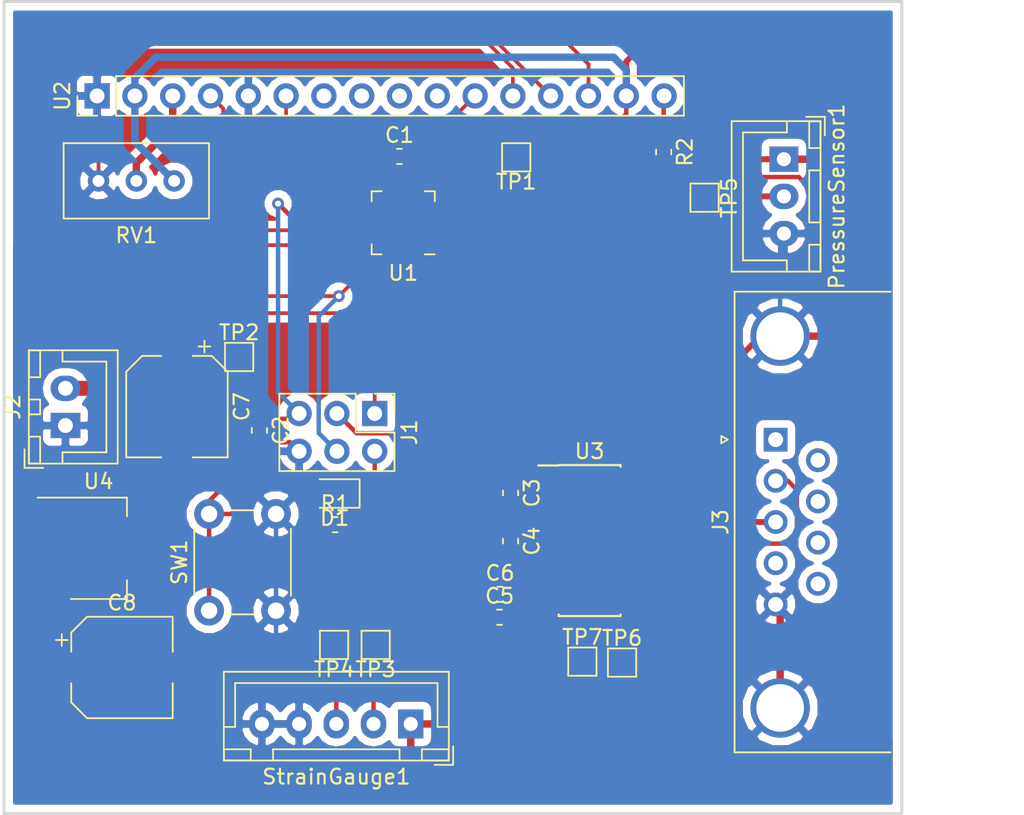
<source format=kicad_pcb>
(kicad_pcb (version 20171130) (host pcbnew "(5.0.0)")

  (general
    (thickness 1.6)
    (drawings 6)
    (tracks 285)
    (zones 0)
    (modules 29)
    (nets 26)
  )

  (page A4)
  (layers
    (0 F.Cu signal)
    (31 B.Cu signal)
    (32 B.Adhes user)
    (33 F.Adhes user)
    (34 B.Paste user)
    (35 F.Paste user)
    (36 B.SilkS user)
    (37 F.SilkS user)
    (38 B.Mask user)
    (39 F.Mask user)
    (40 Dwgs.User user)
    (41 Cmts.User user)
    (42 Eco1.User user)
    (43 Eco2.User user)
    (44 Edge.Cuts user)
    (45 Margin user)
    (46 B.CrtYd user)
    (47 F.CrtYd user)
    (48 B.Fab user)
    (49 F.Fab user)
  )

  (setup
    (last_trace_width 0.3)
    (trace_clearance 0.2)
    (zone_clearance 0.508)
    (zone_45_only no)
    (trace_min 0.2)
    (segment_width 0.2)
    (edge_width 0.15)
    (via_size 0.8)
    (via_drill 0.4)
    (via_min_size 0.4)
    (via_min_drill 0.3)
    (uvia_size 0.3)
    (uvia_drill 0.1)
    (uvias_allowed no)
    (uvia_min_size 0.2)
    (uvia_min_drill 0.1)
    (pcb_text_width 0.3)
    (pcb_text_size 1.5 1.5)
    (mod_edge_width 0.15)
    (mod_text_size 1 1)
    (mod_text_width 0.15)
    (pad_size 1.7 1.95)
    (pad_drill 0.95)
    (pad_to_mask_clearance 0.2)
    (aux_axis_origin 0 0)
    (visible_elements 7FFFFFFF)
    (pcbplotparams
      (layerselection 0x010fc_ffffffff)
      (usegerberextensions false)
      (usegerberattributes false)
      (usegerberadvancedattributes false)
      (creategerberjobfile false)
      (excludeedgelayer true)
      (linewidth 0.100000)
      (plotframeref false)
      (viasonmask false)
      (mode 1)
      (useauxorigin false)
      (hpglpennumber 1)
      (hpglpenspeed 20)
      (hpglpendiameter 15.000000)
      (psnegative false)
      (psa4output false)
      (plotreference true)
      (plotvalue true)
      (plotinvisibletext false)
      (padsonsilk false)
      (subtractmaskfromsilk false)
      (outputformat 1)
      (mirror false)
      (drillshape 1)
      (scaleselection 1)
      (outputdirectory ""))
  )

  (net 0 "")
  (net 1 +5V)
  (net 2 GNDD)
  (net 3 /~RST)
  (net 4 "Net-(C3-Pad1)")
  (net 5 "Net-(C3-Pad2)")
  (net 6 "Net-(C4-Pad2)")
  (net 7 "Net-(C4-Pad1)")
  (net 8 "Net-(C5-Pad2)")
  (net 9 "Net-(C6-Pad2)")
  (net 10 /P_sen_analogIN)
  (net 11 "Net-(RV1-Pad2)")
  (net 12 /STRAINGAUGE+)
  (net 13 /RX_L)
  (net 14 /TX_L)
  (net 15 "Net-(U1-Pad11)")
  (net 16 "Net-(U1-Pad12)")
  (net 17 "Net-(U1-Pad14)")
  (net 18 "Net-(U1-Pad15)")
  (net 19 /RX_H)
  (net 20 /TX_H)
  (net 21 "Net-(C7-Pad1)")
  (net 22 "Net-(R2-Pad1)")
  (net 23 /MISO)
  (net 24 /SCK)
  (net 25 /MOSI)

  (net_class Default "This is the default net class."
    (clearance 0.2)
    (trace_width 0.3)
    (via_dia 0.8)
    (via_drill 0.4)
    (uvia_dia 0.3)
    (uvia_drill 0.1)
    (add_net +5V)
    (add_net /MISO)
    (add_net /MOSI)
    (add_net /P_sen_analogIN)
    (add_net /RX_H)
    (add_net /RX_L)
    (add_net /SCK)
    (add_net /STRAINGAUGE+)
    (add_net /TX_H)
    (add_net /TX_L)
    (add_net /~RST)
    (add_net GNDD)
    (add_net "Net-(C3-Pad1)")
    (add_net "Net-(C3-Pad2)")
    (add_net "Net-(C4-Pad1)")
    (add_net "Net-(C4-Pad2)")
    (add_net "Net-(C5-Pad2)")
    (add_net "Net-(C6-Pad2)")
    (add_net "Net-(C7-Pad1)")
    (add_net "Net-(R2-Pad1)")
    (add_net "Net-(RV1-Pad2)")
    (add_net "Net-(U1-Pad11)")
    (add_net "Net-(U1-Pad12)")
    (add_net "Net-(U1-Pad14)")
    (add_net "Net-(U1-Pad15)")
  )

  (module Capacitor_SMD:C_0603_1608Metric (layer F.Cu) (tedit 5B301BBE) (tstamp 5BC0CD39)
    (at 96.4185 120.269)
    (descr "Capacitor SMD 0603 (1608 Metric), square (rectangular) end terminal, IPC_7351 nominal, (Body size source: http://www.tortai-tech.com/upload/download/2011102023233369053.pdf), generated with kicad-footprint-generator")
    (tags capacitor)
    (path /5BC0638F)
    (attr smd)
    (fp_text reference C1 (at 0 -1.43) (layer F.SilkS)
      (effects (font (size 1 1) (thickness 0.15)))
    )
    (fp_text value C (at 0 1.43) (layer F.Fab)
      (effects (font (size 1 1) (thickness 0.15)))
    )
    (fp_line (start -0.8 0.4) (end -0.8 -0.4) (layer F.Fab) (width 0.1))
    (fp_line (start -0.8 -0.4) (end 0.8 -0.4) (layer F.Fab) (width 0.1))
    (fp_line (start 0.8 -0.4) (end 0.8 0.4) (layer F.Fab) (width 0.1))
    (fp_line (start 0.8 0.4) (end -0.8 0.4) (layer F.Fab) (width 0.1))
    (fp_line (start -0.162779 -0.51) (end 0.162779 -0.51) (layer F.SilkS) (width 0.12))
    (fp_line (start -0.162779 0.51) (end 0.162779 0.51) (layer F.SilkS) (width 0.12))
    (fp_line (start -1.48 0.73) (end -1.48 -0.73) (layer F.CrtYd) (width 0.05))
    (fp_line (start -1.48 -0.73) (end 1.48 -0.73) (layer F.CrtYd) (width 0.05))
    (fp_line (start 1.48 -0.73) (end 1.48 0.73) (layer F.CrtYd) (width 0.05))
    (fp_line (start 1.48 0.73) (end -1.48 0.73) (layer F.CrtYd) (width 0.05))
    (fp_text user %R (at 0 0) (layer F.Fab)
      (effects (font (size 0.4 0.4) (thickness 0.06)))
    )
    (pad 1 smd roundrect (at -0.7875 0) (size 0.875 0.95) (layers F.Cu F.Paste F.Mask) (roundrect_rratio 0.25)
      (net 1 +5V))
    (pad 2 smd roundrect (at 0.7875 0) (size 0.875 0.95) (layers F.Cu F.Paste F.Mask) (roundrect_rratio 0.25)
      (net 2 GNDD))
    (model ${KISYS3DMOD}/Capacitor_SMD.3dshapes/C_0603_1608Metric.wrl
      (at (xyz 0 0 0))
      (scale (xyz 1 1 1))
      (rotate (xyz 0 0 0))
    )
  )

  (module Capacitor_SMD:C_0603_1608Metric (layer F.Cu) (tedit 5B301BBE) (tstamp 5BC0D476)
    (at 87.010951 138.701056 270)
    (descr "Capacitor SMD 0603 (1608 Metric), square (rectangular) end terminal, IPC_7351 nominal, (Body size source: http://www.tortai-tech.com/upload/download/2011102023233369053.pdf), generated with kicad-footprint-generator")
    (tags capacitor)
    (path /5BC0AC50)
    (attr smd)
    (fp_text reference C2 (at 0 -1.43 270) (layer F.SilkS)
      (effects (font (size 1 1) (thickness 0.15)))
    )
    (fp_text value 0u1 (at 0 1.43 270) (layer F.Fab)
      (effects (font (size 1 1) (thickness 0.15)))
    )
    (fp_text user %R (at 0 0 270) (layer F.Fab)
      (effects (font (size 0.4 0.4) (thickness 0.06)))
    )
    (fp_line (start 1.48 0.73) (end -1.48 0.73) (layer F.CrtYd) (width 0.05))
    (fp_line (start 1.48 -0.73) (end 1.48 0.73) (layer F.CrtYd) (width 0.05))
    (fp_line (start -1.48 -0.73) (end 1.48 -0.73) (layer F.CrtYd) (width 0.05))
    (fp_line (start -1.48 0.73) (end -1.48 -0.73) (layer F.CrtYd) (width 0.05))
    (fp_line (start -0.162779 0.51) (end 0.162779 0.51) (layer F.SilkS) (width 0.12))
    (fp_line (start -0.162779 -0.51) (end 0.162779 -0.51) (layer F.SilkS) (width 0.12))
    (fp_line (start 0.8 0.4) (end -0.8 0.4) (layer F.Fab) (width 0.1))
    (fp_line (start 0.8 -0.4) (end 0.8 0.4) (layer F.Fab) (width 0.1))
    (fp_line (start -0.8 -0.4) (end 0.8 -0.4) (layer F.Fab) (width 0.1))
    (fp_line (start -0.8 0.4) (end -0.8 -0.4) (layer F.Fab) (width 0.1))
    (pad 2 smd roundrect (at 0.7875 0 270) (size 0.875 0.95) (layers F.Cu F.Paste F.Mask) (roundrect_rratio 0.25)
      (net 2 GNDD))
    (pad 1 smd roundrect (at -0.7875 0 270) (size 0.875 0.95) (layers F.Cu F.Paste F.Mask) (roundrect_rratio 0.25)
      (net 3 /~RST))
    (model ${KISYS3DMOD}/Capacitor_SMD.3dshapes/C_0603_1608Metric.wrl
      (at (xyz 0 0 0))
      (scale (xyz 1 1 1))
      (rotate (xyz 0 0 0))
    )
  )

  (module Capacitor_SMD:C_0603_1608Metric (layer F.Cu) (tedit 5B301BBE) (tstamp 5BC02582)
    (at 103.886 142.9005 270)
    (descr "Capacitor SMD 0603 (1608 Metric), square (rectangular) end terminal, IPC_7351 nominal, (Body size source: http://www.tortai-tech.com/upload/download/2011102023233369053.pdf), generated with kicad-footprint-generator")
    (tags capacitor)
    (path /5BC14793)
    (attr smd)
    (fp_text reference C3 (at 0 -1.43 270) (layer F.SilkS)
      (effects (font (size 1 1) (thickness 0.15)))
    )
    (fp_text value 1u (at 0 1.43 270) (layer F.Fab)
      (effects (font (size 1 1) (thickness 0.15)))
    )
    (fp_line (start -0.8 0.4) (end -0.8 -0.4) (layer F.Fab) (width 0.1))
    (fp_line (start -0.8 -0.4) (end 0.8 -0.4) (layer F.Fab) (width 0.1))
    (fp_line (start 0.8 -0.4) (end 0.8 0.4) (layer F.Fab) (width 0.1))
    (fp_line (start 0.8 0.4) (end -0.8 0.4) (layer F.Fab) (width 0.1))
    (fp_line (start -0.162779 -0.51) (end 0.162779 -0.51) (layer F.SilkS) (width 0.12))
    (fp_line (start -0.162779 0.51) (end 0.162779 0.51) (layer F.SilkS) (width 0.12))
    (fp_line (start -1.48 0.73) (end -1.48 -0.73) (layer F.CrtYd) (width 0.05))
    (fp_line (start -1.48 -0.73) (end 1.48 -0.73) (layer F.CrtYd) (width 0.05))
    (fp_line (start 1.48 -0.73) (end 1.48 0.73) (layer F.CrtYd) (width 0.05))
    (fp_line (start 1.48 0.73) (end -1.48 0.73) (layer F.CrtYd) (width 0.05))
    (fp_text user %R (at 0 0 270) (layer F.Fab)
      (effects (font (size 0.4 0.4) (thickness 0.06)))
    )
    (pad 1 smd roundrect (at -0.7875 0 270) (size 0.875 0.95) (layers F.Cu F.Paste F.Mask) (roundrect_rratio 0.25)
      (net 4 "Net-(C3-Pad1)"))
    (pad 2 smd roundrect (at 0.7875 0 270) (size 0.875 0.95) (layers F.Cu F.Paste F.Mask) (roundrect_rratio 0.25)
      (net 5 "Net-(C3-Pad2)"))
    (model ${KISYS3DMOD}/Capacitor_SMD.3dshapes/C_0603_1608Metric.wrl
      (at (xyz 0 0 0))
      (scale (xyz 1 1 1))
      (rotate (xyz 0 0 0))
    )
  )

  (module Capacitor_SMD:C_0603_1608Metric (layer F.Cu) (tedit 5B301BBE) (tstamp 5BC02593)
    (at 103.886 146.139 270)
    (descr "Capacitor SMD 0603 (1608 Metric), square (rectangular) end terminal, IPC_7351 nominal, (Body size source: http://www.tortai-tech.com/upload/download/2011102023233369053.pdf), generated with kicad-footprint-generator")
    (tags capacitor)
    (path /5BC16476)
    (attr smd)
    (fp_text reference C4 (at 0 -1.43 270) (layer F.SilkS)
      (effects (font (size 1 1) (thickness 0.15)))
    )
    (fp_text value 1u (at 0 1.43 270) (layer F.Fab)
      (effects (font (size 1 1) (thickness 0.15)))
    )
    (fp_text user %R (at 0 0 270) (layer F.Fab)
      (effects (font (size 0.4 0.4) (thickness 0.06)))
    )
    (fp_line (start 1.48 0.73) (end -1.48 0.73) (layer F.CrtYd) (width 0.05))
    (fp_line (start 1.48 -0.73) (end 1.48 0.73) (layer F.CrtYd) (width 0.05))
    (fp_line (start -1.48 -0.73) (end 1.48 -0.73) (layer F.CrtYd) (width 0.05))
    (fp_line (start -1.48 0.73) (end -1.48 -0.73) (layer F.CrtYd) (width 0.05))
    (fp_line (start -0.162779 0.51) (end 0.162779 0.51) (layer F.SilkS) (width 0.12))
    (fp_line (start -0.162779 -0.51) (end 0.162779 -0.51) (layer F.SilkS) (width 0.12))
    (fp_line (start 0.8 0.4) (end -0.8 0.4) (layer F.Fab) (width 0.1))
    (fp_line (start 0.8 -0.4) (end 0.8 0.4) (layer F.Fab) (width 0.1))
    (fp_line (start -0.8 -0.4) (end 0.8 -0.4) (layer F.Fab) (width 0.1))
    (fp_line (start -0.8 0.4) (end -0.8 -0.4) (layer F.Fab) (width 0.1))
    (pad 2 smd roundrect (at 0.7875 0 270) (size 0.875 0.95) (layers F.Cu F.Paste F.Mask) (roundrect_rratio 0.25)
      (net 6 "Net-(C4-Pad2)"))
    (pad 1 smd roundrect (at -0.7875 0 270) (size 0.875 0.95) (layers F.Cu F.Paste F.Mask) (roundrect_rratio 0.25)
      (net 7 "Net-(C4-Pad1)"))
    (model ${KISYS3DMOD}/Capacitor_SMD.3dshapes/C_0603_1608Metric.wrl
      (at (xyz 0 0 0))
      (scale (xyz 1 1 1))
      (rotate (xyz 0 0 0))
    )
  )

  (module Capacitor_SMD:C_0603_1608Metric (layer F.Cu) (tedit 5B301BBE) (tstamp 5BC025A4)
    (at 103.1495 151.257)
    (descr "Capacitor SMD 0603 (1608 Metric), square (rectangular) end terminal, IPC_7351 nominal, (Body size source: http://www.tortai-tech.com/upload/download/2011102023233369053.pdf), generated with kicad-footprint-generator")
    (tags capacitor)
    (path /5BC297B7)
    (attr smd)
    (fp_text reference C5 (at 0 -1.43) (layer F.SilkS)
      (effects (font (size 1 1) (thickness 0.15)))
    )
    (fp_text value 1u (at 0 1.43) (layer F.Fab)
      (effects (font (size 1 1) (thickness 0.15)))
    )
    (fp_line (start -0.8 0.4) (end -0.8 -0.4) (layer F.Fab) (width 0.1))
    (fp_line (start -0.8 -0.4) (end 0.8 -0.4) (layer F.Fab) (width 0.1))
    (fp_line (start 0.8 -0.4) (end 0.8 0.4) (layer F.Fab) (width 0.1))
    (fp_line (start 0.8 0.4) (end -0.8 0.4) (layer F.Fab) (width 0.1))
    (fp_line (start -0.162779 -0.51) (end 0.162779 -0.51) (layer F.SilkS) (width 0.12))
    (fp_line (start -0.162779 0.51) (end 0.162779 0.51) (layer F.SilkS) (width 0.12))
    (fp_line (start -1.48 0.73) (end -1.48 -0.73) (layer F.CrtYd) (width 0.05))
    (fp_line (start -1.48 -0.73) (end 1.48 -0.73) (layer F.CrtYd) (width 0.05))
    (fp_line (start 1.48 -0.73) (end 1.48 0.73) (layer F.CrtYd) (width 0.05))
    (fp_line (start 1.48 0.73) (end -1.48 0.73) (layer F.CrtYd) (width 0.05))
    (fp_text user %R (at 0 0) (layer F.Fab)
      (effects (font (size 0.4 0.4) (thickness 0.06)))
    )
    (pad 1 smd roundrect (at -0.7875 0) (size 0.875 0.95) (layers F.Cu F.Paste F.Mask) (roundrect_rratio 0.25)
      (net 2 GNDD))
    (pad 2 smd roundrect (at 0.7875 0) (size 0.875 0.95) (layers F.Cu F.Paste F.Mask) (roundrect_rratio 0.25)
      (net 8 "Net-(C5-Pad2)"))
    (model ${KISYS3DMOD}/Capacitor_SMD.3dshapes/C_0603_1608Metric.wrl
      (at (xyz 0 0 0))
      (scale (xyz 1 1 1))
      (rotate (xyz 0 0 0))
    )
  )

  (module Capacitor_SMD:C_0603_1608Metric (layer F.Cu) (tedit 5B301BBE) (tstamp 5BC025B5)
    (at 103.179056 149.717049)
    (descr "Capacitor SMD 0603 (1608 Metric), square (rectangular) end terminal, IPC_7351 nominal, (Body size source: http://www.tortai-tech.com/upload/download/2011102023233369053.pdf), generated with kicad-footprint-generator")
    (tags capacitor)
    (path /5BC2983C)
    (attr smd)
    (fp_text reference C6 (at 0 -1.43) (layer F.SilkS)
      (effects (font (size 1 1) (thickness 0.15)))
    )
    (fp_text value 1u (at 0 1.43) (layer F.Fab)
      (effects (font (size 1 1) (thickness 0.15)))
    )
    (fp_text user %R (at 0 0) (layer F.Fab)
      (effects (font (size 0.4 0.4) (thickness 0.06)))
    )
    (fp_line (start 1.48 0.73) (end -1.48 0.73) (layer F.CrtYd) (width 0.05))
    (fp_line (start 1.48 -0.73) (end 1.48 0.73) (layer F.CrtYd) (width 0.05))
    (fp_line (start -1.48 -0.73) (end 1.48 -0.73) (layer F.CrtYd) (width 0.05))
    (fp_line (start -1.48 0.73) (end -1.48 -0.73) (layer F.CrtYd) (width 0.05))
    (fp_line (start -0.162779 0.51) (end 0.162779 0.51) (layer F.SilkS) (width 0.12))
    (fp_line (start -0.162779 -0.51) (end 0.162779 -0.51) (layer F.SilkS) (width 0.12))
    (fp_line (start 0.8 0.4) (end -0.8 0.4) (layer F.Fab) (width 0.1))
    (fp_line (start 0.8 -0.4) (end 0.8 0.4) (layer F.Fab) (width 0.1))
    (fp_line (start -0.8 -0.4) (end 0.8 -0.4) (layer F.Fab) (width 0.1))
    (fp_line (start -0.8 0.4) (end -0.8 -0.4) (layer F.Fab) (width 0.1))
    (pad 2 smd roundrect (at 0.7875 0) (size 0.875 0.95) (layers F.Cu F.Paste F.Mask) (roundrect_rratio 0.25)
      (net 9 "Net-(C6-Pad2)"))
    (pad 1 smd roundrect (at -0.7875 0) (size 0.875 0.95) (layers F.Cu F.Paste F.Mask) (roundrect_rratio 0.25)
      (net 2 GNDD))
    (model ${KISYS3DMOD}/Capacitor_SMD.3dshapes/C_0603_1608Metric.wrl
      (at (xyz 0 0 0))
      (scale (xyz 1 1 1))
      (rotate (xyz 0 0 0))
    )
  )

  (module Diode_SMD:D_0805_2012Metric (layer F.Cu) (tedit 5B36C52B) (tstamp 5BC0D4F9)
    (at 92.06 142.9385 180)
    (descr "Diode SMD 0805 (2012 Metric), square (rectangular) end terminal, IPC_7351 nominal, (Body size source: https://docs.google.com/spreadsheets/d/1BsfQQcO9C6DZCsRaXUlFlo91Tg2WpOkGARC1WS5S8t0/edit?usp=sharing), generated with kicad-footprint-generator")
    (tags diode)
    (path /5BC0BF74)
    (attr smd)
    (fp_text reference D1 (at 0 -1.65 180) (layer F.SilkS)
      (effects (font (size 1 1) (thickness 0.15)))
    )
    (fp_text value 1N4148 (at 0 1.65 180) (layer F.Fab)
      (effects (font (size 1 1) (thickness 0.15)))
    )
    (fp_line (start 1 -0.6) (end -0.7 -0.6) (layer F.Fab) (width 0.1))
    (fp_line (start -0.7 -0.6) (end -1 -0.3) (layer F.Fab) (width 0.1))
    (fp_line (start -1 -0.3) (end -1 0.6) (layer F.Fab) (width 0.1))
    (fp_line (start -1 0.6) (end 1 0.6) (layer F.Fab) (width 0.1))
    (fp_line (start 1 0.6) (end 1 -0.6) (layer F.Fab) (width 0.1))
    (fp_line (start 1 -0.96) (end -1.685 -0.96) (layer F.SilkS) (width 0.12))
    (fp_line (start -1.685 -0.96) (end -1.685 0.96) (layer F.SilkS) (width 0.12))
    (fp_line (start -1.685 0.96) (end 1 0.96) (layer F.SilkS) (width 0.12))
    (fp_line (start -1.68 0.95) (end -1.68 -0.95) (layer F.CrtYd) (width 0.05))
    (fp_line (start -1.68 -0.95) (end 1.68 -0.95) (layer F.CrtYd) (width 0.05))
    (fp_line (start 1.68 -0.95) (end 1.68 0.95) (layer F.CrtYd) (width 0.05))
    (fp_line (start 1.68 0.95) (end -1.68 0.95) (layer F.CrtYd) (width 0.05))
    (fp_text user %R (at 0 0 180) (layer F.Fab)
      (effects (font (size 0.5 0.5) (thickness 0.08)))
    )
    (pad 1 smd roundrect (at -0.9375 0 180) (size 0.975 1.4) (layers F.Cu F.Paste F.Mask) (roundrect_rratio 0.25)
      (net 1 +5V))
    (pad 2 smd roundrect (at 0.9375 0 180) (size 0.975 1.4) (layers F.Cu F.Paste F.Mask) (roundrect_rratio 0.25)
      (net 3 /~RST))
    (model ${KISYS3DMOD}/Diode_SMD.3dshapes/D_0805_2012Metric.wrl
      (at (xyz 0 0 0))
      (scale (xyz 1 1 1))
      (rotate (xyz 0 0 0))
    )
  )

  (module Connector_PinHeader_2.54mm:PinHeader_2x03_P2.54mm_Vertical (layer F.Cu) (tedit 59FED5CC) (tstamp 5BC0D4B1)
    (at 94.757951 137.558056 270)
    (descr "Through hole straight pin header, 2x03, 2.54mm pitch, double rows")
    (tags "Through hole pin header THT 2x03 2.54mm double row")
    (path /5BC067F1)
    (fp_text reference J1 (at 1.27 -2.33 270) (layer F.SilkS)
      (effects (font (size 1 1) (thickness 0.15)))
    )
    (fp_text value AVR-ISP-6 (at 1.27 7.41 270) (layer F.Fab)
      (effects (font (size 1 1) (thickness 0.15)))
    )
    (fp_line (start 0 -1.27) (end 3.81 -1.27) (layer F.Fab) (width 0.1))
    (fp_line (start 3.81 -1.27) (end 3.81 6.35) (layer F.Fab) (width 0.1))
    (fp_line (start 3.81 6.35) (end -1.27 6.35) (layer F.Fab) (width 0.1))
    (fp_line (start -1.27 6.35) (end -1.27 0) (layer F.Fab) (width 0.1))
    (fp_line (start -1.27 0) (end 0 -1.27) (layer F.Fab) (width 0.1))
    (fp_line (start -1.33 6.41) (end 3.87 6.41) (layer F.SilkS) (width 0.12))
    (fp_line (start -1.33 1.27) (end -1.33 6.41) (layer F.SilkS) (width 0.12))
    (fp_line (start 3.87 -1.33) (end 3.87 6.41) (layer F.SilkS) (width 0.12))
    (fp_line (start -1.33 1.27) (end 1.27 1.27) (layer F.SilkS) (width 0.12))
    (fp_line (start 1.27 1.27) (end 1.27 -1.33) (layer F.SilkS) (width 0.12))
    (fp_line (start 1.27 -1.33) (end 3.87 -1.33) (layer F.SilkS) (width 0.12))
    (fp_line (start -1.33 0) (end -1.33 -1.33) (layer F.SilkS) (width 0.12))
    (fp_line (start -1.33 -1.33) (end 0 -1.33) (layer F.SilkS) (width 0.12))
    (fp_line (start -1.8 -1.8) (end -1.8 6.85) (layer F.CrtYd) (width 0.05))
    (fp_line (start -1.8 6.85) (end 4.35 6.85) (layer F.CrtYd) (width 0.05))
    (fp_line (start 4.35 6.85) (end 4.35 -1.8) (layer F.CrtYd) (width 0.05))
    (fp_line (start 4.35 -1.8) (end -1.8 -1.8) (layer F.CrtYd) (width 0.05))
    (fp_text user %R (at 1.27 2.54) (layer F.Fab)
      (effects (font (size 1 1) (thickness 0.15)))
    )
    (pad 1 thru_hole rect (at 0 0 270) (size 1.7 1.7) (drill 1) (layers *.Cu *.Mask)
      (net 23 /MISO))
    (pad 2 thru_hole oval (at 2.54 0 270) (size 1.7 1.7) (drill 1) (layers *.Cu *.Mask)
      (net 1 +5V))
    (pad 3 thru_hole oval (at 0 2.54 270) (size 1.7 1.7) (drill 1) (layers *.Cu *.Mask)
      (net 24 /SCK))
    (pad 4 thru_hole oval (at 2.54 2.54 270) (size 1.7 1.7) (drill 1) (layers *.Cu *.Mask)
      (net 25 /MOSI))
    (pad 5 thru_hole oval (at 0 5.08 270) (size 1.7 1.7) (drill 1) (layers *.Cu *.Mask)
      (net 3 /~RST))
    (pad 6 thru_hole oval (at 2.54 5.08 270) (size 1.7 1.7) (drill 1) (layers *.Cu *.Mask)
      (net 2 GNDD))
    (model ${KISYS3DMOD}/Connector_PinHeader_2.54mm.3dshapes/PinHeader_2x03_P2.54mm_Vertical.wrl
      (at (xyz 0 0 0))
      (scale (xyz 1 1 1))
      (rotate (xyz 0 0 0))
    )
  )

  (module Connector_JST:JST_XH_B03B-XH-A_1x03_P2.50mm_Vertical (layer F.Cu) (tedit 5A2731AA) (tstamp 5BC0260E)
    (at 122.254556 120.460049 270)
    (descr "JST XH series connector, B03B-XH-A (http://www.jst-mfg.com/product/pdf/eng/eXH.pdf), generated with kicad-footprint-generator")
    (tags "connector JST XH side entry")
    (path /5BBF7337)
    (fp_text reference PressureSensor1 (at 2.5 -3.55 270) (layer F.SilkS)
      (effects (font (size 1 1) (thickness 0.15)))
    )
    (fp_text value Conn_01x03_Female (at 2.5 4.6 270) (layer F.Fab)
      (effects (font (size 1 1) (thickness 0.15)))
    )
    (fp_line (start -2.45 -2.35) (end -2.45 3.4) (layer F.Fab) (width 0.1))
    (fp_line (start -2.45 3.4) (end 7.45 3.4) (layer F.Fab) (width 0.1))
    (fp_line (start 7.45 3.4) (end 7.45 -2.35) (layer F.Fab) (width 0.1))
    (fp_line (start 7.45 -2.35) (end -2.45 -2.35) (layer F.Fab) (width 0.1))
    (fp_line (start -2.56 -2.46) (end -2.56 3.51) (layer F.SilkS) (width 0.12))
    (fp_line (start -2.56 3.51) (end 7.56 3.51) (layer F.SilkS) (width 0.12))
    (fp_line (start 7.56 3.51) (end 7.56 -2.46) (layer F.SilkS) (width 0.12))
    (fp_line (start 7.56 -2.46) (end -2.56 -2.46) (layer F.SilkS) (width 0.12))
    (fp_line (start -2.95 -2.85) (end -2.95 3.9) (layer F.CrtYd) (width 0.05))
    (fp_line (start -2.95 3.9) (end 7.95 3.9) (layer F.CrtYd) (width 0.05))
    (fp_line (start 7.95 3.9) (end 7.95 -2.85) (layer F.CrtYd) (width 0.05))
    (fp_line (start 7.95 -2.85) (end -2.95 -2.85) (layer F.CrtYd) (width 0.05))
    (fp_line (start -0.625 -2.35) (end 0 -1.35) (layer F.Fab) (width 0.1))
    (fp_line (start 0 -1.35) (end 0.625 -2.35) (layer F.Fab) (width 0.1))
    (fp_line (start 0.75 -2.45) (end 0.75 -1.7) (layer F.SilkS) (width 0.12))
    (fp_line (start 0.75 -1.7) (end 4.25 -1.7) (layer F.SilkS) (width 0.12))
    (fp_line (start 4.25 -1.7) (end 4.25 -2.45) (layer F.SilkS) (width 0.12))
    (fp_line (start 4.25 -2.45) (end 0.75 -2.45) (layer F.SilkS) (width 0.12))
    (fp_line (start -2.55 -2.45) (end -2.55 -1.7) (layer F.SilkS) (width 0.12))
    (fp_line (start -2.55 -1.7) (end -0.75 -1.7) (layer F.SilkS) (width 0.12))
    (fp_line (start -0.75 -1.7) (end -0.75 -2.45) (layer F.SilkS) (width 0.12))
    (fp_line (start -0.75 -2.45) (end -2.55 -2.45) (layer F.SilkS) (width 0.12))
    (fp_line (start 5.75 -2.45) (end 5.75 -1.7) (layer F.SilkS) (width 0.12))
    (fp_line (start 5.75 -1.7) (end 7.55 -1.7) (layer F.SilkS) (width 0.12))
    (fp_line (start 7.55 -1.7) (end 7.55 -2.45) (layer F.SilkS) (width 0.12))
    (fp_line (start 7.55 -2.45) (end 5.75 -2.45) (layer F.SilkS) (width 0.12))
    (fp_line (start -2.55 -0.2) (end -1.8 -0.2) (layer F.SilkS) (width 0.12))
    (fp_line (start -1.8 -0.2) (end -1.8 2.75) (layer F.SilkS) (width 0.12))
    (fp_line (start -1.8 2.75) (end 2.5 2.75) (layer F.SilkS) (width 0.12))
    (fp_line (start 7.55 -0.2) (end 6.8 -0.2) (layer F.SilkS) (width 0.12))
    (fp_line (start 6.8 -0.2) (end 6.8 2.75) (layer F.SilkS) (width 0.12))
    (fp_line (start 6.8 2.75) (end 2.5 2.75) (layer F.SilkS) (width 0.12))
    (fp_line (start -1.6 -2.75) (end -2.85 -2.75) (layer F.SilkS) (width 0.12))
    (fp_line (start -2.85 -2.75) (end -2.85 -1.5) (layer F.SilkS) (width 0.12))
    (fp_text user %R (at 2.5 2.7 270) (layer F.Fab)
      (effects (font (size 1 1) (thickness 0.15)))
    )
    (pad 1 thru_hole rect (at 0 0 270) (size 1.7 1.95) (drill 0.95) (layers *.Cu *.Mask)
      (net 1 +5V))
    (pad 2 thru_hole oval (at 2.5 0 270) (size 1.7 1.95) (drill 0.95) (layers *.Cu *.Mask)
      (net 10 /P_sen_analogIN))
    (pad 3 thru_hole oval (at 5 0 270) (size 1.7 1.95) (drill 0.95) (layers *.Cu *.Mask)
      (net 2 GNDD))
    (model ${KISYS3DMOD}/Connector_JST.3dshapes/JST_XH_B03B-XH-A_1x03_P2.50mm_Vertical.wrl
      (at (xyz 0 0 0))
      (scale (xyz 1 1 1))
      (rotate (xyz 0 0 0))
    )
  )

  (module Resistor_SMD:R_0603_1608Metric (layer F.Cu) (tedit 5B301BBD) (tstamp 5BC0D52D)
    (at 92.1005 145.034)
    (descr "Resistor SMD 0603 (1608 Metric), square (rectangular) end terminal, IPC_7351 nominal, (Body size source: http://www.tortai-tech.com/upload/download/2011102023233369053.pdf), generated with kicad-footprint-generator")
    (tags resistor)
    (path /5BBF71E9)
    (attr smd)
    (fp_text reference R1 (at 0 -1.43) (layer F.SilkS)
      (effects (font (size 1 1) (thickness 0.15)))
    )
    (fp_text value 10K (at 0 1.43) (layer F.Fab)
      (effects (font (size 1 1) (thickness 0.15)))
    )
    (fp_line (start -0.8 0.4) (end -0.8 -0.4) (layer F.Fab) (width 0.1))
    (fp_line (start -0.8 -0.4) (end 0.8 -0.4) (layer F.Fab) (width 0.1))
    (fp_line (start 0.8 -0.4) (end 0.8 0.4) (layer F.Fab) (width 0.1))
    (fp_line (start 0.8 0.4) (end -0.8 0.4) (layer F.Fab) (width 0.1))
    (fp_line (start -0.162779 -0.51) (end 0.162779 -0.51) (layer F.SilkS) (width 0.12))
    (fp_line (start -0.162779 0.51) (end 0.162779 0.51) (layer F.SilkS) (width 0.12))
    (fp_line (start -1.48 0.73) (end -1.48 -0.73) (layer F.CrtYd) (width 0.05))
    (fp_line (start -1.48 -0.73) (end 1.48 -0.73) (layer F.CrtYd) (width 0.05))
    (fp_line (start 1.48 -0.73) (end 1.48 0.73) (layer F.CrtYd) (width 0.05))
    (fp_line (start 1.48 0.73) (end -1.48 0.73) (layer F.CrtYd) (width 0.05))
    (fp_text user %R (at 0 0) (layer F.Fab)
      (effects (font (size 0.4 0.4) (thickness 0.06)))
    )
    (pad 1 smd roundrect (at -0.7875 0) (size 0.875 0.95) (layers F.Cu F.Paste F.Mask) (roundrect_rratio 0.25)
      (net 3 /~RST))
    (pad 2 smd roundrect (at 0.7875 0) (size 0.875 0.95) (layers F.Cu F.Paste F.Mask) (roundrect_rratio 0.25)
      (net 1 +5V))
    (model ${KISYS3DMOD}/Resistor_SMD.3dshapes/R_0603_1608Metric.wrl
      (at (xyz 0 0 0))
      (scale (xyz 1 1 1))
      (rotate (xyz 0 0 0))
    )
  )

  (module Resistor_SMD:R_0603_1608Metric (layer F.Cu) (tedit 5B301BBD) (tstamp 5BC02630)
    (at 114.173 119.977 270)
    (descr "Resistor SMD 0603 (1608 Metric), square (rectangular) end terminal, IPC_7351 nominal, (Body size source: http://www.tortai-tech.com/upload/download/2011102023233369053.pdf), generated with kicad-footprint-generator")
    (tags resistor)
    (path /5BC013C5)
    (attr smd)
    (fp_text reference R2 (at 0 -1.43 270) (layer F.SilkS)
      (effects (font (size 1 1) (thickness 0.15)))
    )
    (fp_text value 270 (at 0 1.43 270) (layer F.Fab)
      (effects (font (size 1 1) (thickness 0.15)))
    )
    (fp_text user %R (at 0 0 270) (layer F.Fab)
      (effects (font (size 0.4 0.4) (thickness 0.06)))
    )
    (fp_line (start 1.48 0.73) (end -1.48 0.73) (layer F.CrtYd) (width 0.05))
    (fp_line (start 1.48 -0.73) (end 1.48 0.73) (layer F.CrtYd) (width 0.05))
    (fp_line (start -1.48 -0.73) (end 1.48 -0.73) (layer F.CrtYd) (width 0.05))
    (fp_line (start -1.48 0.73) (end -1.48 -0.73) (layer F.CrtYd) (width 0.05))
    (fp_line (start -0.162779 0.51) (end 0.162779 0.51) (layer F.SilkS) (width 0.12))
    (fp_line (start -0.162779 -0.51) (end 0.162779 -0.51) (layer F.SilkS) (width 0.12))
    (fp_line (start 0.8 0.4) (end -0.8 0.4) (layer F.Fab) (width 0.1))
    (fp_line (start 0.8 -0.4) (end 0.8 0.4) (layer F.Fab) (width 0.1))
    (fp_line (start -0.8 -0.4) (end 0.8 -0.4) (layer F.Fab) (width 0.1))
    (fp_line (start -0.8 0.4) (end -0.8 -0.4) (layer F.Fab) (width 0.1))
    (pad 2 smd roundrect (at 0.7875 0 270) (size 0.875 0.95) (layers F.Cu F.Paste F.Mask) (roundrect_rratio 0.25)
      (net 2 GNDD))
    (pad 1 smd roundrect (at -0.7875 0 270) (size 0.875 0.95) (layers F.Cu F.Paste F.Mask) (roundrect_rratio 0.25)
      (net 22 "Net-(R2-Pad1)"))
    (model ${KISYS3DMOD}/Resistor_SMD.3dshapes/R_0603_1608Metric.wrl
      (at (xyz 0 0 0))
      (scale (xyz 1 1 1))
      (rotate (xyz 0 0 0))
    )
  )

  (module Potentiometer_THT:Potentiometer_Bourns_3296W_Vertical (layer F.Cu) (tedit 5A3D4994) (tstamp 5BC02647)
    (at 76.2 121.92 180)
    (descr "Potentiometer, vertical, Bourns 3296W, https://www.bourns.com/pdfs/3296.pdf")
    (tags "Potentiometer vertical Bourns 3296W")
    (path /5BC01C4C)
    (fp_text reference RV1 (at -2.54 -3.66 180) (layer F.SilkS)
      (effects (font (size 1 1) (thickness 0.15)))
    )
    (fp_text value R_POT (at -2.54 3.67 180) (layer F.Fab)
      (effects (font (size 1 1) (thickness 0.15)))
    )
    (fp_circle (center 0.955 1.15) (end 2.05 1.15) (layer F.Fab) (width 0.1))
    (fp_line (start -7.305 -2.41) (end -7.305 2.42) (layer F.Fab) (width 0.1))
    (fp_line (start -7.305 2.42) (end 2.225 2.42) (layer F.Fab) (width 0.1))
    (fp_line (start 2.225 2.42) (end 2.225 -2.41) (layer F.Fab) (width 0.1))
    (fp_line (start 2.225 -2.41) (end -7.305 -2.41) (layer F.Fab) (width 0.1))
    (fp_line (start 0.955 2.235) (end 0.956 0.066) (layer F.Fab) (width 0.1))
    (fp_line (start 0.955 2.235) (end 0.956 0.066) (layer F.Fab) (width 0.1))
    (fp_line (start -7.425 -2.53) (end 2.345 -2.53) (layer F.SilkS) (width 0.12))
    (fp_line (start -7.425 2.54) (end 2.345 2.54) (layer F.SilkS) (width 0.12))
    (fp_line (start -7.425 -2.53) (end -7.425 2.54) (layer F.SilkS) (width 0.12))
    (fp_line (start 2.345 -2.53) (end 2.345 2.54) (layer F.SilkS) (width 0.12))
    (fp_line (start -7.6 -2.7) (end -7.6 2.7) (layer F.CrtYd) (width 0.05))
    (fp_line (start -7.6 2.7) (end 2.5 2.7) (layer F.CrtYd) (width 0.05))
    (fp_line (start 2.5 2.7) (end 2.5 -2.7) (layer F.CrtYd) (width 0.05))
    (fp_line (start 2.5 -2.7) (end -7.6 -2.7) (layer F.CrtYd) (width 0.05))
    (fp_text user %R (at -3.175 0.005 180) (layer F.Fab)
      (effects (font (size 1 1) (thickness 0.15)))
    )
    (pad 1 thru_hole circle (at 0 0 180) (size 1.44 1.44) (drill 0.8) (layers *.Cu *.Mask)
      (net 2 GNDD))
    (pad 2 thru_hole circle (at -2.54 0 180) (size 1.44 1.44) (drill 0.8) (layers *.Cu *.Mask)
      (net 11 "Net-(RV1-Pad2)"))
    (pad 3 thru_hole circle (at -5.08 0 180) (size 1.44 1.44) (drill 0.8) (layers *.Cu *.Mask)
      (net 1 +5V))
    (model ${KISYS3DMOD}/Potentiometer_THT.3dshapes/Potentiometer_Bourns_3296W_Vertical.wrl
      (at (xyz 0 0 0))
      (scale (xyz 1 1 1))
      (rotate (xyz 0 0 0))
    )
  )

  (module Button_Switch_THT:SW_PUSH_6mm (layer F.Cu) (tedit 5A02FE31) (tstamp 5BC0D42A)
    (at 83.6295 150.8125 90)
    (descr https://www.omron.com/ecb/products/pdf/en-b3f.pdf)
    (tags "tact sw push 6mm")
    (path /5BC20EFB)
    (fp_text reference SW1 (at 3.25 -2 90) (layer F.SilkS)
      (effects (font (size 1 1) (thickness 0.15)))
    )
    (fp_text value SW_Push (at 3.75 6.7 90) (layer F.Fab)
      (effects (font (size 1 1) (thickness 0.15)))
    )
    (fp_text user %R (at 3.25 2.25 90) (layer F.Fab)
      (effects (font (size 1 1) (thickness 0.15)))
    )
    (fp_line (start 3.25 -0.75) (end 6.25 -0.75) (layer F.Fab) (width 0.1))
    (fp_line (start 6.25 -0.75) (end 6.25 5.25) (layer F.Fab) (width 0.1))
    (fp_line (start 6.25 5.25) (end 0.25 5.25) (layer F.Fab) (width 0.1))
    (fp_line (start 0.25 5.25) (end 0.25 -0.75) (layer F.Fab) (width 0.1))
    (fp_line (start 0.25 -0.75) (end 3.25 -0.75) (layer F.Fab) (width 0.1))
    (fp_line (start 7.75 6) (end 8 6) (layer F.CrtYd) (width 0.05))
    (fp_line (start 8 6) (end 8 5.75) (layer F.CrtYd) (width 0.05))
    (fp_line (start 7.75 -1.5) (end 8 -1.5) (layer F.CrtYd) (width 0.05))
    (fp_line (start 8 -1.5) (end 8 -1.25) (layer F.CrtYd) (width 0.05))
    (fp_line (start -1.5 -1.25) (end -1.5 -1.5) (layer F.CrtYd) (width 0.05))
    (fp_line (start -1.5 -1.5) (end -1.25 -1.5) (layer F.CrtYd) (width 0.05))
    (fp_line (start -1.5 5.75) (end -1.5 6) (layer F.CrtYd) (width 0.05))
    (fp_line (start -1.5 6) (end -1.25 6) (layer F.CrtYd) (width 0.05))
    (fp_line (start -1.25 -1.5) (end 7.75 -1.5) (layer F.CrtYd) (width 0.05))
    (fp_line (start -1.5 5.75) (end -1.5 -1.25) (layer F.CrtYd) (width 0.05))
    (fp_line (start 7.75 6) (end -1.25 6) (layer F.CrtYd) (width 0.05))
    (fp_line (start 8 -1.25) (end 8 5.75) (layer F.CrtYd) (width 0.05))
    (fp_line (start 1 5.5) (end 5.5 5.5) (layer F.SilkS) (width 0.12))
    (fp_line (start -0.25 1.5) (end -0.25 3) (layer F.SilkS) (width 0.12))
    (fp_line (start 5.5 -1) (end 1 -1) (layer F.SilkS) (width 0.12))
    (fp_line (start 6.75 3) (end 6.75 1.5) (layer F.SilkS) (width 0.12))
    (fp_circle (center 3.25 2.25) (end 1.25 2.5) (layer F.Fab) (width 0.1))
    (pad 2 thru_hole circle (at 0 4.5 180) (size 2 2) (drill 1.1) (layers *.Cu *.Mask)
      (net 2 GNDD))
    (pad 1 thru_hole circle (at 0 0 180) (size 2 2) (drill 1.1) (layers *.Cu *.Mask)
      (net 3 /~RST))
    (pad 2 thru_hole circle (at 6.5 4.5 180) (size 2 2) (drill 1.1) (layers *.Cu *.Mask)
      (net 2 GNDD))
    (pad 1 thru_hole circle (at 6.5 0 180) (size 2 2) (drill 1.1) (layers *.Cu *.Mask)
      (net 3 /~RST))
    (model ${KISYS3DMOD}/Button_Switch_THT.3dshapes/SW_PUSH_6mm.wrl
      (at (xyz 0 0 0))
      (scale (xyz 1 1 1))
      (rotate (xyz 0 0 0))
    )
  )

  (module Package_DFN_QFN:QFN-20-1EP_4x4mm_P0.5mm_EP2.25x2.25mm (layer F.Cu) (tedit 5AAB4F93) (tstamp 5BC0CCCF)
    (at 96.675433 124.735663 180)
    (descr "20-Lead Plastic Quad Flat No-Lead Package, 4x4mm Body (see Atmel Appnote 8826)")
    (tags "QFN 0.5")
    (path /5BBF70A5)
    (attr smd)
    (fp_text reference U1 (at 0 -3.375 180) (layer F.SilkS)
      (effects (font (size 1 1) (thickness 0.15)))
    )
    (fp_text value ATtiny84A-MU (at 0 3.375 180) (layer F.Fab)
      (effects (font (size 1 1) (thickness 0.15)))
    )
    (fp_text user %R (at 0 0 180) (layer F.Fab)
      (effects (font (size 1 1) (thickness 0.15)))
    )
    (fp_line (start -2.65 -2.65) (end -2.65 2.65) (layer F.CrtYd) (width 0.05))
    (fp_line (start -2.65 -2.65) (end 2.65 -2.65) (layer F.CrtYd) (width 0.05))
    (fp_line (start -2.65 2.65) (end 2.65 2.65) (layer F.CrtYd) (width 0.05))
    (fp_line (start 2.65 -2.65) (end 2.65 2.65) (layer F.CrtYd) (width 0.05))
    (fp_line (start -2 -1) (end -1 -2) (layer F.Fab) (width 0.1))
    (fp_line (start -2 2) (end -2 -1) (layer F.Fab) (width 0.1))
    (fp_line (start -1 -2) (end 2 -2) (layer F.Fab) (width 0.1))
    (fp_line (start 2 -2) (end 2 2) (layer F.Fab) (width 0.1))
    (fp_line (start 2 2) (end -2 2) (layer F.Fab) (width 0.1))
    (fp_line (start -2.12 -2.12) (end -1.45 -2.12) (layer F.SilkS) (width 0.12))
    (fp_line (start -2.12 2.12) (end -2.12 1.45) (layer F.SilkS) (width 0.12))
    (fp_line (start -2.12 2.12) (end -1.45 2.12) (layer F.SilkS) (width 0.12))
    (fp_line (start 2.12 -2.12) (end 1.45 -2.12) (layer F.SilkS) (width 0.12))
    (fp_line (start 2.12 -2.12) (end 2.12 -1.45) (layer F.SilkS) (width 0.12))
    (fp_line (start 2.12 2.12) (end 1.45 2.12) (layer F.SilkS) (width 0.12))
    (fp_line (start 2.12 2.12) (end 2.12 1.45) (layer F.SilkS) (width 0.12))
    (pad 1 smd oval (at -2 -1 180) (size 0.8 0.3) (layers F.Cu F.Paste F.Mask)
      (net 24 /SCK))
    (pad 2 smd oval (at -2 -0.5 180) (size 0.8 0.3) (layers F.Cu F.Paste F.Mask)
      (net 12 /STRAINGAUGE+))
    (pad 3 smd oval (at -2 0 180) (size 0.8 0.3) (layers F.Cu F.Paste F.Mask)
      (net 13 /RX_L))
    (pad 4 smd oval (at -2 0.5 180) (size 0.8 0.3) (layers F.Cu F.Paste F.Mask)
      (net 14 /TX_L))
    (pad 5 smd oval (at -2 1 180) (size 0.8 0.3) (layers F.Cu F.Paste F.Mask)
      (net 10 /P_sen_analogIN))
    (pad 6 smd oval (at -1 2 270) (size 0.8 0.3) (layers F.Cu F.Paste F.Mask))
    (pad 7 smd oval (at -0.5 2 270) (size 0.8 0.3) (layers F.Cu F.Paste F.Mask))
    (pad 8 smd oval (at 0 2 270) (size 0.8 0.3) (layers F.Cu F.Paste F.Mask)
      (net 2 GNDD))
    (pad 9 smd oval (at 0.5 2 270) (size 0.8 0.3) (layers F.Cu F.Paste F.Mask)
      (net 1 +5V))
    (pad 10 smd oval (at 1 2 270) (size 0.8 0.3) (layers F.Cu F.Paste F.Mask))
    (pad 11 smd oval (at 2 1 180) (size 0.8 0.3) (layers F.Cu F.Paste F.Mask)
      (net 15 "Net-(U1-Pad11)"))
    (pad 12 smd oval (at 2 0.5 180) (size 0.8 0.3) (layers F.Cu F.Paste F.Mask)
      (net 16 "Net-(U1-Pad12)"))
    (pad 13 smd oval (at 2 0 180) (size 0.8 0.3) (layers F.Cu F.Paste F.Mask)
      (net 3 /~RST))
    (pad 14 smd oval (at 2 -0.5 180) (size 0.8 0.3) (layers F.Cu F.Paste F.Mask)
      (net 17 "Net-(U1-Pad14)"))
    (pad 15 smd oval (at 2 -1 180) (size 0.8 0.3) (layers F.Cu F.Paste F.Mask)
      (net 18 "Net-(U1-Pad15)"))
    (pad 16 smd oval (at 1 -2 270) (size 0.8 0.3) (layers F.Cu F.Paste F.Mask)
      (net 25 /MOSI))
    (pad 17 smd oval (at 0.5 -2 270) (size 0.8 0.3) (layers F.Cu F.Paste F.Mask))
    (pad 18 smd oval (at 0 -2 270) (size 0.8 0.3) (layers F.Cu F.Paste F.Mask))
    (pad 19 smd oval (at -0.5 -2 270) (size 0.8 0.3) (layers F.Cu F.Paste F.Mask))
    (pad 20 smd oval (at -1 -2 270) (size 0.8 0.3) (layers F.Cu F.Paste F.Mask)
      (net 23 /MISO))
    (pad 21 smd rect (at 0 0 180) (size 2.25 2.25) (layers F.Cu F.Mask)
      (net 2 GNDD))
    (pad "" smd rect (at -0.55 -0.55 180) (size 1 1) (layers F.Paste))
    (pad "" smd rect (at -0.55 0.55 180) (size 1 1) (layers F.Paste))
    (pad "" smd rect (at 0.55 -0.55 180) (size 1 1) (layers F.Paste))
    (pad "" smd rect (at 0.55 0.55 180) (size 1 1) (layers F.Paste))
    (model ${KISYS3DMOD}/Package_DFN_QFN.3dshapes/QFN-20-1EP_4x4mm_P0.5mm_EP2.25x2.25mm.wrl
      (at (xyz 0 0 0))
      (scale (xyz 1 1 1))
      (rotate (xyz 0 0 0))
    )
  )

  (module Connector_PinHeader_2.54mm:PinHeader_1x16_P2.54mm_Vertical (layer F.Cu) (tedit 59FED5CC) (tstamp 5BC026E4)
    (at 76.10405 116.204443 90)
    (descr "Through hole straight pin header, 1x16, 2.54mm pitch, single row")
    (tags "Through hole pin header THT 1x16 2.54mm single row")
    (path /5BC0117A)
    (fp_text reference U2 (at 0 -2.33 90) (layer F.SilkS)
      (effects (font (size 1 1) (thickness 0.15)))
    )
    (fp_text value LCD_1602 (at 0 40.43 90) (layer F.Fab)
      (effects (font (size 1 1) (thickness 0.15)))
    )
    (fp_line (start -0.635 -1.27) (end 1.27 -1.27) (layer F.Fab) (width 0.1))
    (fp_line (start 1.27 -1.27) (end 1.27 39.37) (layer F.Fab) (width 0.1))
    (fp_line (start 1.27 39.37) (end -1.27 39.37) (layer F.Fab) (width 0.1))
    (fp_line (start -1.27 39.37) (end -1.27 -0.635) (layer F.Fab) (width 0.1))
    (fp_line (start -1.27 -0.635) (end -0.635 -1.27) (layer F.Fab) (width 0.1))
    (fp_line (start -1.33 39.43) (end 1.33 39.43) (layer F.SilkS) (width 0.12))
    (fp_line (start -1.33 1.27) (end -1.33 39.43) (layer F.SilkS) (width 0.12))
    (fp_line (start 1.33 1.27) (end 1.33 39.43) (layer F.SilkS) (width 0.12))
    (fp_line (start -1.33 1.27) (end 1.33 1.27) (layer F.SilkS) (width 0.12))
    (fp_line (start -1.33 0) (end -1.33 -1.33) (layer F.SilkS) (width 0.12))
    (fp_line (start -1.33 -1.33) (end 0 -1.33) (layer F.SilkS) (width 0.12))
    (fp_line (start -1.8 -1.8) (end -1.8 39.9) (layer F.CrtYd) (width 0.05))
    (fp_line (start -1.8 39.9) (end 1.8 39.9) (layer F.CrtYd) (width 0.05))
    (fp_line (start 1.8 39.9) (end 1.8 -1.8) (layer F.CrtYd) (width 0.05))
    (fp_line (start 1.8 -1.8) (end -1.8 -1.8) (layer F.CrtYd) (width 0.05))
    (fp_text user %R (at 0 19.05 180) (layer F.Fab)
      (effects (font (size 1 1) (thickness 0.15)))
    )
    (pad 1 thru_hole rect (at 0 0 90) (size 1.7 1.7) (drill 1) (layers *.Cu *.Mask)
      (net 2 GNDD))
    (pad 2 thru_hole oval (at 0 2.54 90) (size 1.7 1.7) (drill 1) (layers *.Cu *.Mask)
      (net 1 +5V))
    (pad 3 thru_hole oval (at 0 5.08 90) (size 1.7 1.7) (drill 1) (layers *.Cu *.Mask)
      (net 11 "Net-(RV1-Pad2)"))
    (pad 4 thru_hole oval (at 0 7.62 90) (size 1.7 1.7) (drill 1) (layers *.Cu *.Mask)
      (net 17 "Net-(U1-Pad14)"))
    (pad 5 thru_hole oval (at 0 10.16 90) (size 1.7 1.7) (drill 1) (layers *.Cu *.Mask)
      (net 2 GNDD))
    (pad 6 thru_hole oval (at 0 12.7 90) (size 1.7 1.7) (drill 1) (layers *.Cu *.Mask)
      (net 16 "Net-(U1-Pad12)"))
    (pad 7 thru_hole oval (at 0 15.24 90) (size 1.7 1.7) (drill 1) (layers *.Cu *.Mask))
    (pad 8 thru_hole oval (at 0 17.78 90) (size 1.7 1.7) (drill 1) (layers *.Cu *.Mask))
    (pad 9 thru_hole oval (at 0 20.32 90) (size 1.7 1.7) (drill 1) (layers *.Cu *.Mask))
    (pad 10 thru_hole oval (at 0 22.86 90) (size 1.7 1.7) (drill 1) (layers *.Cu *.Mask))
    (pad 11 thru_hole oval (at 0 25.4 90) (size 1.7 1.7) (drill 1) (layers *.Cu *.Mask)
      (net 15 "Net-(U1-Pad11)"))
    (pad 12 thru_hole oval (at 0 27.94 90) (size 1.7 1.7) (drill 1) (layers *.Cu *.Mask)
      (net 18 "Net-(U1-Pad15)"))
    (pad 13 thru_hole oval (at 0 30.48 90) (size 1.7 1.7) (drill 1) (layers *.Cu *.Mask)
      (net 25 /MOSI))
    (pad 14 thru_hole oval (at 0 33.02 90) (size 1.7 1.7) (drill 1) (layers *.Cu *.Mask)
      (net 23 /MISO))
    (pad 15 thru_hole oval (at 0 35.56 90) (size 1.7 1.7) (drill 1) (layers *.Cu *.Mask)
      (net 1 +5V))
    (pad 16 thru_hole oval (at 0 38.1 90) (size 1.7 1.7) (drill 1) (layers *.Cu *.Mask)
      (net 22 "Net-(R2-Pad1)"))
    (model ${KISYS3DMOD}/Connector_PinHeader_2.54mm.3dshapes/PinHeader_1x16_P2.54mm_Vertical.wrl
      (at (xyz 0 0 0))
      (scale (xyz 1 1 1))
      (rotate (xyz 0 0 0))
    )
  )

  (module Package_SO:SOIC-16_3.9x9.9mm_P1.27mm (layer F.Cu) (tedit 5A02F2D3) (tstamp 5BC02709)
    (at 109.198557 146.10205)
    (descr "16-Lead Plastic Small Outline (SL) - Narrow, 3.90 mm Body [SOIC] (see Microchip Packaging Specification 00000049BS.pdf)")
    (tags "SOIC 1.27")
    (path /5BC10B79)
    (attr smd)
    (fp_text reference U3 (at 0 -6) (layer F.SilkS)
      (effects (font (size 1 1) (thickness 0.15)))
    )
    (fp_text value MAX232I (at 0 6) (layer F.Fab)
      (effects (font (size 1 1) (thickness 0.15)))
    )
    (fp_text user %R (at 0 0) (layer F.Fab)
      (effects (font (size 0.9 0.9) (thickness 0.135)))
    )
    (fp_line (start -0.95 -4.95) (end 1.95 -4.95) (layer F.Fab) (width 0.15))
    (fp_line (start 1.95 -4.95) (end 1.95 4.95) (layer F.Fab) (width 0.15))
    (fp_line (start 1.95 4.95) (end -1.95 4.95) (layer F.Fab) (width 0.15))
    (fp_line (start -1.95 4.95) (end -1.95 -3.95) (layer F.Fab) (width 0.15))
    (fp_line (start -1.95 -3.95) (end -0.95 -4.95) (layer F.Fab) (width 0.15))
    (fp_line (start -3.7 -5.25) (end -3.7 5.25) (layer F.CrtYd) (width 0.05))
    (fp_line (start 3.7 -5.25) (end 3.7 5.25) (layer F.CrtYd) (width 0.05))
    (fp_line (start -3.7 -5.25) (end 3.7 -5.25) (layer F.CrtYd) (width 0.05))
    (fp_line (start -3.7 5.25) (end 3.7 5.25) (layer F.CrtYd) (width 0.05))
    (fp_line (start -2.075 -5.075) (end -2.075 -5.05) (layer F.SilkS) (width 0.15))
    (fp_line (start 2.075 -5.075) (end 2.075 -4.97) (layer F.SilkS) (width 0.15))
    (fp_line (start 2.075 5.075) (end 2.075 4.97) (layer F.SilkS) (width 0.15))
    (fp_line (start -2.075 5.075) (end -2.075 4.97) (layer F.SilkS) (width 0.15))
    (fp_line (start -2.075 -5.075) (end 2.075 -5.075) (layer F.SilkS) (width 0.15))
    (fp_line (start -2.075 5.075) (end 2.075 5.075) (layer F.SilkS) (width 0.15))
    (fp_line (start -2.075 -5.05) (end -3.45 -5.05) (layer F.SilkS) (width 0.15))
    (pad 1 smd rect (at -2.7 -4.445) (size 1.5 0.6) (layers F.Cu F.Paste F.Mask)
      (net 4 "Net-(C3-Pad1)"))
    (pad 2 smd rect (at -2.7 -3.175) (size 1.5 0.6) (layers F.Cu F.Paste F.Mask)
      (net 8 "Net-(C5-Pad2)"))
    (pad 3 smd rect (at -2.7 -1.905) (size 1.5 0.6) (layers F.Cu F.Paste F.Mask)
      (net 5 "Net-(C3-Pad2)"))
    (pad 4 smd rect (at -2.7 -0.635) (size 1.5 0.6) (layers F.Cu F.Paste F.Mask)
      (net 7 "Net-(C4-Pad1)"))
    (pad 5 smd rect (at -2.7 0.635) (size 1.5 0.6) (layers F.Cu F.Paste F.Mask)
      (net 6 "Net-(C4-Pad2)"))
    (pad 6 smd rect (at -2.7 1.905) (size 1.5 0.6) (layers F.Cu F.Paste F.Mask)
      (net 9 "Net-(C6-Pad2)"))
    (pad 7 smd rect (at -2.7 3.175) (size 1.5 0.6) (layers F.Cu F.Paste F.Mask))
    (pad 8 smd rect (at -2.7 4.445) (size 1.5 0.6) (layers F.Cu F.Paste F.Mask))
    (pad 9 smd rect (at 2.7 4.445) (size 1.5 0.6) (layers F.Cu F.Paste F.Mask))
    (pad 10 smd rect (at 2.7 3.175) (size 1.5 0.6) (layers F.Cu F.Paste F.Mask))
    (pad 11 smd rect (at 2.7 1.905) (size 1.5 0.6) (layers F.Cu F.Paste F.Mask)
      (net 14 /TX_L))
    (pad 12 smd rect (at 2.7 0.635) (size 1.5 0.6) (layers F.Cu F.Paste F.Mask)
      (net 13 /RX_L))
    (pad 13 smd rect (at 2.7 -0.635) (size 1.5 0.6) (layers F.Cu F.Paste F.Mask)
      (net 19 /RX_H))
    (pad 14 smd rect (at 2.7 -1.905) (size 1.5 0.6) (layers F.Cu F.Paste F.Mask)
      (net 20 /TX_H))
    (pad 15 smd rect (at 2.7 -3.175) (size 1.5 0.6) (layers F.Cu F.Paste F.Mask)
      (net 2 GNDD))
    (pad 16 smd rect (at 2.7 -4.445) (size 1.5 0.6) (layers F.Cu F.Paste F.Mask)
      (net 1 +5V))
    (model ${KISYS3DMOD}/Package_SO.3dshapes/SOIC-16_3.9x9.9mm_P1.27mm.wrl
      (at (xyz 0 0 0))
      (scale (xyz 1 1 1))
      (rotate (xyz 0 0 0))
    )
  )

  (module Capacitor_SMD:CP_Elec_6.3x3 (layer F.Cu) (tedit 5A841F9D) (tstamp 5BC0997E)
    (at 81.4705 137.0965 270)
    (descr "SMT capacitor, aluminium electrolytic, 6.3x3, Nichicon ")
    (tags "Capacitor Electrolytic")
    (path /5BC0446D)
    (attr smd)
    (fp_text reference C7 (at 0 -4.35 270) (layer F.SilkS)
      (effects (font (size 1 1) (thickness 0.15)))
    )
    (fp_text value 10u (at 0 4.35 270) (layer F.Fab)
      (effects (font (size 1 1) (thickness 0.15)))
    )
    (fp_circle (center 0 0) (end 3.15 0) (layer F.Fab) (width 0.1))
    (fp_line (start 3.3 -3.3) (end 3.3 3.3) (layer F.Fab) (width 0.1))
    (fp_line (start -2.3 -3.3) (end 3.3 -3.3) (layer F.Fab) (width 0.1))
    (fp_line (start -2.3 3.3) (end 3.3 3.3) (layer F.Fab) (width 0.1))
    (fp_line (start -3.3 -2.3) (end -3.3 2.3) (layer F.Fab) (width 0.1))
    (fp_line (start -3.3 -2.3) (end -2.3 -3.3) (layer F.Fab) (width 0.1))
    (fp_line (start -3.3 2.3) (end -2.3 3.3) (layer F.Fab) (width 0.1))
    (fp_line (start -2.704838 -1.33) (end -2.074838 -1.33) (layer F.Fab) (width 0.1))
    (fp_line (start -2.389838 -1.645) (end -2.389838 -1.015) (layer F.Fab) (width 0.1))
    (fp_line (start 3.41 3.41) (end 3.41 1.06) (layer F.SilkS) (width 0.12))
    (fp_line (start 3.41 -3.41) (end 3.41 -1.06) (layer F.SilkS) (width 0.12))
    (fp_line (start -2.345563 -3.41) (end 3.41 -3.41) (layer F.SilkS) (width 0.12))
    (fp_line (start -2.345563 3.41) (end 3.41 3.41) (layer F.SilkS) (width 0.12))
    (fp_line (start -3.41 2.345563) (end -3.41 1.06) (layer F.SilkS) (width 0.12))
    (fp_line (start -3.41 -2.345563) (end -3.41 -1.06) (layer F.SilkS) (width 0.12))
    (fp_line (start -3.41 -2.345563) (end -2.345563 -3.41) (layer F.SilkS) (width 0.12))
    (fp_line (start -3.41 2.345563) (end -2.345563 3.41) (layer F.SilkS) (width 0.12))
    (fp_line (start -4.4375 -1.8475) (end -3.65 -1.8475) (layer F.SilkS) (width 0.12))
    (fp_line (start -4.04375 -2.24125) (end -4.04375 -1.45375) (layer F.SilkS) (width 0.12))
    (fp_line (start 3.55 -3.55) (end 3.55 -1.05) (layer F.CrtYd) (width 0.05))
    (fp_line (start 3.55 -1.05) (end 4.7 -1.05) (layer F.CrtYd) (width 0.05))
    (fp_line (start 4.7 -1.05) (end 4.7 1.05) (layer F.CrtYd) (width 0.05))
    (fp_line (start 4.7 1.05) (end 3.55 1.05) (layer F.CrtYd) (width 0.05))
    (fp_line (start 3.55 1.05) (end 3.55 3.55) (layer F.CrtYd) (width 0.05))
    (fp_line (start -2.4 3.55) (end 3.55 3.55) (layer F.CrtYd) (width 0.05))
    (fp_line (start -2.4 -3.55) (end 3.55 -3.55) (layer F.CrtYd) (width 0.05))
    (fp_line (start -3.55 2.4) (end -2.4 3.55) (layer F.CrtYd) (width 0.05))
    (fp_line (start -3.55 -2.4) (end -2.4 -3.55) (layer F.CrtYd) (width 0.05))
    (fp_line (start -3.55 -2.4) (end -3.55 -1.05) (layer F.CrtYd) (width 0.05))
    (fp_line (start -3.55 1.05) (end -3.55 2.4) (layer F.CrtYd) (width 0.05))
    (fp_line (start -3.55 -1.05) (end -4.7 -1.05) (layer F.CrtYd) (width 0.05))
    (fp_line (start -4.7 -1.05) (end -4.7 1.05) (layer F.CrtYd) (width 0.05))
    (fp_line (start -4.7 1.05) (end -3.55 1.05) (layer F.CrtYd) (width 0.05))
    (fp_text user %R (at 0 0 270) (layer F.Fab)
      (effects (font (size 1 1) (thickness 0.15)))
    )
    (pad 1 smd rect (at -2.7 0 270) (size 3.5 1.6) (layers F.Cu F.Paste F.Mask)
      (net 21 "Net-(C7-Pad1)"))
    (pad 2 smd rect (at 2.7 0 270) (size 3.5 1.6) (layers F.Cu F.Paste F.Mask)
      (net 2 GNDD))
    (model ${KISYS3DMOD}/Capacitor_SMD.3dshapes/CP_Elec_6.3x3.wrl
      (at (xyz 0 0 0))
      (scale (xyz 1 1 1))
      (rotate (xyz 0 0 0))
    )
  )

  (module Capacitor_SMD:CP_Elec_6.3x3 (layer F.Cu) (tedit 5A841F9D) (tstamp 5BC099A6)
    (at 77.7748 154.6352)
    (descr "SMT capacitor, aluminium electrolytic, 6.3x3, Nichicon ")
    (tags "Capacitor Electrolytic")
    (path /5BC043F9)
    (attr smd)
    (fp_text reference C8 (at 0 -4.35) (layer F.SilkS)
      (effects (font (size 1 1) (thickness 0.15)))
    )
    (fp_text value 10u (at 0 4.35) (layer F.Fab)
      (effects (font (size 1 1) (thickness 0.15)))
    )
    (fp_text user %R (at 0 0) (layer F.Fab)
      (effects (font (size 1 1) (thickness 0.15)))
    )
    (fp_line (start -4.7 1.05) (end -3.55 1.05) (layer F.CrtYd) (width 0.05))
    (fp_line (start -4.7 -1.05) (end -4.7 1.05) (layer F.CrtYd) (width 0.05))
    (fp_line (start -3.55 -1.05) (end -4.7 -1.05) (layer F.CrtYd) (width 0.05))
    (fp_line (start -3.55 1.05) (end -3.55 2.4) (layer F.CrtYd) (width 0.05))
    (fp_line (start -3.55 -2.4) (end -3.55 -1.05) (layer F.CrtYd) (width 0.05))
    (fp_line (start -3.55 -2.4) (end -2.4 -3.55) (layer F.CrtYd) (width 0.05))
    (fp_line (start -3.55 2.4) (end -2.4 3.55) (layer F.CrtYd) (width 0.05))
    (fp_line (start -2.4 -3.55) (end 3.55 -3.55) (layer F.CrtYd) (width 0.05))
    (fp_line (start -2.4 3.55) (end 3.55 3.55) (layer F.CrtYd) (width 0.05))
    (fp_line (start 3.55 1.05) (end 3.55 3.55) (layer F.CrtYd) (width 0.05))
    (fp_line (start 4.7 1.05) (end 3.55 1.05) (layer F.CrtYd) (width 0.05))
    (fp_line (start 4.7 -1.05) (end 4.7 1.05) (layer F.CrtYd) (width 0.05))
    (fp_line (start 3.55 -1.05) (end 4.7 -1.05) (layer F.CrtYd) (width 0.05))
    (fp_line (start 3.55 -3.55) (end 3.55 -1.05) (layer F.CrtYd) (width 0.05))
    (fp_line (start -4.04375 -2.24125) (end -4.04375 -1.45375) (layer F.SilkS) (width 0.12))
    (fp_line (start -4.4375 -1.8475) (end -3.65 -1.8475) (layer F.SilkS) (width 0.12))
    (fp_line (start -3.41 2.345563) (end -2.345563 3.41) (layer F.SilkS) (width 0.12))
    (fp_line (start -3.41 -2.345563) (end -2.345563 -3.41) (layer F.SilkS) (width 0.12))
    (fp_line (start -3.41 -2.345563) (end -3.41 -1.06) (layer F.SilkS) (width 0.12))
    (fp_line (start -3.41 2.345563) (end -3.41 1.06) (layer F.SilkS) (width 0.12))
    (fp_line (start -2.345563 3.41) (end 3.41 3.41) (layer F.SilkS) (width 0.12))
    (fp_line (start -2.345563 -3.41) (end 3.41 -3.41) (layer F.SilkS) (width 0.12))
    (fp_line (start 3.41 -3.41) (end 3.41 -1.06) (layer F.SilkS) (width 0.12))
    (fp_line (start 3.41 3.41) (end 3.41 1.06) (layer F.SilkS) (width 0.12))
    (fp_line (start -2.389838 -1.645) (end -2.389838 -1.015) (layer F.Fab) (width 0.1))
    (fp_line (start -2.704838 -1.33) (end -2.074838 -1.33) (layer F.Fab) (width 0.1))
    (fp_line (start -3.3 2.3) (end -2.3 3.3) (layer F.Fab) (width 0.1))
    (fp_line (start -3.3 -2.3) (end -2.3 -3.3) (layer F.Fab) (width 0.1))
    (fp_line (start -3.3 -2.3) (end -3.3 2.3) (layer F.Fab) (width 0.1))
    (fp_line (start -2.3 3.3) (end 3.3 3.3) (layer F.Fab) (width 0.1))
    (fp_line (start -2.3 -3.3) (end 3.3 -3.3) (layer F.Fab) (width 0.1))
    (fp_line (start 3.3 -3.3) (end 3.3 3.3) (layer F.Fab) (width 0.1))
    (fp_circle (center 0 0) (end 3.15 0) (layer F.Fab) (width 0.1))
    (pad 2 smd rect (at 2.7 0) (size 3.5 1.6) (layers F.Cu F.Paste F.Mask)
      (net 2 GNDD))
    (pad 1 smd rect (at -2.7 0) (size 3.5 1.6) (layers F.Cu F.Paste F.Mask)
      (net 1 +5V))
    (model ${KISYS3DMOD}/Capacitor_SMD.3dshapes/CP_Elec_6.3x3.wrl
      (at (xyz 0 0 0))
      (scale (xyz 1 1 1))
      (rotate (xyz 0 0 0))
    )
  )

  (module Connector_JST:JST_XH_B02B-XH-A_1x02_P2.50mm_Vertical (layer F.Cu) (tedit 5A2731AA) (tstamp 5BC099CF)
    (at 73.9775 138.3665 90)
    (descr "JST XH series connector, B02B-XH-A (http://www.jst-mfg.com/product/pdf/eng/eXH.pdf), generated with kicad-footprint-generator")
    (tags "connector JST XH side entry")
    (path /5BC0E0B0)
    (fp_text reference J2 (at 1.25 -3.55 90) (layer F.SilkS)
      (effects (font (size 1 1) (thickness 0.15)))
    )
    (fp_text value PWR_IN_7-12V (at 1.25 4.6 90) (layer F.Fab)
      (effects (font (size 1 1) (thickness 0.15)))
    )
    (fp_line (start -2.45 -2.35) (end -2.45 3.4) (layer F.Fab) (width 0.1))
    (fp_line (start -2.45 3.4) (end 4.95 3.4) (layer F.Fab) (width 0.1))
    (fp_line (start 4.95 3.4) (end 4.95 -2.35) (layer F.Fab) (width 0.1))
    (fp_line (start 4.95 -2.35) (end -2.45 -2.35) (layer F.Fab) (width 0.1))
    (fp_line (start -2.56 -2.46) (end -2.56 3.51) (layer F.SilkS) (width 0.12))
    (fp_line (start -2.56 3.51) (end 5.06 3.51) (layer F.SilkS) (width 0.12))
    (fp_line (start 5.06 3.51) (end 5.06 -2.46) (layer F.SilkS) (width 0.12))
    (fp_line (start 5.06 -2.46) (end -2.56 -2.46) (layer F.SilkS) (width 0.12))
    (fp_line (start -2.95 -2.85) (end -2.95 3.9) (layer F.CrtYd) (width 0.05))
    (fp_line (start -2.95 3.9) (end 5.45 3.9) (layer F.CrtYd) (width 0.05))
    (fp_line (start 5.45 3.9) (end 5.45 -2.85) (layer F.CrtYd) (width 0.05))
    (fp_line (start 5.45 -2.85) (end -2.95 -2.85) (layer F.CrtYd) (width 0.05))
    (fp_line (start -0.625 -2.35) (end 0 -1.35) (layer F.Fab) (width 0.1))
    (fp_line (start 0 -1.35) (end 0.625 -2.35) (layer F.Fab) (width 0.1))
    (fp_line (start 0.75 -2.45) (end 0.75 -1.7) (layer F.SilkS) (width 0.12))
    (fp_line (start 0.75 -1.7) (end 1.75 -1.7) (layer F.SilkS) (width 0.12))
    (fp_line (start 1.75 -1.7) (end 1.75 -2.45) (layer F.SilkS) (width 0.12))
    (fp_line (start 1.75 -2.45) (end 0.75 -2.45) (layer F.SilkS) (width 0.12))
    (fp_line (start -2.55 -2.45) (end -2.55 -1.7) (layer F.SilkS) (width 0.12))
    (fp_line (start -2.55 -1.7) (end -0.75 -1.7) (layer F.SilkS) (width 0.12))
    (fp_line (start -0.75 -1.7) (end -0.75 -2.45) (layer F.SilkS) (width 0.12))
    (fp_line (start -0.75 -2.45) (end -2.55 -2.45) (layer F.SilkS) (width 0.12))
    (fp_line (start 3.25 -2.45) (end 3.25 -1.7) (layer F.SilkS) (width 0.12))
    (fp_line (start 3.25 -1.7) (end 5.05 -1.7) (layer F.SilkS) (width 0.12))
    (fp_line (start 5.05 -1.7) (end 5.05 -2.45) (layer F.SilkS) (width 0.12))
    (fp_line (start 5.05 -2.45) (end 3.25 -2.45) (layer F.SilkS) (width 0.12))
    (fp_line (start -2.55 -0.2) (end -1.8 -0.2) (layer F.SilkS) (width 0.12))
    (fp_line (start -1.8 -0.2) (end -1.8 2.75) (layer F.SilkS) (width 0.12))
    (fp_line (start -1.8 2.75) (end 1.25 2.75) (layer F.SilkS) (width 0.12))
    (fp_line (start 5.05 -0.2) (end 4.3 -0.2) (layer F.SilkS) (width 0.12))
    (fp_line (start 4.3 -0.2) (end 4.3 2.75) (layer F.SilkS) (width 0.12))
    (fp_line (start 4.3 2.75) (end 1.25 2.75) (layer F.SilkS) (width 0.12))
    (fp_line (start -1.6 -2.75) (end -2.85 -2.75) (layer F.SilkS) (width 0.12))
    (fp_line (start -2.85 -2.75) (end -2.85 -1.5) (layer F.SilkS) (width 0.12))
    (fp_text user %R (at 1.25 2.7 90) (layer F.Fab)
      (effects (font (size 1 1) (thickness 0.15)))
    )
    (pad 1 thru_hole rect (at 0 0 90) (size 1.7 2) (drill 1) (layers *.Cu *.Mask)
      (net 2 GNDD))
    (pad 2 thru_hole oval (at 2.5 0 90) (size 1.7 2) (drill 1) (layers *.Cu *.Mask)
      (net 21 "Net-(C7-Pad1)"))
    (model ${KISYS3DMOD}/Connector_JST.3dshapes/JST_XH_B02B-XH-A_1x02_P2.50mm_Vertical.wrl
      (at (xyz 0 0 0))
      (scale (xyz 1 1 1))
      (rotate (xyz 0 0 0))
    )
  )

  (module TestPoint:TestPoint_Pad_1.5x1.5mm (layer F.Cu) (tedit 5A0F774F) (tstamp 5BC099DD)
    (at 104.267 120.3325 180)
    (descr "SMD rectangular pad as test Point, square 1.5mm side length")
    (tags "test point SMD pad rectangle square")
    (path /5BC12B04)
    (attr virtual)
    (fp_text reference TP1 (at 0 -1.648 180) (layer F.SilkS)
      (effects (font (size 1 1) (thickness 0.15)))
    )
    (fp_text value VCC (at 0 1.75 180) (layer F.Fab)
      (effects (font (size 1 1) (thickness 0.15)))
    )
    (fp_text user %R (at 0 -1.65 180) (layer F.Fab)
      (effects (font (size 1 1) (thickness 0.15)))
    )
    (fp_line (start -0.95 -0.95) (end 0.95 -0.95) (layer F.SilkS) (width 0.12))
    (fp_line (start 0.95 -0.95) (end 0.95 0.95) (layer F.SilkS) (width 0.12))
    (fp_line (start 0.95 0.95) (end -0.95 0.95) (layer F.SilkS) (width 0.12))
    (fp_line (start -0.95 0.95) (end -0.95 -0.95) (layer F.SilkS) (width 0.12))
    (fp_line (start -1.25 -1.25) (end 1.25 -1.25) (layer F.CrtYd) (width 0.05))
    (fp_line (start -1.25 -1.25) (end -1.25 1.25) (layer F.CrtYd) (width 0.05))
    (fp_line (start 1.25 1.25) (end 1.25 -1.25) (layer F.CrtYd) (width 0.05))
    (fp_line (start 1.25 1.25) (end -1.25 1.25) (layer F.CrtYd) (width 0.05))
    (pad 1 smd rect (at 0 0 180) (size 1.5 1.5) (layers F.Cu F.Mask)
      (net 1 +5V))
  )

  (module TestPoint:TestPoint_Pad_1.5x1.5mm (layer F.Cu) (tedit 5A0F774F) (tstamp 5BC0AE56)
    (at 85.6488 133.7564)
    (descr "SMD rectangular pad as test Point, square 1.5mm side length")
    (tags "test point SMD pad rectangle square")
    (path /5BC29C0B)
    (attr virtual)
    (fp_text reference TP2 (at 0 -1.648) (layer F.SilkS)
      (effects (font (size 1 1) (thickness 0.15)))
    )
    (fp_text value GND (at 0 1.75) (layer F.Fab)
      (effects (font (size 1 1) (thickness 0.15)))
    )
    (fp_text user %R (at 0 -1.65) (layer F.Fab)
      (effects (font (size 1 1) (thickness 0.15)))
    )
    (fp_line (start -0.95 -0.95) (end 0.95 -0.95) (layer F.SilkS) (width 0.12))
    (fp_line (start 0.95 -0.95) (end 0.95 0.95) (layer F.SilkS) (width 0.12))
    (fp_line (start 0.95 0.95) (end -0.95 0.95) (layer F.SilkS) (width 0.12))
    (fp_line (start -0.95 0.95) (end -0.95 -0.95) (layer F.SilkS) (width 0.12))
    (fp_line (start -1.25 -1.25) (end 1.25 -1.25) (layer F.CrtYd) (width 0.05))
    (fp_line (start -1.25 -1.25) (end -1.25 1.25) (layer F.CrtYd) (width 0.05))
    (fp_line (start 1.25 1.25) (end 1.25 -1.25) (layer F.CrtYd) (width 0.05))
    (fp_line (start 1.25 1.25) (end -1.25 1.25) (layer F.CrtYd) (width 0.05))
    (pad 1 smd rect (at 0 0) (size 1.5 1.5) (layers F.Cu F.Mask)
      (net 2 GNDD))
  )

  (module TestPoint:TestPoint_Pad_1.5x1.5mm (layer F.Cu) (tedit 5A0F774F) (tstamp 5BC099F9)
    (at 94.821451 153.115556 180)
    (descr "SMD rectangular pad as test Point, square 1.5mm side length")
    (tags "test point SMD pad rectangle square")
    (path /5BC26EEF)
    (attr virtual)
    (fp_text reference TP3 (at 0 -1.648 180) (layer F.SilkS)
      (effects (font (size 1 1) (thickness 0.15)))
    )
    (fp_text value ~ (at 0 1.75 180) (layer F.Fab)
      (effects (font (size 1 1) (thickness 0.15)))
    )
    (fp_line (start 1.25 1.25) (end -1.25 1.25) (layer F.CrtYd) (width 0.05))
    (fp_line (start 1.25 1.25) (end 1.25 -1.25) (layer F.CrtYd) (width 0.05))
    (fp_line (start -1.25 -1.25) (end -1.25 1.25) (layer F.CrtYd) (width 0.05))
    (fp_line (start -1.25 -1.25) (end 1.25 -1.25) (layer F.CrtYd) (width 0.05))
    (fp_line (start -0.95 0.95) (end -0.95 -0.95) (layer F.SilkS) (width 0.12))
    (fp_line (start 0.95 0.95) (end -0.95 0.95) (layer F.SilkS) (width 0.12))
    (fp_line (start 0.95 -0.95) (end 0.95 0.95) (layer F.SilkS) (width 0.12))
    (fp_line (start -0.95 -0.95) (end 0.95 -0.95) (layer F.SilkS) (width 0.12))
    (fp_text user %R (at 0 -1.65 180) (layer F.Fab)
      (effects (font (size 1 1) (thickness 0.15)))
    )
    (pad 1 smd rect (at 0 0 180) (size 1.5 1.5) (layers F.Cu F.Mask)
      (net 12 /STRAINGAUGE+))
  )

  (module TestPoint:TestPoint_Pad_1.5x1.5mm (layer F.Cu) (tedit 5A0F774F) (tstamp 5BC09A07)
    (at 92.027451 153.115556 180)
    (descr "SMD rectangular pad as test Point, square 1.5mm side length")
    (tags "test point SMD pad rectangle square")
    (path /5BC2734D)
    (attr virtual)
    (fp_text reference TP4 (at 0 -1.648 180) (layer F.SilkS)
      (effects (font (size 1 1) (thickness 0.15)))
    )
    (fp_text value ~ (at 0 1.75 180) (layer F.Fab)
      (effects (font (size 1 1) (thickness 0.15)))
    )
    (fp_text user %R (at 0 -1.65 180) (layer F.Fab)
      (effects (font (size 1 1) (thickness 0.15)))
    )
    (fp_line (start -0.95 -0.95) (end 0.95 -0.95) (layer F.SilkS) (width 0.12))
    (fp_line (start 0.95 -0.95) (end 0.95 0.95) (layer F.SilkS) (width 0.12))
    (fp_line (start 0.95 0.95) (end -0.95 0.95) (layer F.SilkS) (width 0.12))
    (fp_line (start -0.95 0.95) (end -0.95 -0.95) (layer F.SilkS) (width 0.12))
    (fp_line (start -1.25 -1.25) (end 1.25 -1.25) (layer F.CrtYd) (width 0.05))
    (fp_line (start -1.25 -1.25) (end -1.25 1.25) (layer F.CrtYd) (width 0.05))
    (fp_line (start 1.25 1.25) (end 1.25 -1.25) (layer F.CrtYd) (width 0.05))
    (fp_line (start 1.25 1.25) (end -1.25 1.25) (layer F.CrtYd) (width 0.05))
    (pad 1 smd rect (at 0 0 180) (size 1.5 1.5) (layers F.Cu F.Mask)
      (net 24 /SCK))
  )

  (module TestPoint:TestPoint_Pad_1.5x1.5mm (layer F.Cu) (tedit 5A0F774F) (tstamp 5BC09A15)
    (at 116.920556 123.047049 270)
    (descr "SMD rectangular pad as test Point, square 1.5mm side length")
    (tags "test point SMD pad rectangle square")
    (path /5BC29764)
    (attr virtual)
    (fp_text reference TP5 (at 0 -1.648 270) (layer F.SilkS)
      (effects (font (size 1 1) (thickness 0.15)))
    )
    (fp_text value ~ (at 0 1.75 270) (layer F.Fab)
      (effects (font (size 1 1) (thickness 0.15)))
    )
    (fp_line (start 1.25 1.25) (end -1.25 1.25) (layer F.CrtYd) (width 0.05))
    (fp_line (start 1.25 1.25) (end 1.25 -1.25) (layer F.CrtYd) (width 0.05))
    (fp_line (start -1.25 -1.25) (end -1.25 1.25) (layer F.CrtYd) (width 0.05))
    (fp_line (start -1.25 -1.25) (end 1.25 -1.25) (layer F.CrtYd) (width 0.05))
    (fp_line (start -0.95 0.95) (end -0.95 -0.95) (layer F.SilkS) (width 0.12))
    (fp_line (start 0.95 0.95) (end -0.95 0.95) (layer F.SilkS) (width 0.12))
    (fp_line (start 0.95 -0.95) (end 0.95 0.95) (layer F.SilkS) (width 0.12))
    (fp_line (start -0.95 -0.95) (end 0.95 -0.95) (layer F.SilkS) (width 0.12))
    (fp_text user %R (at 0 -1.65 270) (layer F.Fab)
      (effects (font (size 1 1) (thickness 0.15)))
    )
    (pad 1 smd rect (at 0 0 270) (size 1.5 1.5) (layers F.Cu F.Mask)
      (net 10 /P_sen_analogIN))
  )

  (module TestPoint:TestPoint_Pad_1.5x1.5mm (layer F.Cu) (tedit 5A0F774F) (tstamp 5BC0B15F)
    (at 111.379 154.305)
    (descr "SMD rectangular pad as test Point, square 1.5mm side length")
    (tags "test point SMD pad rectangle square")
    (path /5BC2C0D5)
    (attr virtual)
    (fp_text reference TP6 (at 0 -1.648) (layer F.SilkS)
      (effects (font (size 1 1) (thickness 0.15)))
    )
    (fp_text value ~ (at 0 1.75) (layer F.Fab)
      (effects (font (size 1 1) (thickness 0.15)))
    )
    (fp_line (start 1.25 1.25) (end -1.25 1.25) (layer F.CrtYd) (width 0.05))
    (fp_line (start 1.25 1.25) (end 1.25 -1.25) (layer F.CrtYd) (width 0.05))
    (fp_line (start -1.25 -1.25) (end -1.25 1.25) (layer F.CrtYd) (width 0.05))
    (fp_line (start -1.25 -1.25) (end 1.25 -1.25) (layer F.CrtYd) (width 0.05))
    (fp_line (start -0.95 0.95) (end -0.95 -0.95) (layer F.SilkS) (width 0.12))
    (fp_line (start 0.95 0.95) (end -0.95 0.95) (layer F.SilkS) (width 0.12))
    (fp_line (start 0.95 -0.95) (end 0.95 0.95) (layer F.SilkS) (width 0.12))
    (fp_line (start -0.95 -0.95) (end 0.95 -0.95) (layer F.SilkS) (width 0.12))
    (fp_text user %R (at 0 -1.65) (layer F.Fab)
      (effects (font (size 1 1) (thickness 0.15)))
    )
    (pad 1 smd rect (at 0 0) (size 1.5 1.5) (layers F.Cu F.Mask)
      (net 14 /TX_L))
  )

  (module TestPoint:TestPoint_Pad_1.5x1.5mm (layer F.Cu) (tedit 5A0F774F) (tstamp 5BC09A31)
    (at 108.712 154.2415)
    (descr "SMD rectangular pad as test Point, square 1.5mm side length")
    (tags "test point SMD pad rectangle square")
    (path /5BC2C209)
    (attr virtual)
    (fp_text reference TP7 (at 0 -1.648) (layer F.SilkS)
      (effects (font (size 1 1) (thickness 0.15)))
    )
    (fp_text value ~ (at 0 1.75) (layer F.Fab)
      (effects (font (size 1 1) (thickness 0.15)))
    )
    (fp_text user %R (at 0 -1.65) (layer F.Fab)
      (effects (font (size 1 1) (thickness 0.15)))
    )
    (fp_line (start -0.95 -0.95) (end 0.95 -0.95) (layer F.SilkS) (width 0.12))
    (fp_line (start 0.95 -0.95) (end 0.95 0.95) (layer F.SilkS) (width 0.12))
    (fp_line (start 0.95 0.95) (end -0.95 0.95) (layer F.SilkS) (width 0.12))
    (fp_line (start -0.95 0.95) (end -0.95 -0.95) (layer F.SilkS) (width 0.12))
    (fp_line (start -1.25 -1.25) (end 1.25 -1.25) (layer F.CrtYd) (width 0.05))
    (fp_line (start -1.25 -1.25) (end -1.25 1.25) (layer F.CrtYd) (width 0.05))
    (fp_line (start 1.25 1.25) (end 1.25 -1.25) (layer F.CrtYd) (width 0.05))
    (fp_line (start 1.25 1.25) (end -1.25 1.25) (layer F.CrtYd) (width 0.05))
    (pad 1 smd rect (at 0 0) (size 1.5 1.5) (layers F.Cu F.Mask)
      (net 13 /RX_L))
  )

  (module Package_TO_SOT_SMD:SOT-223-3_TabPin2 (layer F.Cu) (tedit 5A02FF57) (tstamp 5BC0AAED)
    (at 76.2 146.6215)
    (descr "module CMS SOT223 4 pins")
    (tags "CMS SOT")
    (path /5BC041F0)
    (attr smd)
    (fp_text reference U4 (at 0 -4.5) (layer F.SilkS)
      (effects (font (size 1 1) (thickness 0.15)))
    )
    (fp_text value L7805 (at 0 4.5) (layer F.Fab)
      (effects (font (size 1 1) (thickness 0.15)))
    )
    (fp_text user %R (at 0 0 90) (layer F.Fab)
      (effects (font (size 0.8 0.8) (thickness 0.12)))
    )
    (fp_line (start 1.91 3.41) (end 1.91 2.15) (layer F.SilkS) (width 0.12))
    (fp_line (start 1.91 -3.41) (end 1.91 -2.15) (layer F.SilkS) (width 0.12))
    (fp_line (start 4.4 -3.6) (end -4.4 -3.6) (layer F.CrtYd) (width 0.05))
    (fp_line (start 4.4 3.6) (end 4.4 -3.6) (layer F.CrtYd) (width 0.05))
    (fp_line (start -4.4 3.6) (end 4.4 3.6) (layer F.CrtYd) (width 0.05))
    (fp_line (start -4.4 -3.6) (end -4.4 3.6) (layer F.CrtYd) (width 0.05))
    (fp_line (start -1.85 -2.35) (end -0.85 -3.35) (layer F.Fab) (width 0.1))
    (fp_line (start -1.85 -2.35) (end -1.85 3.35) (layer F.Fab) (width 0.1))
    (fp_line (start -1.85 3.41) (end 1.91 3.41) (layer F.SilkS) (width 0.12))
    (fp_line (start -0.85 -3.35) (end 1.85 -3.35) (layer F.Fab) (width 0.1))
    (fp_line (start -4.1 -3.41) (end 1.91 -3.41) (layer F.SilkS) (width 0.12))
    (fp_line (start -1.85 3.35) (end 1.85 3.35) (layer F.Fab) (width 0.1))
    (fp_line (start 1.85 -3.35) (end 1.85 3.35) (layer F.Fab) (width 0.1))
    (pad 2 smd rect (at 3.15 0) (size 2 3.8) (layers F.Cu F.Paste F.Mask)
      (net 2 GNDD))
    (pad 2 smd rect (at -3.15 0) (size 2 1.5) (layers F.Cu F.Paste F.Mask)
      (net 2 GNDD))
    (pad 3 smd rect (at -3.15 2.3) (size 2 1.5) (layers F.Cu F.Paste F.Mask)
      (net 1 +5V))
    (pad 1 smd rect (at -3.15 -2.3) (size 2 1.5) (layers F.Cu F.Paste F.Mask)
      (net 21 "Net-(C7-Pad1)"))
    (model ${KISYS3DMOD}/Package_TO_SOT_SMD.3dshapes/SOT-223.wrl
      (at (xyz 0 0 0))
      (scale (xyz 1 1 1))
      (rotate (xyz 0 0 0))
    )
  )

  (module Connector_Dsub:DSUB-9_Female_Horizontal_P2.77x2.84mm_EdgePinOffset4.94mm_Housed_MountingHolesOffset7.48mm (layer F.Cu) (tedit 59FEDEE2) (tstamp 5BC0E5B4)
    (at 121.700556 139.315049 90)
    (descr "9-pin D-Sub connector, horizontal/angled (90 deg), THT-mount, female, pitch 2.77x2.84mm, pin-PCB-offset 4.9399999999999995mm, distance of mounting holes 25mm, distance of mounting holes to PCB edge 7.4799999999999995mm, see https://disti-assets.s3.amazonaws.com/tonar/files/datasheets/16730.pdf")
    (tags "9-pin D-Sub connector horizontal angled 90deg THT female pitch 2.77x2.84mm pin-PCB-offset 4.9399999999999995mm mounting-holes-distance 25mm mounting-hole-offset 25mm")
    (path /5BC4D274)
    (fp_text reference J3 (at -5.54 -3.7 90) (layer F.SilkS)
      (effects (font (size 1 1) (thickness 0.15)))
    )
    (fp_text value RS232 (at -5.54 15.85 90) (layer F.Fab)
      (effects (font (size 1 1) (thickness 0.15)))
    )
    (fp_arc (start -18.04 0.3) (end -19.64 0.3) (angle 180) (layer F.Fab) (width 0.1))
    (fp_arc (start 6.96 0.3) (end 5.36 0.3) (angle 180) (layer F.Fab) (width 0.1))
    (fp_line (start -20.965 -2.7) (end -20.965 7.78) (layer F.Fab) (width 0.1))
    (fp_line (start -20.965 7.78) (end 9.885 7.78) (layer F.Fab) (width 0.1))
    (fp_line (start 9.885 7.78) (end 9.885 -2.7) (layer F.Fab) (width 0.1))
    (fp_line (start 9.885 -2.7) (end -20.965 -2.7) (layer F.Fab) (width 0.1))
    (fp_line (start -20.965 7.78) (end -20.965 8.18) (layer F.Fab) (width 0.1))
    (fp_line (start -20.965 8.18) (end 9.885 8.18) (layer F.Fab) (width 0.1))
    (fp_line (start 9.885 8.18) (end 9.885 7.78) (layer F.Fab) (width 0.1))
    (fp_line (start 9.885 7.78) (end -20.965 7.78) (layer F.Fab) (width 0.1))
    (fp_line (start -13.69 8.18) (end -13.69 14.35) (layer F.Fab) (width 0.1))
    (fp_line (start -13.69 14.35) (end 2.61 14.35) (layer F.Fab) (width 0.1))
    (fp_line (start 2.61 14.35) (end 2.61 8.18) (layer F.Fab) (width 0.1))
    (fp_line (start 2.61 8.18) (end -13.69 8.18) (layer F.Fab) (width 0.1))
    (fp_line (start -20.54 8.18) (end -20.54 13.18) (layer F.Fab) (width 0.1))
    (fp_line (start -20.54 13.18) (end -15.54 13.18) (layer F.Fab) (width 0.1))
    (fp_line (start -15.54 13.18) (end -15.54 8.18) (layer F.Fab) (width 0.1))
    (fp_line (start -15.54 8.18) (end -20.54 8.18) (layer F.Fab) (width 0.1))
    (fp_line (start 4.46 8.18) (end 4.46 13.18) (layer F.Fab) (width 0.1))
    (fp_line (start 4.46 13.18) (end 9.46 13.18) (layer F.Fab) (width 0.1))
    (fp_line (start 9.46 13.18) (end 9.46 8.18) (layer F.Fab) (width 0.1))
    (fp_line (start 9.46 8.18) (end 4.46 8.18) (layer F.Fab) (width 0.1))
    (fp_line (start -19.64 7.78) (end -19.64 0.3) (layer F.Fab) (width 0.1))
    (fp_line (start -16.44 7.78) (end -16.44 0.3) (layer F.Fab) (width 0.1))
    (fp_line (start 5.36 7.78) (end 5.36 0.3) (layer F.Fab) (width 0.1))
    (fp_line (start 8.56 7.78) (end 8.56 0.3) (layer F.Fab) (width 0.1))
    (fp_line (start -21.025 7.72) (end -21.025 -2.76) (layer F.SilkS) (width 0.12))
    (fp_line (start -21.025 -2.76) (end 9.945 -2.76) (layer F.SilkS) (width 0.12))
    (fp_line (start 9.945 -2.76) (end 9.945 7.72) (layer F.SilkS) (width 0.12))
    (fp_line (start -0.25 -3.654338) (end 0.25 -3.654338) (layer F.SilkS) (width 0.12))
    (fp_line (start 0.25 -3.654338) (end 0 -3.221325) (layer F.SilkS) (width 0.12))
    (fp_line (start 0 -3.221325) (end -0.25 -3.654338) (layer F.SilkS) (width 0.12))
    (fp_line (start -21.5 -3.25) (end -21.5 14.85) (layer F.CrtYd) (width 0.05))
    (fp_line (start -21.5 14.85) (end 10.4 14.85) (layer F.CrtYd) (width 0.05))
    (fp_line (start 10.4 14.85) (end 10.4 -3.25) (layer F.CrtYd) (width 0.05))
    (fp_line (start 10.4 -3.25) (end -21.5 -3.25) (layer F.CrtYd) (width 0.05))
    (fp_text user %R (at -5.54 11.265 90) (layer F.Fab)
      (effects (font (size 1 1) (thickness 0.15)))
    )
    (pad 1 thru_hole rect (at 0 0 90) (size 1.6 1.6) (drill 1) (layers *.Cu *.Mask))
    (pad 2 thru_hole circle (at -2.77 0 90) (size 1.6 1.6) (drill 1) (layers *.Cu *.Mask)
      (net 19 /RX_H))
    (pad 3 thru_hole circle (at -5.54 0 90) (size 1.6 1.6) (drill 1) (layers *.Cu *.Mask)
      (net 20 /TX_H))
    (pad 4 thru_hole circle (at -8.31 0 90) (size 1.6 1.6) (drill 1) (layers *.Cu *.Mask))
    (pad 5 thru_hole circle (at -11.08 0 90) (size 1.6 1.6) (drill 1) (layers *.Cu *.Mask)
      (net 2 GNDD))
    (pad 6 thru_hole circle (at -1.385 2.84 90) (size 1.6 1.6) (drill 1) (layers *.Cu *.Mask))
    (pad 7 thru_hole circle (at -4.155 2.84 90) (size 1.6 1.6) (drill 1) (layers *.Cu *.Mask))
    (pad 8 thru_hole circle (at -6.925 2.84 90) (size 1.6 1.6) (drill 1) (layers *.Cu *.Mask))
    (pad 9 thru_hole circle (at -9.695 2.84 90) (size 1.6 1.6) (drill 1) (layers *.Cu *.Mask))
    (pad 0 thru_hole circle (at -18.04 0.3 90) (size 4 4) (drill 3.2) (layers *.Cu *.Mask)
      (net 2 GNDD))
    (pad 0 thru_hole circle (at 6.96 0.3 90) (size 4 4) (drill 3.2) (layers *.Cu *.Mask)
      (net 2 GNDD))
    (model ${KISYS3DMOD}/Connector_Dsub.3dshapes/DSUB-9_Female_Horizontal_P2.77x2.84mm_EdgePinOffset4.94mm_Housed_MountingHolesOffset7.48mm.wrl
      (at (xyz 0 0 0))
      (scale (xyz 1 1 1))
      (rotate (xyz 0 0 0))
    )
  )

  (module Connector_JST:JST_XH_B05B-XH-A_1x05_P2.50mm_Vertical (layer F.Cu) (tedit 5BC17621) (tstamp 5BC1D2C4)
    (at 97.1785 158.4325 180)
    (descr "JST XH series connector, B05B-XH-A (http://www.jst-mfg.com/product/pdf/eng/eXH.pdf), generated with kicad-footprint-generator")
    (tags "connector JST XH side entry")
    (path /5BC2BFD2)
    (fp_text reference StrainGauge1 (at 5 -3.55 180) (layer F.SilkS)
      (effects (font (size 1 1) (thickness 0.15)))
    )
    (fp_text value Conn_01x04_Shielded (at 5 4.6 180) (layer F.Fab)
      (effects (font (size 1 1) (thickness 0.15)))
    )
    (fp_line (start -2.45 -2.35) (end -2.45 3.4) (layer F.Fab) (width 0.1))
    (fp_line (start -2.45 3.4) (end 12.45 3.4) (layer F.Fab) (width 0.1))
    (fp_line (start 12.45 3.4) (end 12.45 -2.35) (layer F.Fab) (width 0.1))
    (fp_line (start 12.45 -2.35) (end -2.45 -2.35) (layer F.Fab) (width 0.1))
    (fp_line (start -2.56 -2.46) (end -2.56 3.51) (layer F.SilkS) (width 0.12))
    (fp_line (start -2.56 3.51) (end 12.56 3.51) (layer F.SilkS) (width 0.12))
    (fp_line (start 12.56 3.51) (end 12.56 -2.46) (layer F.SilkS) (width 0.12))
    (fp_line (start 12.56 -2.46) (end -2.56 -2.46) (layer F.SilkS) (width 0.12))
    (fp_line (start -2.95 -2.85) (end -2.95 3.9) (layer F.CrtYd) (width 0.05))
    (fp_line (start -2.95 3.9) (end 12.95 3.9) (layer F.CrtYd) (width 0.05))
    (fp_line (start 12.95 3.9) (end 12.95 -2.85) (layer F.CrtYd) (width 0.05))
    (fp_line (start 12.95 -2.85) (end -2.95 -2.85) (layer F.CrtYd) (width 0.05))
    (fp_line (start -0.625 -2.35) (end 0 -1.35) (layer F.Fab) (width 0.1))
    (fp_line (start 0 -1.35) (end 0.625 -2.35) (layer F.Fab) (width 0.1))
    (fp_line (start 0.75 -2.45) (end 0.75 -1.7) (layer F.SilkS) (width 0.12))
    (fp_line (start 0.75 -1.7) (end 9.25 -1.7) (layer F.SilkS) (width 0.12))
    (fp_line (start 9.25 -1.7) (end 9.25 -2.45) (layer F.SilkS) (width 0.12))
    (fp_line (start 9.25 -2.45) (end 0.75 -2.45) (layer F.SilkS) (width 0.12))
    (fp_line (start -2.55 -2.45) (end -2.55 -1.7) (layer F.SilkS) (width 0.12))
    (fp_line (start -2.55 -1.7) (end -0.75 -1.7) (layer F.SilkS) (width 0.12))
    (fp_line (start -0.75 -1.7) (end -0.75 -2.45) (layer F.SilkS) (width 0.12))
    (fp_line (start -0.75 -2.45) (end -2.55 -2.45) (layer F.SilkS) (width 0.12))
    (fp_line (start 10.75 -2.45) (end 10.75 -1.7) (layer F.SilkS) (width 0.12))
    (fp_line (start 10.75 -1.7) (end 12.55 -1.7) (layer F.SilkS) (width 0.12))
    (fp_line (start 12.55 -1.7) (end 12.55 -2.45) (layer F.SilkS) (width 0.12))
    (fp_line (start 12.55 -2.45) (end 10.75 -2.45) (layer F.SilkS) (width 0.12))
    (fp_line (start -2.55 -0.2) (end -1.8 -0.2) (layer F.SilkS) (width 0.12))
    (fp_line (start -1.8 -0.2) (end -1.8 2.75) (layer F.SilkS) (width 0.12))
    (fp_line (start -1.8 2.75) (end 5 2.75) (layer F.SilkS) (width 0.12))
    (fp_line (start 12.55 -0.2) (end 11.8 -0.2) (layer F.SilkS) (width 0.12))
    (fp_line (start 11.8 -0.2) (end 11.8 2.75) (layer F.SilkS) (width 0.12))
    (fp_line (start 11.8 2.75) (end 5 2.75) (layer F.SilkS) (width 0.12))
    (fp_line (start -1.6 -2.75) (end -2.85 -2.75) (layer F.SilkS) (width 0.12))
    (fp_line (start -2.85 -2.75) (end -2.85 -1.5) (layer F.SilkS) (width 0.12))
    (fp_text user %R (at 5 2.7 180) (layer F.Fab)
      (effects (font (size 1 1) (thickness 0.15)))
    )
    (pad 1 thru_hole rect (at 0 0 180) (size 1.7 1.95) (drill 0.95) (layers *.Cu *.Mask)
      (net 1 +5V))
    (pad 2 thru_hole oval (at 2.5 0 180) (size 1.7 1.95) (drill 0.95) (layers *.Cu *.Mask)
      (net 12 /STRAINGAUGE+))
    (pad 3 thru_hole oval (at 5 0 180) (size 1.7 1.95) (drill 0.95) (layers *.Cu *.Mask)
      (net 24 /SCK))
    (pad 4 thru_hole oval (at 7.5 0 180) (size 1.7 1.95) (drill 0.95) (layers *.Cu *.Mask)
      (net 2 GNDD))
    (pad 5 thru_hole oval (at 10 0 180) (size 1.7 1.95) (drill 0.95) (layers *.Cu *.Mask)
      (net 2 GNDD))
    (model ${KISYS3DMOD}/Connector_JST.3dshapes/JST_XH_B05B-XH-A_1x05_P2.50mm_Vertical.wrl
      (at (xyz 0 0 0))
      (scale (xyz 1 1 1))
      (rotate (xyz 0 0 0))
    )
  )

  (gr_line (start 69.85 164.465) (end 69.85 161.925) (layer Edge.Cuts) (width 0.2))
  (gr_line (start 130.175 164.465) (end 69.85 164.465) (layer Edge.Cuts) (width 0.2))
  (gr_line (start 130.175 161.925) (end 130.175 164.465) (layer Edge.Cuts) (width 0.2))
  (gr_line (start 69.85 161.925) (end 69.85 109.855) (layer Edge.Cuts) (width 0.2))
  (gr_line (start 130.175 109.855) (end 130.175 161.925) (layer Edge.Cuts) (width 0.2))
  (gr_line (start 69.85 109.855) (end 130.175 109.855) (layer Edge.Cuts) (width 0.2))

  (segment (start 96.175433 120.813433) (end 95.631 120.269) (width 0.25) (layer F.Cu) (net 1))
  (segment (start 96.175433 122.735663) (end 96.175433 120.813433) (width 0.25) (layer F.Cu) (net 1))
  (segment (start 111.66405 116.204443) (end 111.66405 113.88795) (width 0.4) (layer F.Cu) (net 1))
  (segment (start 111.66405 113.88795) (end 112.522 113.03) (width 0.4) (layer F.Cu) (net 1))
  (segment (start 112.522 113.03) (end 116.078 113.03) (width 0.4) (layer F.Cu) (net 1))
  (segment (start 116.078 113.03) (end 117.602 114.554) (width 0.4) (layer F.Cu) (net 1))
  (segment (start 117.602 114.554) (end 117.602 119.38) (width 0.4) (layer F.Cu) (net 1))
  (segment (start 118.682049 120.460049) (end 122.254556 120.460049) (width 0.4) (layer F.Cu) (net 1))
  (segment (start 117.602 119.38) (end 118.682049 120.460049) (width 0.4) (layer F.Cu) (net 1))
  (segment (start 98.5285 158.4325) (end 97.1785 158.4325) (width 0.5) (layer F.Cu) (net 1))
  (segment (start 106.3625 158.4325) (end 98.5285 158.4325) (width 0.5) (layer F.Cu) (net 1))
  (segment (start 128.778 159.004) (end 126.4285 161.3535) (width 0.5) (layer F.Cu) (net 1))
  (segment (start 126.4285 161.3535) (end 109.2835 161.3535) (width 0.5) (layer F.Cu) (net 1))
  (segment (start 109.2835 161.3535) (end 106.3625 158.4325) (width 0.5) (layer F.Cu) (net 1))
  (segment (start 112.948557 141.65705) (end 116.586 138.019607) (width 0.4) (layer F.Cu) (net 1))
  (segment (start 124.5235 129.0955) (end 125.603 128.016) (width 0.4) (layer F.Cu) (net 1))
  (segment (start 125.603 128.016) (end 128.778 128.016) (width 0.4) (layer F.Cu) (net 1))
  (segment (start 119.8245 129.0955) (end 124.5235 129.0955) (width 0.4) (layer F.Cu) (net 1))
  (segment (start 116.586 132.334) (end 119.8245 129.0955) (width 0.4) (layer F.Cu) (net 1))
  (segment (start 116.586 138.019607) (end 116.586 132.334) (width 0.4) (layer F.Cu) (net 1))
  (segment (start 111.898557 141.65705) (end 112.948557 141.65705) (width 0.4) (layer F.Cu) (net 1))
  (segment (start 128.778 128.016) (end 128.778 159.004) (width 0.5) (layer F.Cu) (net 1))
  (segment (start 128.778 122.428) (end 128.778 128.016) (width 0.5) (layer F.Cu) (net 1))
  (segment (start 122.254556 120.460049) (end 126.810049 120.460049) (width 0.5) (layer F.Cu) (net 1))
  (segment (start 126.810049 120.460049) (end 128.778 122.428) (width 0.5) (layer F.Cu) (net 1))
  (segment (start 111.66405 114.45805) (end 111.66405 116.204443) (width 0.5) (layer B.Cu) (net 1))
  (segment (start 110.8075 113.6015) (end 111.66405 114.45805) (width 0.5) (layer B.Cu) (net 1))
  (segment (start 80.044912 113.6015) (end 110.8075 113.6015) (width 0.5) (layer B.Cu) (net 1))
  (segment (start 78.64405 116.204443) (end 78.64405 115.002362) (width 0.5) (layer B.Cu) (net 1))
  (segment (start 78.64405 115.002362) (end 80.044912 113.6015) (width 0.5) (layer B.Cu) (net 1))
  (segment (start 78.64405 119.28405) (end 81.28 121.92) (width 0.5) (layer B.Cu) (net 1))
  (segment (start 78.64405 116.204443) (end 78.64405 119.28405) (width 0.5) (layer B.Cu) (net 1))
  (segment (start 92.888 143.048) (end 92.9975 142.9385) (width 0.3) (layer F.Cu) (net 1))
  (segment (start 92.888 145.034) (end 92.888 143.048) (width 0.3) (layer F.Cu) (net 1))
  (segment (start 94.757951 140.098056) (end 94.757951 142.478049) (width 0.3) (layer F.Cu) (net 1))
  (segment (start 94.2975 142.9385) (end 92.9975 142.9385) (width 0.3) (layer F.Cu) (net 1))
  (segment (start 94.757951 142.478049) (end 94.2975 142.9385) (width 0.3) (layer F.Cu) (net 1))
  (segment (start 108.738074 120.3325) (end 104.267 120.3325) (width 0.3) (layer F.Cu) (net 1))
  (segment (start 111.66405 116.204443) (end 111.66405 117.406524) (width 0.3) (layer F.Cu) (net 1))
  (segment (start 111.66405 117.406524) (end 108.738074 120.3325) (width 0.3) (layer F.Cu) (net 1))
  (segment (start 104.267 120.3325) (end 101.5365 120.3325) (width 0.3) (layer F.Cu) (net 1))
  (segment (start 101.5365 120.3325) (end 99.8855 118.6815) (width 0.3) (layer F.Cu) (net 1))
  (segment (start 99.8855 118.6815) (end 95.9485 118.6815) (width 0.3) (layer F.Cu) (net 1))
  (segment (start 95.631 118.999) (end 95.631 120.269) (width 0.3) (layer F.Cu) (net 1))
  (segment (start 95.9485 118.6815) (end 95.631 118.999) (width 0.3) (layer F.Cu) (net 1))
  (segment (start 97.1785 158.4325) (end 97.1785 160.0219) (width 0.5) (layer F.Cu) (net 1))
  (segment (start 97.1785 160.0219) (end 96.3676 160.8328) (width 0.5) (layer F.Cu) (net 1))
  (segment (start 96.3676 160.8328) (end 88.2904 160.8328) (width 0.5) (layer F.Cu) (net 1))
  (segment (start 75.0748 150.9463) (end 73.05 148.9215) (width 1) (layer F.Cu) (net 1))
  (segment (start 75.0748 154.6352) (end 75.0748 150.9463) (width 1) (layer F.Cu) (net 1))
  (segment (start 75.0748 158.844) (end 75.0748 154.6352) (width 0.5) (layer F.Cu) (net 1))
  (segment (start 77.0636 160.8328) (end 75.0748 158.844) (width 0.5) (layer F.Cu) (net 1))
  (segment (start 88.2904 160.8328) (end 87.3252 160.8328) (width 0.5) (layer F.Cu) (net 1))
  (segment (start 84.328 160.782) (end 84.2772 160.8328) (width 0.5) (layer F.Cu) (net 1))
  (segment (start 89.5604 155.2956) (end 85.5472 155.2956) (width 0.5) (layer F.Cu) (net 1))
  (segment (start 84.2772 160.8328) (end 77.0636 160.8328) (width 0.5) (layer F.Cu) (net 1))
  (segment (start 84.328 156.5148) (end 84.328 160.782) (width 0.5) (layer F.Cu) (net 1))
  (segment (start 88.2904 160.8328) (end 84.2772 160.8328) (width 0.5) (layer F.Cu) (net 1))
  (segment (start 85.5472 155.2956) (end 84.328 156.5148) (width 0.5) (layer F.Cu) (net 1))
  (segment (start 92.888 145.034) (end 92.888 147.4976) (width 0.5) (layer F.Cu) (net 1))
  (segment (start 92.888 147.4976) (end 90.5764 149.8092) (width 0.5) (layer F.Cu) (net 1))
  (segment (start 90.5764 149.8092) (end 90.5764 154.2796) (width 0.5) (layer F.Cu) (net 1))
  (segment (start 90.5764 154.2796) (end 89.5604 155.2956) (width 0.5) (layer F.Cu) (net 1))
  (segment (start 76.2 116.300393) (end 76.10405 116.204443) (width 0.25) (layer F.Cu) (net 2))
  (segment (start 76.2 121.92) (end 76.2 116.300393) (width 0.25) (layer F.Cu) (net 2))
  (segment (start 86.26405 114.33105) (end 86.26405 116.204443) (width 0.25) (layer F.Cu) (net 2))
  (segment (start 85.344 113.411) (end 86.26405 114.33105) (width 0.25) (layer F.Cu) (net 2))
  (segment (start 76.962 113.411) (end 85.344 113.411) (width 0.25) (layer F.Cu) (net 2))
  (segment (start 76.10405 116.204443) (end 76.10405 114.26895) (width 0.25) (layer F.Cu) (net 2))
  (segment (start 76.10405 114.26895) (end 76.962 113.411) (width 0.25) (layer F.Cu) (net 2))
  (segment (start 96.675433 120.799567) (end 96.675433 122.735663) (width 0.25) (layer F.Cu) (net 2))
  (segment (start 97.206 120.269) (end 96.675433 120.799567) (width 0.25) (layer F.Cu) (net 2))
  (segment (start 96.675433 124.735663) (end 96.675433 122.735663) (width 0.25) (layer F.Cu) (net 2))
  (segment (start 122.000556 150.695049) (end 121.700556 150.395049) (width 0.5) (layer F.Cu) (net 2))
  (segment (start 122.000556 157.355049) (end 122.000556 150.695049) (width 0.5) (layer F.Cu) (net 2))
  (segment (start 127.5715 134.239) (end 127 133.6675) (width 0.3) (layer F.Cu) (net 2))
  (segment (start 127.5715 136.779) (end 127.5715 134.239) (width 0.3) (layer F.Cu) (net 2))
  (segment (start 122.000556 132.355049) (end 125.687549 132.355049) (width 0.5) (layer F.Cu) (net 2))
  (segment (start 125.687549 132.355049) (end 127 133.6675) (width 0.5) (layer F.Cu) (net 2))
  (segment (start 127.5715 151.784105) (end 127.5715 136.779) (width 0.5) (layer F.Cu) (net 2))
  (segment (start 122.000556 157.355049) (end 127.5715 151.784105) (width 0.5) (layer F.Cu) (net 2))
  (segment (start 120.692451 132.355049) (end 122.000556 132.355049) (width 0.4) (layer F.Cu) (net 2))
  (segment (start 118.491 134.5565) (end 120.692451 132.355049) (width 0.4) (layer F.Cu) (net 2))
  (segment (start 118.491 138.7475) (end 118.491 134.5565) (width 0.4) (layer F.Cu) (net 2))
  (segment (start 111.898557 142.92705) (end 114.31145 142.92705) (width 0.4) (layer F.Cu) (net 2))
  (segment (start 114.31145 142.92705) (end 118.491 138.7475) (width 0.4) (layer F.Cu) (net 2))
  (segment (start 102.391556 151.227444) (end 102.362 151.257) (width 0.5) (layer F.Cu) (net 2))
  (segment (start 102.391556 149.717049) (end 102.391556 151.227444) (width 0.5) (layer F.Cu) (net 2))
  (segment (start 89.068451 139.488556) (end 89.677951 140.098056) (width 0.3) (layer F.Cu) (net 2))
  (segment (start 87.010951 139.488556) (end 89.068451 139.488556) (width 0.3) (layer F.Cu) (net 2))
  (segment (start 89.677951 142.764049) (end 88.1295 144.3125) (width 0.3) (layer B.Cu) (net 2))
  (segment (start 89.677951 140.098056) (end 89.677951 142.764049) (width 0.3) (layer B.Cu) (net 2))
  (segment (start 88.1295 150.8125) (end 88.1295 155.376) (width 0.3) (layer B.Cu) (net 2))
  (segment (start 89.6785 156.925) (end 89.6785 158.4325) (width 0.3) (layer B.Cu) (net 2))
  (segment (start 88.1295 155.376) (end 89.6785 156.925) (width 0.3) (layer B.Cu) (net 2))
  (segment (start 88.1295 149.398287) (end 88.1295 144.3125) (width 0.3) (layer B.Cu) (net 2))
  (segment (start 88.1295 150.8125) (end 88.1295 149.398287) (width 0.3) (layer B.Cu) (net 2))
  (segment (start 98.933 120.269) (end 97.206 120.269) (width 0.4) (layer F.Cu) (net 2))
  (segment (start 101.219 122.555) (end 98.933 120.269) (width 0.4) (layer F.Cu) (net 2))
  (segment (start 111.3155 122.555) (end 101.219 122.555) (width 0.4) (layer F.Cu) (net 2))
  (segment (start 114.173 121.302) (end 113.555 121.92) (width 0.3) (layer F.Cu) (net 2))
  (segment (start 114.173 120.7645) (end 114.173 121.302) (width 0.3) (layer F.Cu) (net 2))
  (segment (start 111.9505 121.92) (end 111.3155 122.555) (width 0.3) (layer F.Cu) (net 2))
  (segment (start 113.555 121.92) (end 111.9505 121.92) (width 0.3) (layer F.Cu) (net 2))
  (segment (start 114.173 120.7645) (end 114.748 120.7645) (width 0.3) (layer F.Cu) (net 2))
  (segment (start 114.748 120.7645) (end 115.64355 121.66005) (width 0.3) (layer F.Cu) (net 2))
  (segment (start 115.64355 121.66005) (end 123.24755 121.66005) (width 0.3) (layer F.Cu) (net 2))
  (segment (start 123.24755 121.66005) (end 124.333 122.7455) (width 0.3) (layer F.Cu) (net 2))
  (segment (start 123.529556 125.460049) (end 122.254556 125.460049) (width 0.3) (layer F.Cu) (net 2))
  (segment (start 124.333 122.7455) (end 124.333 124.656605) (width 0.3) (layer F.Cu) (net 2))
  (segment (start 124.333 124.656605) (end 123.529556 125.460049) (width 0.3) (layer F.Cu) (net 2))
  (segment (start 122.000556 125.714049) (end 122.254556 125.460049) (width 0.3) (layer B.Cu) (net 2))
  (segment (start 122.000556 132.355049) (end 122.000556 125.714049) (width 0.3) (layer B.Cu) (net 2))
  (segment (start 94.675433 124.735663) (end 89.683663 124.735663) (width 0.25) (layer F.Cu) (net 3))
  (segment (start 89.683663 124.735663) (end 89.556663 124.735663) (width 0.3) (layer F.Cu) (net 3))
  (via (at 88.265 123.444) (size 0.8) (drill 0.4) (layers F.Cu B.Cu) (net 3))
  (segment (start 89.556663 124.735663) (end 88.265 123.444) (width 0.3) (layer F.Cu) (net 3))
  (segment (start 88.265 136.145105) (end 89.677951 137.558056) (width 0.3) (layer B.Cu) (net 3))
  (segment (start 88.265 123.444) (end 88.265 136.145105) (width 0.3) (layer B.Cu) (net 3))
  (segment (start 89.322451 137.913556) (end 89.677951 137.558056) (width 0.3) (layer F.Cu) (net 3))
  (segment (start 87.010951 137.913556) (end 89.322451 137.913556) (width 0.3) (layer F.Cu) (net 3))
  (segment (start 83.6295 149.398287) (end 83.6295 144.3125) (width 0.3) (layer F.Cu) (net 3))
  (segment (start 83.6295 150.8125) (end 83.6295 149.398287) (width 0.3) (layer F.Cu) (net 3))
  (segment (start 91.313 143.129) (end 91.1225 142.9385) (width 0.3) (layer F.Cu) (net 3))
  (segment (start 91.313 145.034) (end 91.313 143.129) (width 0.3) (layer F.Cu) (net 3))
  (segment (start 90.566263 142.382263) (end 91.1225 142.9385) (width 0.3) (layer F.Cu) (net 3))
  (segment (start 87.043237 142.382263) (end 90.566263 142.382263) (width 0.3) (layer F.Cu) (net 3))
  (segment (start 83.6295 144.3125) (end 85.113 144.3125) (width 0.3) (layer F.Cu) (net 3))
  (segment (start 85.113 144.3125) (end 87.043237 142.382263) (width 0.3) (layer F.Cu) (net 3))
  (segment (start 83.6295 143.4465) (end 83.6295 144.3125) (width 0.3) (layer F.Cu) (net 3))
  (segment (start 85.471 141.605) (end 83.6295 143.4465) (width 0.3) (layer F.Cu) (net 3))
  (segment (start 85.471 138.938) (end 85.471 141.605) (width 0.3) (layer F.Cu) (net 3))
  (segment (start 87.010951 137.913556) (end 86.495444 137.913556) (width 0.3) (layer F.Cu) (net 3))
  (segment (start 86.495444 137.913556) (end 85.471 138.938) (width 0.3) (layer F.Cu) (net 3))
  (segment (start 104.34195 141.65705) (end 103.886 142.113) (width 0.25) (layer F.Cu) (net 4))
  (segment (start 106.498557 141.65705) (end 104.34195 141.65705) (width 0.25) (layer F.Cu) (net 4))
  (segment (start 104.39505 144.19705) (end 103.886 143.688) (width 0.25) (layer F.Cu) (net 5))
  (segment (start 106.498557 144.19705) (end 104.39505 144.19705) (width 0.25) (layer F.Cu) (net 5))
  (segment (start 104.07545 146.73705) (end 103.886 146.9265) (width 0.25) (layer F.Cu) (net 6))
  (segment (start 106.498557 146.73705) (end 104.07545 146.73705) (width 0.25) (layer F.Cu) (net 6))
  (segment (start 104.00155 145.46705) (end 103.886 145.3515) (width 0.25) (layer F.Cu) (net 7))
  (segment (start 106.498557 145.46705) (end 104.00155 145.46705) (width 0.25) (layer F.Cu) (net 7))
  (segment (start 103.937 151.832) (end 104.632 152.527) (width 0.25) (layer F.Cu) (net 8))
  (segment (start 103.937 151.257) (end 103.937 151.832) (width 0.25) (layer F.Cu) (net 8))
  (segment (start 104.632 152.527) (end 107.1245 152.527) (width 0.25) (layer F.Cu) (net 8))
  (segment (start 107.1245 152.527) (end 108.1405 151.511) (width 0.25) (layer F.Cu) (net 8))
  (segment (start 108.1405 151.511) (end 108.1405 143.256) (width 0.25) (layer F.Cu) (net 8))
  (segment (start 108.1405 143.256) (end 108.077 143.256) (width 0.25) (layer F.Cu) (net 8))
  (segment (start 107.74805 142.92705) (end 106.498557 142.92705) (width 0.25) (layer F.Cu) (net 8))
  (segment (start 108.077 143.256) (end 107.74805 142.92705) (width 0.25) (layer F.Cu) (net 8))
  (segment (start 104.78645 148.00705) (end 106.498557 148.00705) (width 0.25) (layer F.Cu) (net 9))
  (segment (start 103.966556 149.717049) (end 103.966556 148.826944) (width 0.25) (layer F.Cu) (net 9))
  (segment (start 103.966556 148.826944) (end 104.78645 148.00705) (width 0.25) (layer F.Cu) (net 9))
  (segment (start 117.007556 122.960049) (end 116.920556 123.047049) (width 0.4) (layer F.Cu) (net 10))
  (segment (start 122.254556 122.960049) (end 117.007556 122.960049) (width 0.4) (layer F.Cu) (net 10))
  (segment (start 98.675433 123.735663) (end 112.230337 123.735663) (width 0.25) (layer F.Cu) (net 10))
  (segment (start 112.918951 123.047049) (end 116.920556 123.047049) (width 0.25) (layer F.Cu) (net 10))
  (segment (start 112.230337 123.735663) (end 112.918951 123.047049) (width 0.25) (layer F.Cu) (net 10))
  (segment (start 81.18405 118.26945) (end 81.18405 116.204443) (width 0.5) (layer F.Cu) (net 11))
  (segment (start 78.74 121.92) (end 78.74 120.7135) (width 0.5) (layer F.Cu) (net 11))
  (segment (start 78.74 120.7135) (end 81.18405 118.26945) (width 0.5) (layer F.Cu) (net 11))
  (segment (start 94.6785 153.258507) (end 94.821451 153.115556) (width 0.3) (layer F.Cu) (net 12))
  (segment (start 94.6785 158.4325) (end 94.6785 153.258507) (width 0.3) (layer F.Cu) (net 12))
  (segment (start 94.821451 153.115556) (end 94.821451 151.990555) (width 0.2) (layer F.Cu) (net 12))
  (segment (start 94.821451 151.990555) (end 93.649451 150.818555) (width 0.2) (layer F.Cu) (net 12))
  (segment (start 102.3965 127.0973) (end 102.3965 138.7137) (width 0.2) (layer F.Cu) (net 12))
  (segment (start 99.100433 125.260663) (end 100.559863 125.260663) (width 0.2) (layer F.Cu) (net 12))
  (segment (start 102.3965 138.7137) (end 99.8565 141.2537) (width 0.2) (layer F.Cu) (net 12))
  (segment (start 99.075433 125.235663) (end 99.100433 125.260663) (width 0.2) (layer F.Cu) (net 12))
  (segment (start 98.675433 125.235663) (end 99.075433 125.235663) (width 0.2) (layer F.Cu) (net 12))
  (segment (start 100.559863 125.260663) (end 102.3965 127.0973) (width 0.2) (layer F.Cu) (net 12))
  (segment (start 99.8565 141.2537) (end 99.8565 147.0322) (width 0.2) (layer F.Cu) (net 12))
  (segment (start 99.8565 147.0322) (end 97.8832 149.0055) (width 0.2) (layer F.Cu) (net 12))
  (segment (start 97.8832 149.0055) (end 94.7082 149.0055) (width 0.2) (layer F.Cu) (net 12))
  (segment (start 93.649451 150.064249) (end 93.649451 150.818555) (width 0.2) (layer F.Cu) (net 12))
  (segment (start 94.7082 149.0055) (end 93.649451 150.064249) (width 0.2) (layer F.Cu) (net 12))
  (segment (start 111.898557 146.73705) (end 114.16155 146.73705) (width 0.3) (layer F.Cu) (net 13))
  (segment (start 114.16155 146.73705) (end 115.443 148.0185) (width 0.3) (layer F.Cu) (net 13))
  (segment (start 115.443 148.0185) (end 115.443 154.305) (width 0.3) (layer F.Cu) (net 13))
  (segment (start 115.443 154.305) (end 113.3475 156.4005) (width 0.3) (layer F.Cu) (net 13))
  (segment (start 113.3475 156.4005) (end 109.347 156.4005) (width 0.3) (layer F.Cu) (net 13))
  (segment (start 108.712 155.7655) (end 108.712 154.2415) (width 0.3) (layer F.Cu) (net 13))
  (segment (start 109.347 156.4005) (end 108.712 155.7655) (width 0.3) (layer F.Cu) (net 13))
  (segment (start 108.712 154.2415) (end 108.712 152.908) (width 0.3) (layer F.Cu) (net 13))
  (segment (start 108.712 152.908) (end 109.474 152.146) (width 0.3) (layer F.Cu) (net 13))
  (segment (start 109.474 152.146) (end 109.474 128.651) (width 0.3) (layer F.Cu) (net 13))
  (segment (start 109.474 128.651) (end 105.558663 124.735663) (width 0.3) (layer F.Cu) (net 13))
  (segment (start 105.558663 124.735663) (end 98.675433 124.735663) (width 0.3) (layer F.Cu) (net 13))
  (segment (start 112.429 154.305) (end 114.046 152.688) (width 0.3) (layer F.Cu) (net 14))
  (segment (start 111.379 154.305) (end 112.429 154.305) (width 0.3) (layer F.Cu) (net 14))
  (segment (start 114.046 152.688) (end 114.046 148.336) (width 0.3) (layer F.Cu) (net 14))
  (segment (start 113.71705 148.00705) (end 111.898557 148.00705) (width 0.3) (layer F.Cu) (net 14))
  (segment (start 114.046 148.336) (end 113.71705 148.00705) (width 0.3) (layer F.Cu) (net 14))
  (segment (start 110.73255 148.00705) (end 111.898557 148.00705) (width 0.25) (layer F.Cu) (net 14))
  (segment (start 110.236 147.5105) (end 110.73255 148.00705) (width 0.25) (layer F.Cu) (net 14))
  (segment (start 110.236 127.8255) (end 110.236 147.5105) (width 0.25) (layer F.Cu) (net 14))
  (segment (start 98.675433 124.235663) (end 106.646163 124.235663) (width 0.25) (layer F.Cu) (net 14))
  (segment (start 106.646163 124.235663) (end 110.236 127.8255) (width 0.25) (layer F.Cu) (net 14))
  (segment (start 92.493663 123.735663) (end 94.675433 123.735663) (width 0.25) (layer F.Cu) (net 15))
  (segment (start 91.186 122.428) (end 92.493663 123.735663) (width 0.25) (layer F.Cu) (net 15))
  (segment (start 91.186 118.745) (end 91.186 122.428) (width 0.25) (layer F.Cu) (net 15))
  (segment (start 92.092011 117.838989) (end 91.186 118.745) (width 0.25) (layer F.Cu) (net 15))
  (segment (start 101.50405 116.204443) (end 99.869504 117.838989) (width 0.25) (layer F.Cu) (net 15))
  (segment (start 99.869504 117.838989) (end 92.092011 117.838989) (width 0.25) (layer F.Cu) (net 15))
  (segment (start 88.80405 116.204443) (end 88.80405 121.95105) (width 0.25) (layer F.Cu) (net 16))
  (segment (start 91.088663 124.235663) (end 94.675433 124.235663) (width 0.25) (layer F.Cu) (net 16))
  (segment (start 88.80405 121.95105) (end 91.088663 124.235663) (width 0.25) (layer F.Cu) (net 16))
  (segment (start 84.574049 117.054442) (end 84.574049 122.674049) (width 0.25) (layer F.Cu) (net 17))
  (segment (start 83.72405 116.204443) (end 84.574049 117.054442) (width 0.25) (layer F.Cu) (net 17))
  (segment (start 87.135663 125.235663) (end 94.675433 125.235663) (width 0.25) (layer F.Cu) (net 17))
  (segment (start 84.574049 122.674049) (end 87.135663 125.235663) (width 0.25) (layer F.Cu) (net 17))
  (segment (start 94.025433 125.735663) (end 93.523096 126.238) (width 0.25) (layer F.Cu) (net 18))
  (segment (start 94.675433 125.735663) (end 94.025433 125.735663) (width 0.25) (layer F.Cu) (net 18))
  (segment (start 93.523096 126.238) (end 73.914 126.238) (width 0.25) (layer F.Cu) (net 18))
  (segment (start 73.914 126.238) (end 72.263 124.587) (width 0.25) (layer F.Cu) (net 18))
  (segment (start 72.263 124.587) (end 72.263 114.808) (width 0.25) (layer F.Cu) (net 18))
  (segment (start 72.263 114.808) (end 74.676 112.395) (width 0.25) (layer F.Cu) (net 18))
  (segment (start 74.676 112.395) (end 102.108 112.395) (width 0.25) (layer F.Cu) (net 18))
  (segment (start 104.04405 114.33105) (end 104.04405 116.204443) (width 0.25) (layer F.Cu) (net 18))
  (segment (start 102.108 112.395) (end 104.04405 114.33105) (width 0.25) (layer F.Cu) (net 18))
  (segment (start 114.28855 145.46705) (end 111.898557 145.46705) (width 0.3) (layer F.Cu) (net 19))
  (segment (start 122.527049 142.085049) (end 123.1265 142.6845) (width 0.3) (layer F.Cu) (net 19))
  (segment (start 121.700556 142.085049) (end 122.527049 142.085049) (width 0.3) (layer F.Cu) (net 19))
  (segment (start 123.1265 142.6845) (end 123.1265 145.8595) (width 0.3) (layer F.Cu) (net 19))
  (segment (start 123.1265 145.8595) (end 122.682 146.304) (width 0.3) (layer F.Cu) (net 19))
  (segment (start 122.682 146.304) (end 115.1255 146.304) (width 0.3) (layer F.Cu) (net 19))
  (segment (start 115.1255 146.304) (end 114.28855 145.46705) (width 0.3) (layer F.Cu) (net 19))
  (segment (start 112.898557 144.19705) (end 111.898557 144.19705) (width 0.4) (layer F.Cu) (net 20))
  (segment (start 115.74905 144.19705) (end 112.898557 144.19705) (width 0.4) (layer F.Cu) (net 20))
  (segment (start 121.700556 144.855049) (end 116.407049 144.855049) (width 0.4) (layer F.Cu) (net 20))
  (segment (start 116.407049 144.855049) (end 115.74905 144.19705) (width 0.4) (layer F.Cu) (net 20))
  (segment (start 76.6807 135.8665) (end 73.9775 135.8665) (width 1) (layer F.Cu) (net 21))
  (segment (start 81.4705 134.3965) (end 78.1507 134.3965) (width 1) (layer F.Cu) (net 21))
  (segment (start 78.1507 134.3965) (end 76.6807 135.8665) (width 1) (layer F.Cu) (net 21))
  (segment (start 73.3 144.3215) (end 73.05 144.3215) (width 1) (layer F.Cu) (net 21))
  (segment (start 76.6064 141.0151) (end 73.3 144.3215) (width 1) (layer F.Cu) (net 21))
  (segment (start 76.6064 135.8392) (end 76.6064 141.0151) (width 1) (layer F.Cu) (net 21))
  (segment (start 73.9775 135.8665) (end 76.5791 135.8665) (width 1) (layer F.Cu) (net 21))
  (segment (start 76.5791 135.8665) (end 76.6064 135.8392) (width 1) (layer F.Cu) (net 21))
  (segment (start 114.20405 119.34895) (end 114.173 119.38) (width 0.4) (layer F.Cu) (net 22))
  (segment (start 114.173 116.235493) (end 114.20405 116.204443) (width 0.3) (layer F.Cu) (net 22))
  (segment (start 114.173 119.1895) (end 114.173 116.235493) (width 0.3) (layer F.Cu) (net 22))
  (segment (start 109.12405 114.07705) (end 109.12405 116.204443) (width 0.25) (layer F.Cu) (net 23))
  (segment (start 106.045 110.998) (end 109.12405 114.07705) (width 0.25) (layer F.Cu) (net 23))
  (segment (start 74.549 110.998) (end 106.045 110.998) (width 0.25) (layer F.Cu) (net 23))
  (segment (start 97.675433 127.385663) (end 94.251096 130.81) (width 0.25) (layer F.Cu) (net 23))
  (segment (start 97.675433 126.735663) (end 97.675433 127.385663) (width 0.25) (layer F.Cu) (net 23))
  (segment (start 94.251096 130.81) (end 76.327 130.81) (width 0.25) (layer F.Cu) (net 23))
  (segment (start 76.327 130.81) (end 71.12 125.603) (width 0.25) (layer F.Cu) (net 23))
  (segment (start 71.12 125.603) (end 71.12 114.427) (width 0.25) (layer F.Cu) (net 23))
  (segment (start 71.12 114.427) (end 74.549 110.998) (width 0.25) (layer F.Cu) (net 23))
  (segment (start 94.757951 131.316855) (end 94.251096 130.81) (width 0.25) (layer F.Cu) (net 23))
  (segment (start 94.757951 137.558056) (end 94.757951 131.316855) (width 0.25) (layer F.Cu) (net 23))
  (segment (start 92.1785 153.266605) (end 92.027451 153.115556) (width 0.3) (layer F.Cu) (net 24))
  (segment (start 92.1785 158.4325) (end 92.1785 153.266605) (width 0.3) (layer F.Cu) (net 24))
  (segment (start 92.027451 151.990555) (end 93.199451 150.818555) (width 0.2) (layer F.Cu) (net 24))
  (segment (start 92.027451 153.115556) (end 92.027451 151.990555) (width 0.2) (layer F.Cu) (net 24))
  (segment (start 98.675433 125.735663) (end 99.075433 125.735663) (width 0.2) (layer F.Cu) (net 24))
  (segment (start 99.075433 125.735663) (end 99.100433 125.710663) (width 0.2) (layer F.Cu) (net 24))
  (segment (start 99.100433 125.710663) (end 100.373463 125.710663) (width 0.2) (layer F.Cu) (net 24))
  (segment (start 100.373463 125.710663) (end 101.9465 127.2837) (width 0.2) (layer F.Cu) (net 24))
  (segment (start 101.9465 127.2837) (end 101.9465 138.5273) (width 0.2) (layer F.Cu) (net 24))
  (segment (start 99.4065 141.0673) (end 99.4065 146.8458) (width 0.2) (layer F.Cu) (net 24))
  (segment (start 99.4065 146.8458) (end 97.6968 148.5555) (width 0.2) (layer F.Cu) (net 24))
  (segment (start 97.6968 148.5555) (end 94.5218 148.5555) (width 0.2) (layer F.Cu) (net 24))
  (segment (start 94.5218 148.5555) (end 93.199451 149.877849) (width 0.2) (layer F.Cu) (net 24))
  (segment (start 93.199451 149.877849) (end 93.199451 150.818555) (width 0.2) (layer F.Cu) (net 24))
  (segment (start 101.9465 138.5273) (end 99.441 141.0328) (width 0.2) (layer F.Cu) (net 24))
  (segment (start 99.441 141.0328) (end 99.4065 141.0673) (width 0.2) (layer F.Cu) (net 24))
  (segment (start 97.3582 138.8872) (end 99.441 140.97) (width 0.3) (layer F.Cu) (net 24))
  (segment (start 92.217951 137.558056) (end 93.547095 138.8872) (width 0.3) (layer F.Cu) (net 24))
  (segment (start 93.547095 138.8872) (end 97.3582 138.8872) (width 0.3) (layer F.Cu) (net 24))
  (segment (start 75.82041 129.667) (end 92.344096 129.667) (width 0.25) (layer F.Cu) (net 25))
  (segment (start 106.58405 116.204443) (end 101.827618 111.448011) (width 0.25) (layer F.Cu) (net 25))
  (segment (start 95.275433 126.735663) (end 95.675433 126.735663) (width 0.25) (layer F.Cu) (net 25))
  (segment (start 71.570011 125.416601) (end 75.82041 129.667) (width 0.25) (layer F.Cu) (net 25))
  (segment (start 71.570011 114.613399) (end 71.570011 125.416601) (width 0.25) (layer F.Cu) (net 25))
  (segment (start 74.735399 111.448011) (end 71.570011 114.613399) (width 0.25) (layer F.Cu) (net 25))
  (segment (start 101.827618 111.448011) (end 74.735399 111.448011) (width 0.25) (layer F.Cu) (net 25))
  (segment (start 92.344096 129.667) (end 94.376096 127.635) (width 0.25) (layer F.Cu) (net 25))
  (segment (start 94.376096 127.635) (end 95.275433 126.735663) (width 0.25) (layer F.Cu) (net 25))
  (via (at 92.344096 129.667) (size 0.8) (drill 0.4) (layers F.Cu B.Cu) (net 25))
  (segment (start 90.9955 131.015596) (end 92.344096 129.667) (width 0.3) (layer B.Cu) (net 25))
  (segment (start 92.217951 140.098056) (end 90.9955 138.875605) (width 0.3) (layer B.Cu) (net 25))
  (segment (start 90.9955 138.875605) (end 90.9955 131.015596) (width 0.3) (layer B.Cu) (net 25))

  (zone (net 2) (net_name GNDD) (layer B.Cu) (tstamp 0) (hatch none 0.508)
    (connect_pads (clearance 0.508))
    (min_thickness 0.254)
    (fill yes (arc_segments 16) (thermal_gap 0.508) (thermal_bridge_width 0.508))
    (polygon
      (pts
        (xy 69.85 109.855) (xy 130.175 109.855) (xy 130.175 164.465) (xy 69.85 164.465)
      )
    )
    (filled_polygon
      (pts
        (xy 129.440001 161.852608) (xy 129.44 161.852613) (xy 129.440001 163.73) (xy 70.585 163.73) (xy 70.585 158.791767)
        (xy 85.71218 158.791767) (xy 85.913447 159.335071) (xy 86.307307 159.759997) (xy 86.82161 159.998976) (xy 87.0515 159.877655)
        (xy 87.0515 158.5595) (xy 87.3055 158.5595) (xy 87.3055 159.877655) (xy 87.53539 159.998976) (xy 88.049693 159.759997)
        (xy 88.4285 159.351311) (xy 88.807307 159.759997) (xy 89.32161 159.998976) (xy 89.5515 159.877655) (xy 89.5515 158.5595)
        (xy 87.3055 158.5595) (xy 87.0515 158.5595) (xy 85.852335 158.5595) (xy 85.71218 158.791767) (xy 70.585 158.791767)
        (xy 70.585 158.073233) (xy 85.71218 158.073233) (xy 85.852335 158.3055) (xy 87.0515 158.3055) (xy 87.0515 156.987345)
        (xy 87.3055 156.987345) (xy 87.3055 158.3055) (xy 89.5515 158.3055) (xy 89.5515 156.987345) (xy 89.8055 156.987345)
        (xy 89.8055 158.3055) (xy 89.8255 158.3055) (xy 89.8255 158.5595) (xy 89.8055 158.5595) (xy 89.8055 159.877655)
        (xy 90.03539 159.998976) (xy 90.549693 159.759997) (xy 90.925254 159.354813) (xy 91.107875 159.628125) (xy 91.599082 159.956339)
        (xy 92.1785 160.071592) (xy 92.757917 159.956339) (xy 93.249125 159.628125) (xy 93.4285 159.359671) (xy 93.607875 159.628125)
        (xy 94.099082 159.956339) (xy 94.6785 160.071592) (xy 95.257917 159.956339) (xy 95.727781 159.642386) (xy 95.730343 159.655265)
        (xy 95.870691 159.865309) (xy 96.080735 160.005657) (xy 96.3285 160.05494) (xy 98.0285 160.05494) (xy 98.276265 160.005657)
        (xy 98.486309 159.865309) (xy 98.626657 159.655265) (xy 98.67594 159.4075) (xy 98.67594 159.230071) (xy 120.30514 159.230071)
        (xy 120.525909 159.600792) (xy 121.497568 159.994168) (xy 122.545803 159.985762) (xy 123.475203 159.600792) (xy 123.695972 159.230071)
        (xy 122.000556 157.534654) (xy 120.30514 159.230071) (xy 98.67594 159.230071) (xy 98.67594 157.4575) (xy 98.626657 157.209735)
        (xy 98.486309 156.999691) (xy 98.276265 156.859343) (xy 98.239656 156.852061) (xy 119.361437 156.852061) (xy 119.369843 157.900296)
        (xy 119.754813 158.829696) (xy 120.125534 159.050465) (xy 121.820951 157.355049) (xy 122.180161 157.355049) (xy 123.875578 159.050465)
        (xy 124.246299 158.829696) (xy 124.639675 157.858037) (xy 124.631269 156.809802) (xy 124.246299 155.880402) (xy 123.875578 155.659633)
        (xy 122.180161 157.355049) (xy 121.820951 157.355049) (xy 120.125534 155.659633) (xy 119.754813 155.880402) (xy 119.361437 156.852061)
        (xy 98.239656 156.852061) (xy 98.0285 156.81006) (xy 96.3285 156.81006) (xy 96.080735 156.859343) (xy 95.870691 156.999691)
        (xy 95.730343 157.209735) (xy 95.727781 157.222614) (xy 95.257918 156.908661) (xy 94.6785 156.793408) (xy 94.099083 156.908661)
        (xy 93.607875 157.236875) (xy 93.4285 157.505329) (xy 93.249125 157.236875) (xy 92.757918 156.908661) (xy 92.1785 156.793408)
        (xy 91.599083 156.908661) (xy 91.107875 157.236875) (xy 90.925254 157.510187) (xy 90.549693 157.105003) (xy 90.03539 156.866024)
        (xy 89.8055 156.987345) (xy 89.5515 156.987345) (xy 89.32161 156.866024) (xy 88.807307 157.105003) (xy 88.4285 157.513689)
        (xy 88.049693 157.105003) (xy 87.53539 156.866024) (xy 87.3055 156.987345) (xy 87.0515 156.987345) (xy 86.82161 156.866024)
        (xy 86.307307 157.105003) (xy 85.913447 157.529929) (xy 85.71218 158.073233) (xy 70.585 158.073233) (xy 70.585 155.480027)
        (xy 120.30514 155.480027) (xy 122.000556 157.175444) (xy 123.695972 155.480027) (xy 123.475203 155.109306) (xy 122.503544 154.71593)
        (xy 121.455309 154.724336) (xy 120.525909 155.109306) (xy 120.30514 155.480027) (xy 70.585 155.480027) (xy 70.585 150.487278)
        (xy 81.9945 150.487278) (xy 81.9945 151.137722) (xy 82.243414 151.738653) (xy 82.703347 152.198586) (xy 83.304278 152.4475)
        (xy 83.954722 152.4475) (xy 84.555653 152.198586) (xy 84.789207 151.965032) (xy 87.156573 151.965032) (xy 87.255236 152.231887)
        (xy 87.864961 152.458408) (xy 88.51496 152.434356) (xy 89.003764 152.231887) (xy 89.102427 151.965032) (xy 88.1295 150.992105)
        (xy 87.156573 151.965032) (xy 84.789207 151.965032) (xy 85.015586 151.738653) (xy 85.2645 151.137722) (xy 85.2645 150.547961)
        (xy 86.483592 150.547961) (xy 86.507644 151.19796) (xy 86.710113 151.686764) (xy 86.976968 151.785427) (xy 87.949895 150.8125)
        (xy 88.309105 150.8125) (xy 89.282032 151.785427) (xy 89.548887 151.686764) (xy 89.654385 151.402794) (xy 120.872417 151.402794)
        (xy 120.946551 151.648913) (xy 121.483779 151.842014) (xy 122.05401 151.814827) (xy 122.454561 151.648913) (xy 122.528695 151.402794)
        (xy 121.700556 150.574654) (xy 120.872417 151.402794) (xy 89.654385 151.402794) (xy 89.775408 151.077039) (xy 89.751356 150.42704)
        (xy 89.648314 150.178272) (xy 120.253591 150.178272) (xy 120.280778 150.748503) (xy 120.446692 151.149054) (xy 120.692811 151.223188)
        (xy 121.520951 150.395049) (xy 121.880161 150.395049) (xy 122.708301 151.223188) (xy 122.95442 151.149054) (xy 123.147521 150.611826)
        (xy 123.120334 150.041595) (xy 122.95442 149.641044) (xy 122.708301 149.56691) (xy 121.880161 150.395049) (xy 121.520951 150.395049)
        (xy 120.692811 149.56691) (xy 120.446692 149.641044) (xy 120.253591 150.178272) (xy 89.648314 150.178272) (xy 89.548887 149.938236)
        (xy 89.282032 149.839573) (xy 88.309105 150.8125) (xy 87.949895 150.8125) (xy 86.976968 149.839573) (xy 86.710113 149.938236)
        (xy 86.483592 150.547961) (xy 85.2645 150.547961) (xy 85.2645 150.487278) (xy 85.015586 149.886347) (xy 84.789207 149.659968)
        (xy 87.156573 149.659968) (xy 88.1295 150.632895) (xy 89.102427 149.659968) (xy 89.003764 149.393113) (xy 88.394039 149.166592)
        (xy 87.74404 149.190644) (xy 87.255236 149.393113) (xy 87.156573 149.659968) (xy 84.789207 149.659968) (xy 84.555653 149.426414)
        (xy 83.954722 149.1775) (xy 83.304278 149.1775) (xy 82.703347 149.426414) (xy 82.243414 149.886347) (xy 81.9945 150.487278)
        (xy 70.585 150.487278) (xy 70.585 143.987278) (xy 81.9945 143.987278) (xy 81.9945 144.637722) (xy 82.243414 145.238653)
        (xy 82.703347 145.698586) (xy 83.304278 145.9475) (xy 83.954722 145.9475) (xy 84.555653 145.698586) (xy 84.789207 145.465032)
        (xy 87.156573 145.465032) (xy 87.255236 145.731887) (xy 87.864961 145.958408) (xy 88.51496 145.934356) (xy 89.003764 145.731887)
        (xy 89.102427 145.465032) (xy 88.1295 144.492105) (xy 87.156573 145.465032) (xy 84.789207 145.465032) (xy 85.015586 145.238653)
        (xy 85.2645 144.637722) (xy 85.2645 144.047961) (xy 86.483592 144.047961) (xy 86.507644 144.69796) (xy 86.710113 145.186764)
        (xy 86.976968 145.285427) (xy 87.949895 144.3125) (xy 88.309105 144.3125) (xy 89.282032 145.285427) (xy 89.548887 145.186764)
        (xy 89.775408 144.577039) (xy 89.751356 143.92704) (xy 89.548887 143.438236) (xy 89.282032 143.339573) (xy 88.309105 144.3125)
        (xy 87.949895 144.3125) (xy 86.976968 143.339573) (xy 86.710113 143.438236) (xy 86.483592 144.047961) (xy 85.2645 144.047961)
        (xy 85.2645 143.987278) (xy 85.015586 143.386347) (xy 84.789207 143.159968) (xy 87.156573 143.159968) (xy 88.1295 144.132895)
        (xy 89.102427 143.159968) (xy 89.003764 142.893113) (xy 88.394039 142.666592) (xy 87.74404 142.690644) (xy 87.255236 142.893113)
        (xy 87.156573 143.159968) (xy 84.789207 143.159968) (xy 84.555653 142.926414) (xy 83.954722 142.6775) (xy 83.304278 142.6775)
        (xy 82.703347 142.926414) (xy 82.243414 143.386347) (xy 81.9945 143.987278) (xy 70.585 143.987278) (xy 70.585 140.454948)
        (xy 88.236465 140.454948) (xy 88.482768 140.979414) (xy 88.911027 141.369701) (xy 89.321061 141.539532) (xy 89.550951 141.418211)
        (xy 89.550951 140.225056) (xy 88.357132 140.225056) (xy 88.236465 140.454948) (xy 70.585 140.454948) (xy 70.585 138.65225)
        (xy 72.3425 138.65225) (xy 72.3425 139.342809) (xy 72.439173 139.576198) (xy 72.617801 139.754827) (xy 72.85119 139.8515)
        (xy 73.69175 139.8515) (xy 73.8505 139.69275) (xy 73.8505 138.4935) (xy 74.1045 138.4935) (xy 74.1045 139.69275)
        (xy 74.26325 139.8515) (xy 75.10381 139.8515) (xy 75.337199 139.754827) (xy 75.515827 139.576198) (xy 75.6125 139.342809)
        (xy 75.6125 138.65225) (xy 75.45375 138.4935) (xy 74.1045 138.4935) (xy 73.8505 138.4935) (xy 72.50125 138.4935)
        (xy 72.3425 138.65225) (xy 70.585 138.65225) (xy 70.585 135.8665) (xy 72.313408 135.8665) (xy 72.428661 136.445918)
        (xy 72.748209 136.924156) (xy 72.617801 136.978173) (xy 72.439173 137.156802) (xy 72.3425 137.390191) (xy 72.3425 138.08075)
        (xy 72.50125 138.2395) (xy 73.8505 138.2395) (xy 73.8505 138.2195) (xy 74.1045 138.2195) (xy 74.1045 138.2395)
        (xy 75.45375 138.2395) (xy 75.6125 138.08075) (xy 75.6125 137.390191) (xy 75.515827 137.156802) (xy 75.337199 136.978173)
        (xy 75.206791 136.924156) (xy 75.526339 136.445918) (xy 75.641592 135.8665) (xy 75.526339 135.287082) (xy 75.198125 134.795875)
        (xy 74.706918 134.467661) (xy 74.273756 134.3815) (xy 73.681244 134.3815) (xy 73.248082 134.467661) (xy 72.756875 134.795875)
        (xy 72.428661 135.287082) (xy 72.313408 135.8665) (xy 70.585 135.8665) (xy 70.585 122.869774) (xy 75.429831 122.869774)
        (xy 75.494131 123.107611) (xy 76.002342 123.287333) (xy 76.540644 123.258892) (xy 76.905869 123.107611) (xy 76.970169 122.869774)
        (xy 76.2 122.099605) (xy 75.429831 122.869774) (xy 70.585 122.869774) (xy 70.585 121.722342) (xy 74.832667 121.722342)
        (xy 74.861108 122.260644) (xy 75.012389 122.625869) (xy 75.250226 122.690169) (xy 76.020395 121.92) (xy 75.250226 121.149831)
        (xy 75.012389 121.214131) (xy 74.832667 121.722342) (xy 70.585 121.722342) (xy 70.585 120.970226) (xy 75.429831 120.970226)
        (xy 76.2 121.740395) (xy 76.970169 120.970226) (xy 76.905869 120.732389) (xy 76.397658 120.552667) (xy 75.859356 120.581108)
        (xy 75.494131 120.732389) (xy 75.429831 120.970226) (xy 70.585 120.970226) (xy 70.585 116.490193) (xy 74.61905 116.490193)
        (xy 74.61905 117.180752) (xy 74.715723 117.414141) (xy 74.894351 117.59277) (xy 75.12774 117.689443) (xy 75.8183 117.689443)
        (xy 75.97705 117.530693) (xy 75.97705 116.331443) (xy 74.7778 116.331443) (xy 74.61905 116.490193) (xy 70.585 116.490193)
        (xy 70.585 115.228134) (xy 74.61905 115.228134) (xy 74.61905 115.918693) (xy 74.7778 116.077443) (xy 75.97705 116.077443)
        (xy 75.97705 114.878193) (xy 76.23105 114.878193) (xy 76.23105 116.077443) (xy 76.25105 116.077443) (xy 76.25105 116.331443)
        (xy 76.23105 116.331443) (xy 76.23105 117.530693) (xy 76.3898 117.689443) (xy 77.08036 117.689443) (xy 77.313749 117.59277)
        (xy 77.492377 117.414141) (xy 77.558954 117.25341) (xy 77.573425 117.275068) (xy 77.75905 117.399099) (xy 77.759051 119.196885)
        (xy 77.741713 119.28405) (xy 77.810398 119.629359) (xy 77.956626 119.848204) (xy 77.956628 119.848206) (xy 78.006002 119.922099)
        (xy 78.079895 119.971473) (xy 78.673422 120.565) (xy 78.470474 120.565) (xy 77.972454 120.771286) (xy 77.591286 121.152454)
        (xy 77.476675 121.429151) (xy 77.387611 121.214131) (xy 77.149774 121.149831) (xy 76.379605 121.92) (xy 77.149774 122.690169)
        (xy 77.387611 122.625869) (xy 77.469649 122.393886) (xy 77.591286 122.687546) (xy 77.972454 123.068714) (xy 78.470474 123.275)
        (xy 79.009526 123.275) (xy 79.507546 123.068714) (xy 79.888714 122.687546) (xy 80.01 122.394735) (xy 80.131286 122.687546)
        (xy 80.512454 123.068714) (xy 81.010474 123.275) (xy 81.549526 123.275) (xy 81.638547 123.238126) (xy 87.23 123.238126)
        (xy 87.23 123.649874) (xy 87.387569 124.03028) (xy 87.48 124.122711) (xy 87.480001 136.067788) (xy 87.464622 136.145105)
        (xy 87.525546 136.451396) (xy 87.655251 136.645513) (xy 87.655254 136.645516) (xy 87.699048 136.711058) (xy 87.76459 136.754852)
        (xy 88.230876 137.221138) (xy 88.163859 137.558056) (xy 88.279112 138.137474) (xy 88.607326 138.628681) (xy 88.907737 138.829409)
        (xy 88.482768 139.216698) (xy 88.236465 139.741164) (xy 88.357132 139.971056) (xy 89.550951 139.971056) (xy 89.550951 139.951056)
        (xy 89.804951 139.951056) (xy 89.804951 139.971056) (xy 89.824951 139.971056) (xy 89.824951 140.225056) (xy 89.804951 140.225056)
        (xy 89.804951 141.418211) (xy 90.034841 141.539532) (xy 90.444875 141.369701) (xy 90.873134 140.979414) (xy 90.934108 140.849578)
        (xy 91.147326 141.168681) (xy 91.638533 141.496895) (xy 92.071695 141.583056) (xy 92.364207 141.583056) (xy 92.797369 141.496895)
        (xy 93.288576 141.168681) (xy 93.487951 140.870295) (xy 93.687326 141.168681) (xy 94.178533 141.496895) (xy 94.611695 141.583056)
        (xy 94.904207 141.583056) (xy 95.337369 141.496895) (xy 95.828576 141.168681) (xy 96.15679 140.677474) (xy 96.272043 140.098056)
        (xy 96.15679 139.518638) (xy 95.828576 139.027431) (xy 95.810332 139.01524) (xy 95.855716 139.006213) (xy 96.06576 138.865865)
        (xy 96.206108 138.655821) (xy 96.234108 138.515049) (xy 120.253116 138.515049) (xy 120.253116 140.115049) (xy 120.302399 140.362814)
        (xy 120.442747 140.572858) (xy 120.652791 140.713206) (xy 120.900556 140.762489) (xy 121.143663 140.762489) (xy 120.887694 140.868515)
        (xy 120.484022 141.272187) (xy 120.265556 141.79961) (xy 120.265556 142.370488) (xy 120.484022 142.897911) (xy 120.887694 143.301583)
        (xy 121.294406 143.470049) (xy 120.887694 143.638515) (xy 120.484022 144.042187) (xy 120.265556 144.56961) (xy 120.265556 145.140488)
        (xy 120.484022 145.667911) (xy 120.887694 146.071583) (xy 121.294406 146.240049) (xy 120.887694 146.408515) (xy 120.484022 146.812187)
        (xy 120.265556 147.33961) (xy 120.265556 147.910488) (xy 120.484022 148.437911) (xy 120.887694 148.841583) (xy 121.278774 149.003574)
        (xy 120.946551 149.141185) (xy 120.872417 149.387304) (xy 121.700556 150.215444) (xy 122.528695 149.387304) (xy 122.454561 149.141185)
        (xy 122.098817 149.013317) (xy 122.513418 148.841583) (xy 122.91709 148.437911) (xy 123.135556 147.910488) (xy 123.135556 147.33961)
        (xy 122.91709 146.812187) (xy 122.513418 146.408515) (xy 122.106706 146.240049) (xy 122.513418 146.071583) (xy 122.91709 145.667911)
        (xy 123.135556 145.140488) (xy 123.135556 144.56961) (xy 122.91709 144.042187) (xy 122.513418 143.638515) (xy 122.106706 143.470049)
        (xy 122.513418 143.301583) (xy 122.91709 142.897911) (xy 123.135556 142.370488) (xy 123.135556 141.79961) (xy 122.91709 141.272187)
        (xy 122.513418 140.868515) (xy 122.257449 140.762489) (xy 122.500556 140.762489) (xy 122.748321 140.713206) (xy 122.958365 140.572858)
        (xy 123.064103 140.41461) (xy 123.105556 140.41461) (xy 123.105556 140.985488) (xy 123.324022 141.512911) (xy 123.727694 141.916583)
        (xy 124.134406 142.085049) (xy 123.727694 142.253515) (xy 123.324022 142.657187) (xy 123.105556 143.18461) (xy 123.105556 143.755488)
        (xy 123.324022 144.282911) (xy 123.727694 144.686583) (xy 124.134406 144.855049) (xy 123.727694 145.023515) (xy 123.324022 145.427187)
        (xy 123.105556 145.95461) (xy 123.105556 146.525488) (xy 123.324022 147.052911) (xy 123.727694 147.456583) (xy 124.134406 147.625049)
        (xy 123.727694 147.793515) (xy 123.324022 148.197187) (xy 123.105556 148.72461) (xy 123.105556 149.295488) (xy 123.324022 149.822911)
        (xy 123.727694 150.226583) (xy 124.255117 150.445049) (xy 124.825995 150.445049) (xy 125.353418 150.226583) (xy 125.75709 149.822911)
        (xy 125.975556 149.295488) (xy 125.975556 148.72461) (xy 125.75709 148.197187) (xy 125.353418 147.793515) (xy 124.946706 147.625049)
        (xy 125.353418 147.456583) (xy 125.75709 147.052911) (xy 125.975556 146.525488) (xy 125.975556 145.95461) (xy 125.75709 145.427187)
        (xy 125.353418 145.023515) (xy 124.946706 144.855049) (xy 125.353418 144.686583) (xy 125.75709 144.282911) (xy 125.975556 143.755488)
        (xy 125.975556 143.18461) (xy 125.75709 142.657187) (xy 125.353418 142.253515) (xy 124.946706 142.085049) (xy 125.353418 141.916583)
        (xy 125.75709 141.512911) (xy 125.975556 140.985488) (xy 125.975556 140.41461) (xy 125.75709 139.887187) (xy 125.353418 139.483515)
        (xy 124.825995 139.265049) (xy 124.255117 139.265049) (xy 123.727694 139.483515) (xy 123.324022 139.887187) (xy 123.105556 140.41461)
        (xy 123.064103 140.41461) (xy 123.098713 140.362814) (xy 123.147996 140.115049) (xy 123.147996 138.515049) (xy 123.098713 138.267284)
        (xy 122.958365 138.05724) (xy 122.748321 137.916892) (xy 122.500556 137.867609) (xy 120.900556 137.867609) (xy 120.652791 137.916892)
        (xy 120.442747 138.05724) (xy 120.302399 138.267284) (xy 120.253116 138.515049) (xy 96.234108 138.515049) (xy 96.255391 138.408056)
        (xy 96.255391 136.708056) (xy 96.206108 136.460291) (xy 96.06576 136.250247) (xy 95.855716 136.109899) (xy 95.607951 136.060616)
        (xy 93.907951 136.060616) (xy 93.660186 136.109899) (xy 93.450142 136.250247) (xy 93.309794 136.460291) (xy 93.300767 136.505675)
        (xy 93.288576 136.487431) (xy 92.797369 136.159217) (xy 92.364207 136.073056) (xy 92.071695 136.073056) (xy 91.7805 136.130978)
        (xy 91.7805 134.230071) (xy 120.30514 134.230071) (xy 120.525909 134.600792) (xy 121.497568 134.994168) (xy 122.545803 134.985762)
        (xy 123.475203 134.600792) (xy 123.695972 134.230071) (xy 122.000556 132.534654) (xy 120.30514 134.230071) (xy 91.7805 134.230071)
        (xy 91.7805 131.852061) (xy 119.361437 131.852061) (xy 119.369843 132.900296) (xy 119.754813 133.829696) (xy 120.125534 134.050465)
        (xy 121.820951 132.355049) (xy 122.180161 132.355049) (xy 123.875578 134.050465) (xy 124.246299 133.829696) (xy 124.639675 132.858037)
        (xy 124.631269 131.809802) (xy 124.246299 130.880402) (xy 123.875578 130.659633) (xy 122.180161 132.355049) (xy 121.820951 132.355049)
        (xy 120.125534 130.659633) (xy 119.754813 130.880402) (xy 119.361437 131.852061) (xy 91.7805 131.852061) (xy 91.7805 131.340753)
        (xy 92.419253 130.702) (xy 92.54997 130.702) (xy 92.930376 130.544431) (xy 92.99478 130.480027) (xy 120.30514 130.480027)
        (xy 122.000556 132.175444) (xy 123.695972 130.480027) (xy 123.475203 130.109306) (xy 122.503544 129.71593) (xy 121.455309 129.724336)
        (xy 120.525909 130.109306) (xy 120.30514 130.480027) (xy 92.99478 130.480027) (xy 93.221527 130.25328) (xy 93.379096 129.872874)
        (xy 93.379096 129.461126) (xy 93.221527 129.08072) (xy 92.930376 128.789569) (xy 92.54997 128.632) (xy 92.138222 128.632)
        (xy 91.757816 128.789569) (xy 91.466665 129.08072) (xy 91.309096 129.461126) (xy 91.309096 129.591843) (xy 90.49509 130.405849)
        (xy 90.429548 130.449643) (xy 90.385754 130.515185) (xy 90.385751 130.515188) (xy 90.256046 130.709305) (xy 90.195122 131.015596)
        (xy 90.210501 131.092913) (xy 90.2105 136.149894) (xy 89.824207 136.073056) (xy 89.531695 136.073056) (xy 89.341033 136.110981)
        (xy 89.05 135.819948) (xy 89.05 125.816939) (xy 120.68808 125.816939) (xy 120.927059 126.331242) (xy 121.351985 126.725102)
        (xy 121.895289 126.926369) (xy 122.127556 126.786214) (xy 122.127556 125.587049) (xy 122.381556 125.587049) (xy 122.381556 126.786214)
        (xy 122.613823 126.926369) (xy 123.157127 126.725102) (xy 123.582053 126.331242) (xy 123.821032 125.816939) (xy 123.699711 125.587049)
        (xy 122.381556 125.587049) (xy 122.127556 125.587049) (xy 120.809401 125.587049) (xy 120.68808 125.816939) (xy 89.05 125.816939)
        (xy 89.05 124.122711) (xy 89.142431 124.03028) (xy 89.3 123.649874) (xy 89.3 123.238126) (xy 89.184817 122.960049)
        (xy 120.615464 122.960049) (xy 120.730717 123.539467) (xy 121.058931 124.030674) (xy 121.332243 124.213295) (xy 120.927059 124.588856)
        (xy 120.68808 125.103159) (xy 120.809401 125.333049) (xy 122.127556 125.333049) (xy 122.127556 125.313049) (xy 122.381556 125.313049)
        (xy 122.381556 125.333049) (xy 123.699711 125.333049) (xy 123.821032 125.103159) (xy 123.582053 124.588856) (xy 123.176869 124.213295)
        (xy 123.450181 124.030674) (xy 123.778395 123.539467) (xy 123.893648 122.960049) (xy 123.778395 122.380631) (xy 123.464442 121.910768)
        (xy 123.477321 121.908206) (xy 123.687365 121.767858) (xy 123.827713 121.557814) (xy 123.876996 121.310049) (xy 123.876996 119.610049)
        (xy 123.827713 119.362284) (xy 123.687365 119.15224) (xy 123.477321 119.011892) (xy 123.229556 118.962609) (xy 121.279556 118.962609)
        (xy 121.031791 119.011892) (xy 120.821747 119.15224) (xy 120.681399 119.362284) (xy 120.632116 119.610049) (xy 120.632116 121.310049)
        (xy 120.681399 121.557814) (xy 120.821747 121.767858) (xy 121.031791 121.908206) (xy 121.04467 121.910768) (xy 120.730717 122.380631)
        (xy 120.615464 122.960049) (xy 89.184817 122.960049) (xy 89.142431 122.85772) (xy 88.85128 122.566569) (xy 88.470874 122.409)
        (xy 88.059126 122.409) (xy 87.67872 122.566569) (xy 87.387569 122.85772) (xy 87.23 123.238126) (xy 81.638547 123.238126)
        (xy 82.047546 123.068714) (xy 82.428714 122.687546) (xy 82.635 122.189526) (xy 82.635 121.650474) (xy 82.428714 121.152454)
        (xy 82.047546 120.771286) (xy 81.549526 120.565) (xy 81.176579 120.565) (xy 79.52905 118.917472) (xy 79.52905 117.399099)
        (xy 79.714675 117.275068) (xy 79.91405 116.976682) (xy 80.113425 117.275068) (xy 80.604632 117.603282) (xy 81.037794 117.689443)
        (xy 81.330306 117.689443) (xy 81.763468 117.603282) (xy 82.254675 117.275068) (xy 82.45405 116.976682) (xy 82.653425 117.275068)
        (xy 83.144632 117.603282) (xy 83.577794 117.689443) (xy 83.870306 117.689443) (xy 84.303468 117.603282) (xy 84.794675 117.275068)
        (xy 85.007893 116.955965) (xy 85.068867 117.085801) (xy 85.497126 117.476088) (xy 85.90716 117.645919) (xy 86.13705 117.524598)
        (xy 86.13705 116.331443) (xy 86.11705 116.331443) (xy 86.11705 116.077443) (xy 86.13705 116.077443) (xy 86.13705 114.884288)
        (xy 85.90716 114.762967) (xy 85.497126 114.932798) (xy 85.068867 115.323085) (xy 85.007893 115.452921) (xy 84.794675 115.133818)
        (xy 84.303468 114.805604) (xy 83.870306 114.719443) (xy 83.577794 114.719443) (xy 83.144632 114.805604) (xy 82.653425 115.133818)
        (xy 82.45405 115.432204) (xy 82.254675 115.133818) (xy 81.763468 114.805604) (xy 81.330306 114.719443) (xy 81.037794 114.719443)
        (xy 80.604632 114.805604) (xy 80.113425 115.133818) (xy 79.91405 115.432204) (xy 79.734501 115.163489) (xy 80.411491 114.4865)
        (xy 110.440922 114.4865) (xy 110.77905 114.824629) (xy 110.77905 115.009787) (xy 110.593425 115.133818) (xy 110.39405 115.432204)
        (xy 110.194675 115.133818) (xy 109.703468 114.805604) (xy 109.270306 114.719443) (xy 108.977794 114.719443) (xy 108.544632 114.805604)
        (xy 108.053425 115.133818) (xy 107.85405 115.432204) (xy 107.654675 115.133818) (xy 107.163468 114.805604) (xy 106.730306 114.719443)
        (xy 106.437794 114.719443) (xy 106.004632 114.805604) (xy 105.513425 115.133818) (xy 105.31405 115.432204) (xy 105.114675 115.133818)
        (xy 104.623468 114.805604) (xy 104.190306 114.719443) (xy 103.897794 114.719443) (xy 103.464632 114.805604) (xy 102.973425 115.133818)
        (xy 102.77405 115.432204) (xy 102.574675 115.133818) (xy 102.083468 114.805604) (xy 101.650306 114.719443) (xy 101.357794 114.719443)
        (xy 100.924632 114.805604) (xy 100.433425 115.133818) (xy 100.23405 115.432204) (xy 100.034675 115.133818) (xy 99.543468 114.805604)
        (xy 99.110306 114.719443) (xy 98.817794 114.719443) (xy 98.384632 114.805604) (xy 97.893425 115.133818) (xy 97.69405 115.432204)
        (xy 97.494675 115.133818) (xy 97.003468 114.805604) (xy 96.570306 114.719443) (xy 96.277794 114.719443) (xy 95.844632 114.805604)
        (xy 95.353425 115.133818) (xy 95.15405 115.432204) (xy 94.954675 115.133818) (xy 94.463468 114.805604) (xy 94.030306 114.719443)
        (xy 93.737794 114.719443) (xy 93.304632 114.805604) (xy 92.813425 115.133818) (xy 92.61405 115.432204) (xy 92.414675 115.133818)
        (xy 91.923468 114.805604) (xy 91.490306 114.719443) (xy 91.197794 114.719443) (xy 90.764632 114.805604) (xy 90.273425 115.133818)
        (xy 90.07405 115.432204) (xy 89.874675 115.133818) (xy 89.383468 114.805604) (xy 88.950306 114.719443) (xy 88.657794 114.719443)
        (xy 88.224632 114.805604) (xy 87.733425 115.133818) (xy 87.520207 115.452921) (xy 87.459233 115.323085) (xy 87.030974 114.932798)
        (xy 86.62094 114.762967) (xy 86.39105 114.884288) (xy 86.39105 116.077443) (xy 86.41105 116.077443) (xy 86.41105 116.331443)
        (xy 86.39105 116.331443) (xy 86.39105 117.524598) (xy 86.62094 117.645919) (xy 87.030974 117.476088) (xy 87.459233 117.085801)
        (xy 87.520207 116.955965) (xy 87.733425 117.275068) (xy 88.224632 117.603282) (xy 88.657794 117.689443) (xy 88.950306 117.689443)
        (xy 89.383468 117.603282) (xy 89.874675 117.275068) (xy 90.07405 116.976682) (xy 90.273425 117.275068) (xy 90.764632 117.603282)
        (xy 91.197794 117.689443) (xy 91.490306 117.689443) (xy 91.923468 117.603282) (xy 92.414675 117.275068) (xy 92.61405 116.976682)
        (xy 92.813425 117.275068) (xy 93.304632 117.603282) (xy 93.737794 117.689443) (xy 94.030306 117.689443) (xy 94.463468 117.603282)
        (xy 94.954675 117.275068) (xy 95.15405 116.976682) (xy 95.353425 117.275068) (xy 95.844632 117.603282) (xy 96.277794 117.689443)
        (xy 96.570306 117.689443) (xy 97.003468 117.603282) (xy 97.494675 117.275068) (xy 97.69405 116.976682) (xy 97.893425 117.275068)
        (xy 98.384632 117.603282) (xy 98.817794 117.689443) (xy 99.110306 117.689443) (xy 99.543468 117.603282) (xy 100.034675 117.275068)
        (xy 100.23405 116.976682) (xy 100.433425 117.275068) (xy 100.924632 117.603282) (xy 101.357794 117.689443) (xy 101.650306 117.689443)
        (xy 102.083468 117.603282) (xy 102.574675 117.275068) (xy 102.77405 116.976682) (xy 102.973425 117.275068) (xy 103.464632 117.603282)
        (xy 103.897794 117.689443) (xy 104.190306 117.689443) (xy 104.623468 117.603282) (xy 105.114675 117.275068) (xy 105.31405 116.976682)
        (xy 105.513425 117.275068) (xy 106.004632 117.603282) (xy 106.437794 117.689443) (xy 106.730306 117.689443) (xy 107.163468 117.603282)
        (xy 107.654675 117.275068) (xy 107.85405 116.976682) (xy 108.053425 117.275068) (xy 108.544632 117.603282) (xy 108.977794 117.689443)
        (xy 109.270306 117.689443) (xy 109.703468 117.603282) (xy 110.194675 117.275068) (xy 110.39405 116.976682) (xy 110.593425 117.275068)
        (xy 111.084632 117.603282) (xy 111.517794 117.689443) (xy 111.810306 117.689443) (xy 112.243468 117.603282) (xy 112.734675 117.275068)
        (xy 112.93405 116.976682) (xy 113.133425 117.275068) (xy 113.624632 117.603282) (xy 114.057794 117.689443) (xy 114.350306 117.689443)
        (xy 114.783468 117.603282) (xy 115.274675 117.275068) (xy 115.602889 116.783861) (xy 115.718142 116.204443) (xy 115.602889 115.625025)
        (xy 115.274675 115.133818) (xy 114.783468 114.805604) (xy 114.350306 114.719443) (xy 114.057794 114.719443) (xy 113.624632 114.805604)
        (xy 113.133425 115.133818) (xy 112.93405 115.432204) (xy 112.734675 115.133818) (xy 112.54905 115.009787) (xy 112.54905 114.545211)
        (xy 112.566387 114.45805) (xy 112.54905 114.370889) (xy 112.54905 114.370885) (xy 112.497702 114.11274) (xy 112.302099 113.820001)
        (xy 112.228206 113.770627) (xy 111.494925 113.037347) (xy 111.445549 112.963451) (xy 111.15281 112.767848) (xy 110.894665 112.7165)
        (xy 110.894661 112.7165) (xy 110.8075 112.699163) (xy 110.720339 112.7165) (xy 80.132071 112.7165) (xy 80.044911 112.699163)
        (xy 79.957752 112.7165) (xy 79.957747 112.7165) (xy 79.699602 112.767848) (xy 79.536498 112.876831) (xy 79.480757 112.914076)
        (xy 79.480756 112.914077) (xy 79.406863 112.963451) (xy 79.357489 113.037344) (xy 78.079895 114.314939) (xy 78.006002 114.364313)
        (xy 77.956628 114.438206) (xy 77.956626 114.438208) (xy 77.810398 114.657053) (xy 77.741713 115.002362) (xy 77.745051 115.019141)
        (xy 77.573425 115.133818) (xy 77.558954 115.155476) (xy 77.492377 114.994745) (xy 77.313749 114.816116) (xy 77.08036 114.719443)
        (xy 76.3898 114.719443) (xy 76.23105 114.878193) (xy 75.97705 114.878193) (xy 75.8183 114.719443) (xy 75.12774 114.719443)
        (xy 74.894351 114.816116) (xy 74.715723 114.994745) (xy 74.61905 115.228134) (xy 70.585 115.228134) (xy 70.585 110.59)
        (xy 129.44 110.59)
      )
    )
  )
  (zone (net 2) (net_name GNDD) (layer F.Cu) (tstamp 0) (hatch none 0.508)
    (connect_pads (clearance 0.508))
    (min_thickness 0.254)
    (fill yes (arc_segments 16) (thermal_gap 0.508) (thermal_bridge_width 0.508))
    (polygon
      (pts
        (xy 69.85 109.855) (xy 130.175 109.855) (xy 130.175 164.465) (xy 69.85 164.465)
      )
    )
    (filled_polygon
      (pts
        (xy 70.63553 126.193331) (xy 75.73667 131.294472) (xy 75.779071 131.357929) (xy 76.030463 131.525904) (xy 76.252148 131.57)
        (xy 76.252152 131.57) (xy 76.326999 131.584888) (xy 76.401846 131.57) (xy 93.936295 131.57) (xy 93.997952 131.631657)
        (xy 93.997951 136.060616) (xy 93.907951 136.060616) (xy 93.660186 136.109899) (xy 93.450142 136.250247) (xy 93.309794 136.460291)
        (xy 93.300767 136.505675) (xy 93.288576 136.487431) (xy 92.797369 136.159217) (xy 92.364207 136.073056) (xy 92.071695 136.073056)
        (xy 91.638533 136.159217) (xy 91.147326 136.487431) (xy 90.947951 136.785817) (xy 90.748576 136.487431) (xy 90.257369 136.159217)
        (xy 89.824207 136.073056) (xy 89.531695 136.073056) (xy 89.098533 136.159217) (xy 88.607326 136.487431) (xy 88.279112 136.978638)
        (xy 88.249292 137.128556) (xy 87.910586 137.128556) (xy 87.87969 137.082317) (xy 87.598678 136.894551) (xy 87.267201 136.828616)
        (xy 86.754701 136.828616) (xy 86.423224 136.894551) (xy 86.142212 137.082317) (xy 85.993557 137.304795) (xy 85.929491 137.347603)
        (xy 85.885695 137.413148) (xy 84.970592 138.328251) (xy 84.905047 138.372047) (xy 84.861251 138.437592) (xy 84.811046 138.512729)
        (xy 84.731546 138.631709) (xy 84.686 138.860685) (xy 84.686 138.860688) (xy 84.670622 138.938) (xy 84.686 139.015312)
        (xy 84.686001 141.279841) (xy 83.277075 142.688768) (xy 82.703347 142.926414) (xy 82.243414 143.386347) (xy 81.9945 143.987278)
        (xy 81.9945 144.637722) (xy 82.243414 145.238653) (xy 82.703347 145.698586) (xy 82.844501 145.757054) (xy 82.8445 149.367946)
        (xy 82.703347 149.426414) (xy 82.243414 149.886347) (xy 81.9945 150.487278) (xy 81.9945 151.137722) (xy 82.243414 151.738653)
        (xy 82.703347 152.198586) (xy 83.304278 152.4475) (xy 83.954722 152.4475) (xy 84.555653 152.198586) (xy 84.789207 151.965032)
        (xy 87.156573 151.965032) (xy 87.255236 152.231887) (xy 87.864961 152.458408) (xy 88.51496 152.434356) (xy 89.003764 152.231887)
        (xy 89.102427 151.965032) (xy 88.1295 150.992105) (xy 87.156573 151.965032) (xy 84.789207 151.965032) (xy 85.015586 151.738653)
        (xy 85.2645 151.137722) (xy 85.2645 150.547961) (xy 86.483592 150.547961) (xy 86.507644 151.19796) (xy 86.710113 151.686764)
        (xy 86.976968 151.785427) (xy 87.949895 150.8125) (xy 86.976968 149.839573) (xy 86.710113 149.938236) (xy 86.483592 150.547961)
        (xy 85.2645 150.547961) (xy 85.2645 150.487278) (xy 85.015586 149.886347) (xy 84.789207 149.659968) (xy 87.156573 149.659968)
        (xy 88.1295 150.632895) (xy 89.102427 149.659968) (xy 89.003764 149.393113) (xy 88.394039 149.166592) (xy 87.74404 149.190644)
        (xy 87.255236 149.393113) (xy 87.156573 149.659968) (xy 84.789207 149.659968) (xy 84.555653 149.426414) (xy 84.4145 149.367946)
        (xy 84.4145 145.757054) (xy 84.555653 145.698586) (xy 84.789207 145.465032) (xy 87.156573 145.465032) (xy 87.255236 145.731887)
        (xy 87.864961 145.958408) (xy 88.51496 145.934356) (xy 89.003764 145.731887) (xy 89.102427 145.465032) (xy 88.1295 144.492105)
        (xy 87.156573 145.465032) (xy 84.789207 145.465032) (xy 85.015586 145.238653) (xy 85.071133 145.10455) (xy 85.113 145.112878)
        (xy 85.190312 145.0975) (xy 85.190316 145.0975) (xy 85.419292 145.051954) (xy 85.678953 144.878453) (xy 85.722749 144.812908)
        (xy 86.483738 144.051919) (xy 86.507644 144.69796) (xy 86.710113 145.186764) (xy 86.976968 145.285427) (xy 87.949895 144.3125)
        (xy 87.935753 144.298358) (xy 88.115358 144.118753) (xy 88.1295 144.132895) (xy 88.143643 144.118753) (xy 88.323248 144.298358)
        (xy 88.309105 144.3125) (xy 89.282032 145.285427) (xy 89.548887 145.186764) (xy 89.775408 144.577039) (xy 89.751356 143.92704)
        (xy 89.548887 143.438236) (xy 89.282034 143.339574) (xy 89.396314 143.225294) (xy 89.338283 143.167263) (xy 89.98756 143.167263)
        (xy 89.98756 143.39475) (xy 90.055398 143.735794) (xy 90.248584 144.024916) (xy 90.47462 144.175949) (xy 90.293995 144.446273)
        (xy 90.22806 144.77775) (xy 90.22806 145.29025) (xy 90.293995 145.621727) (xy 90.481761 145.902739) (xy 90.762773 146.090505)
        (xy 91.09425 146.15644) (xy 91.53175 146.15644) (xy 91.863227 146.090505) (xy 92.003 145.997112) (xy 92.003001 147.13102)
        (xy 90.012247 149.121775) (xy 89.938351 149.171151) (xy 89.742748 149.463891) (xy 89.6914 149.722036) (xy 89.6914 149.722039)
        (xy 89.674063 149.8092) (xy 89.6914 149.896361) (xy 89.6914 150.282294) (xy 89.548887 149.938236) (xy 89.282032 149.839573)
        (xy 88.309105 150.8125) (xy 89.282032 151.785427) (xy 89.548887 151.686764) (xy 89.6914 151.303162) (xy 89.691401 153.91302)
        (xy 89.193822 154.4106) (xy 85.634359 154.4106) (xy 85.547199 154.393263) (xy 85.460039 154.4106) (xy 85.460035 154.4106)
        (xy 85.20189 154.461948) (xy 85.125492 154.512996) (xy 84.983045 154.608176) (xy 84.983044 154.608177) (xy 84.909151 154.657551)
        (xy 84.859777 154.731444) (xy 83.763847 155.827375) (xy 83.689951 155.876751) (xy 83.494348 156.169491) (xy 83.443 156.427636)
        (xy 83.443 156.427639) (xy 83.425663 156.5148) (xy 83.443 156.601961) (xy 83.443001 159.9478) (xy 77.430179 159.9478)
        (xy 75.9598 158.477422) (xy 75.9598 156.08264) (xy 76.8248 156.08264) (xy 77.072565 156.033357) (xy 77.282609 155.893009)
        (xy 77.422957 155.682965) (xy 77.47224 155.4352) (xy 77.47224 154.92095) (xy 78.0898 154.92095) (xy 78.0898 155.56151)
        (xy 78.186473 155.794899) (xy 78.365102 155.973527) (xy 78.598491 156.0702) (xy 80.18905 156.0702) (xy 80.3478 155.91145)
        (xy 80.3478 154.7622) (xy 80.6018 154.7622) (xy 80.6018 155.91145) (xy 80.76055 156.0702) (xy 82.351109 156.0702)
        (xy 82.584498 155.973527) (xy 82.763127 155.794899) (xy 82.8598 155.56151) (xy 82.8598 154.92095) (xy 82.70105 154.7622)
        (xy 80.6018 154.7622) (xy 80.3478 154.7622) (xy 78.24855 154.7622) (xy 78.0898 154.92095) (xy 77.47224 154.92095)
        (xy 77.47224 153.8352) (xy 77.447116 153.70889) (xy 78.0898 153.70889) (xy 78.0898 154.34945) (xy 78.24855 154.5082)
        (xy 80.3478 154.5082) (xy 80.3478 153.35895) (xy 80.6018 153.35895) (xy 80.6018 154.5082) (xy 82.70105 154.5082)
        (xy 82.8598 154.34945) (xy 82.8598 153.70889) (xy 82.763127 153.475501) (xy 82.584498 153.296873) (xy 82.351109 153.2002)
        (xy 80.76055 153.2002) (xy 80.6018 153.35895) (xy 80.3478 153.35895) (xy 80.18905 153.2002) (xy 78.598491 153.2002)
        (xy 78.365102 153.296873) (xy 78.186473 153.475501) (xy 78.0898 153.70889) (xy 77.447116 153.70889) (xy 77.422957 153.587435)
        (xy 77.282609 153.377391) (xy 77.072565 153.237043) (xy 76.8248 153.18776) (xy 76.2098 153.18776) (xy 76.2098 151.058083)
        (xy 76.232035 150.9463) (xy 76.143946 150.503445) (xy 76.071518 150.395049) (xy 75.893089 150.128011) (xy 75.798321 150.064689)
        (xy 74.69744 148.963809) (xy 74.69744 148.1715) (xy 74.648157 147.923735) (xy 74.547073 147.772453) (xy 74.588327 147.731199)
        (xy 74.685 147.49781) (xy 74.685 146.90725) (xy 77.715 146.90725) (xy 77.715 148.64781) (xy 77.811673 148.881199)
        (xy 77.990302 149.059827) (xy 78.223691 149.1565) (xy 79.06425 149.1565) (xy 79.223 148.99775) (xy 79.223 146.7485)
        (xy 79.477 146.7485) (xy 79.477 148.99775) (xy 79.63575 149.1565) (xy 80.476309 149.1565) (xy 80.709698 149.059827)
        (xy 80.888327 148.881199) (xy 80.985 148.64781) (xy 80.985 146.90725) (xy 80.82625 146.7485) (xy 79.477 146.7485)
        (xy 79.223 146.7485) (xy 77.87375 146.7485) (xy 77.715 146.90725) (xy 74.685 146.90725) (xy 74.52625 146.7485)
        (xy 73.177 146.7485) (xy 73.177 146.7685) (xy 72.923 146.7685) (xy 72.923 146.7485) (xy 71.57375 146.7485)
        (xy 71.415 146.90725) (xy 71.415 147.49781) (xy 71.511673 147.731199) (xy 71.552927 147.772453) (xy 71.451843 147.923735)
        (xy 71.40256 148.1715) (xy 71.40256 149.6715) (xy 71.451843 149.919265) (xy 71.592191 150.129309) (xy 71.802235 150.269657)
        (xy 72.05 150.31894) (xy 72.842309 150.31894) (xy 73.939801 151.416433) (xy 73.9398 153.18776) (xy 73.3248 153.18776)
        (xy 73.077035 153.237043) (xy 72.866991 153.377391) (xy 72.726643 153.587435) (xy 72.67736 153.8352) (xy 72.67736 155.4352)
        (xy 72.726643 155.682965) (xy 72.866991 155.893009) (xy 73.077035 156.033357) (xy 73.3248 156.08264) (xy 74.189801 156.08264)
        (xy 74.1898 158.756839) (xy 74.172463 158.844) (xy 74.1898 158.931161) (xy 74.1898 158.931164) (xy 74.241148 159.189309)
        (xy 74.436751 159.482049) (xy 74.510647 159.531425) (xy 76.376177 161.396956) (xy 76.425551 161.470849) (xy 76.499444 161.520223)
        (xy 76.499445 161.520224) (xy 76.676035 161.638218) (xy 76.71829 161.666452) (xy 76.976435 161.7178) (xy 76.976439 161.7178)
        (xy 77.0636 161.735137) (xy 77.150761 161.7178) (xy 84.190039 161.7178) (xy 84.2772 161.735137) (xy 84.364361 161.7178)
        (xy 96.280439 161.7178) (xy 96.3676 161.735137) (xy 96.454761 161.7178) (xy 96.454765 161.7178) (xy 96.71291 161.666452)
        (xy 97.005649 161.470849) (xy 97.055025 161.396953) (xy 97.742656 160.709323) (xy 97.816549 160.659949) (xy 97.931783 160.487491)
        (xy 98.012152 160.36721) (xy 98.0635 160.109065) (xy 98.0635 160.109061) (xy 98.07615 160.045462) (xy 98.276265 160.005657)
        (xy 98.486309 159.865309) (xy 98.626657 159.655265) (xy 98.67594 159.4075) (xy 98.67594 159.3175) (xy 105.995922 159.3175)
        (xy 108.596077 161.917656) (xy 108.645451 161.991549) (xy 108.719344 162.040923) (xy 108.719345 162.040924) (xy 108.93819 162.187152)
        (xy 109.196335 162.2385) (xy 109.196339 162.2385) (xy 109.2835 162.255837) (xy 109.370661 162.2385) (xy 126.341339 162.2385)
        (xy 126.4285 162.255837) (xy 126.515661 162.2385) (xy 126.515665 162.2385) (xy 126.77381 162.187152) (xy 127.066549 161.991549)
        (xy 127.115925 161.917653) (xy 129.342156 159.691423) (xy 129.416049 159.642049) (xy 129.440001 159.606203) (xy 129.440001 161.852608)
        (xy 129.44 161.852613) (xy 129.440001 163.73) (xy 70.585 163.73) (xy 70.585 143.5715) (xy 71.40256 143.5715)
        (xy 71.40256 145.0715) (xy 71.451843 145.319265) (xy 71.552927 145.470547) (xy 71.511673 145.511801) (xy 71.415 145.74519)
        (xy 71.415 146.33575) (xy 71.57375 146.4945) (xy 72.923 146.4945) (xy 72.923 146.4745) (xy 73.177 146.4745)
        (xy 73.177 146.4945) (xy 74.52625 146.4945) (xy 74.685 146.33575) (xy 74.685 145.74519) (xy 74.588327 145.511801)
        (xy 74.547073 145.470547) (xy 74.648157 145.319265) (xy 74.69744 145.0715) (xy 74.69744 144.59519) (xy 77.715 144.59519)
        (xy 77.715 146.33575) (xy 77.87375 146.4945) (xy 79.223 146.4945) (xy 79.223 144.24525) (xy 79.477 144.24525)
        (xy 79.477 146.4945) (xy 80.82625 146.4945) (xy 80.985 146.33575) (xy 80.985 144.59519) (xy 80.888327 144.361801)
        (xy 80.709698 144.183173) (xy 80.476309 144.0865) (xy 79.63575 144.0865) (xy 79.477 144.24525) (xy 79.223 144.24525)
        (xy 79.06425 144.0865) (xy 78.223691 144.0865) (xy 77.990302 144.183173) (xy 77.811673 144.361801) (xy 77.715 144.59519)
        (xy 74.69744 144.59519) (xy 74.69744 144.529191) (xy 77.329921 141.896711) (xy 77.424689 141.833389) (xy 77.675546 141.457955)
        (xy 77.730573 141.181313) (xy 77.763635 141.0151) (xy 77.7414 140.903317) (xy 77.7414 140.08225) (xy 80.0355 140.08225)
        (xy 80.0355 141.672809) (xy 80.132173 141.906198) (xy 80.310801 142.084827) (xy 80.54419 142.1815) (xy 81.18475 142.1815)
        (xy 81.3435 142.02275) (xy 81.3435 139.9235) (xy 81.5975 139.9235) (xy 81.5975 142.02275) (xy 81.75625 142.1815)
        (xy 82.39681 142.1815) (xy 82.630199 142.084827) (xy 82.808827 141.906198) (xy 82.9055 141.672809) (xy 82.9055 140.08225)
        (xy 82.74675 139.9235) (xy 81.5975 139.9235) (xy 81.3435 139.9235) (xy 80.19425 139.9235) (xy 80.0355 140.08225)
        (xy 77.7414 140.08225) (xy 77.7414 137.920191) (xy 80.0355 137.920191) (xy 80.0355 139.51075) (xy 80.19425 139.6695)
        (xy 81.3435 139.6695) (xy 81.3435 137.57025) (xy 81.5975 137.57025) (xy 81.5975 139.6695) (xy 82.74675 139.6695)
        (xy 82.9055 139.51075) (xy 82.9055 137.920191) (xy 82.808827 137.686802) (xy 82.630199 137.508173) (xy 82.39681 137.4115)
        (xy 81.75625 137.4115) (xy 81.5975 137.57025) (xy 81.3435 137.57025) (xy 81.18475 137.4115) (xy 80.54419 137.4115)
        (xy 80.310801 137.508173) (xy 80.132173 137.686802) (xy 80.0355 137.920191) (xy 77.7414 137.920191) (xy 77.7414 136.410931)
        (xy 78.620832 135.5315) (xy 80.02306 135.5315) (xy 80.02306 136.1465) (xy 80.072343 136.394265) (xy 80.212691 136.604309)
        (xy 80.422735 136.744657) (xy 80.6705 136.79394) (xy 82.2705 136.79394) (xy 82.518265 136.744657) (xy 82.728309 136.604309)
        (xy 82.868657 136.394265) (xy 82.91794 136.1465) (xy 82.91794 134.04215) (xy 84.2638 134.04215) (xy 84.2638 134.63271)
        (xy 84.360473 134.866099) (xy 84.539102 135.044727) (xy 84.772491 135.1414) (xy 85.36305 135.1414) (xy 85.5218 134.98265)
        (xy 85.5218 133.8834) (xy 85.7758 133.8834) (xy 85.7758 134.98265) (xy 85.93455 135.1414) (xy 86.525109 135.1414)
        (xy 86.758498 135.044727) (xy 86.937127 134.866099) (xy 87.0338 134.63271) (xy 87.0338 134.04215) (xy 86.87505 133.8834)
        (xy 85.7758 133.8834) (xy 85.5218 133.8834) (xy 84.42255 133.8834) (xy 84.2638 134.04215) (xy 82.91794 134.04215)
        (xy 82.91794 132.88009) (xy 84.2638 132.88009) (xy 84.2638 133.47065) (xy 84.42255 133.6294) (xy 85.5218 133.6294)
        (xy 85.5218 132.53015) (xy 85.7758 132.53015) (xy 85.7758 133.6294) (xy 86.87505 133.6294) (xy 87.0338 133.47065)
        (xy 87.0338 132.88009) (xy 86.937127 132.646701) (xy 86.758498 132.468073) (xy 86.525109 132.3714) (xy 85.93455 132.3714)
        (xy 85.7758 132.53015) (xy 85.5218 132.53015) (xy 85.36305 132.3714) (xy 84.772491 132.3714) (xy 84.539102 132.468073)
        (xy 84.360473 132.646701) (xy 84.2638 132.88009) (xy 82.91794 132.88009) (xy 82.91794 132.6465) (xy 82.868657 132.398735)
        (xy 82.728309 132.188691) (xy 82.518265 132.048343) (xy 82.2705 131.99906) (xy 80.6705 131.99906) (xy 80.422735 132.048343)
        (xy 80.212691 132.188691) (xy 80.072343 132.398735) (xy 80.02306 132.6465) (xy 80.02306 133.2615) (xy 78.262483 133.2615)
        (xy 78.1507 133.239265) (xy 78.038917 133.2615) (xy 77.707845 133.327354) (xy 77.332411 133.578211) (xy 77.269089 133.672979)
        (xy 76.210569 134.7315) (xy 75.101781 134.7315) (xy 74.706918 134.467661) (xy 74.273756 134.3815) (xy 73.681244 134.3815)
        (xy 73.248082 134.467661) (xy 72.756875 134.795875) (xy 72.428661 135.287082) (xy 72.313408 135.8665) (xy 72.428661 136.445918)
        (xy 72.748209 136.924156) (xy 72.617801 136.978173) (xy 72.439173 137.156802) (xy 72.3425 137.390191) (xy 72.3425 138.08075)
        (xy 72.50125 138.2395) (xy 73.8505 138.2395) (xy 73.8505 138.2195) (xy 74.1045 138.2195) (xy 74.1045 138.2395)
        (xy 74.1245 138.2395) (xy 74.1245 138.4935) (xy 74.1045 138.4935) (xy 74.1045 139.69275) (xy 74.26325 139.8515)
        (xy 75.10381 139.8515) (xy 75.337199 139.754827) (xy 75.471401 139.620625) (xy 75.471401 140.544967) (xy 73.092309 142.92406)
        (xy 72.05 142.92406) (xy 71.802235 142.973343) (xy 71.592191 143.113691) (xy 71.451843 143.323735) (xy 71.40256 143.5715)
        (xy 70.585 143.5715) (xy 70.585 138.65225) (xy 72.3425 138.65225) (xy 72.3425 139.342809) (xy 72.439173 139.576198)
        (xy 72.617801 139.754827) (xy 72.85119 139.8515) (xy 73.69175 139.8515) (xy 73.8505 139.69275) (xy 73.8505 138.4935)
        (xy 72.50125 138.4935) (xy 72.3425 138.65225) (xy 70.585 138.65225) (xy 70.585 126.159568)
      )
    )
    (filled_polygon
      (pts
        (xy 108.689001 128.976158) (xy 108.689 142.708926) (xy 108.688429 142.708071) (xy 108.437037 142.540096) (xy 108.435614 142.539813)
        (xy 108.338381 142.44258) (xy 108.295979 142.379121) (xy 108.044587 142.211146) (xy 107.853034 142.173044) (xy 107.895997 141.95705)
        (xy 107.895997 141.35705) (xy 107.846714 141.109285) (xy 107.706366 140.899241) (xy 107.496322 140.758893) (xy 107.248557 140.70961)
        (xy 105.748557 140.70961) (xy 105.500792 140.758893) (xy 105.294027 140.89705) (xy 104.416798 140.89705) (xy 104.34195 140.882162)
        (xy 104.267102 140.89705) (xy 104.267098 140.89705) (xy 104.093555 140.93157) (xy 104.045412 140.941146) (xy 103.964945 140.994913)
        (xy 103.915337 141.02806) (xy 103.62975 141.02806) (xy 103.298273 141.093995) (xy 103.017261 141.281761) (xy 102.829495 141.562773)
        (xy 102.76356 141.89425) (xy 102.76356 142.33175) (xy 102.829495 142.663227) (xy 102.988036 142.9005) (xy 102.829495 143.137773)
        (xy 102.76356 143.46925) (xy 102.76356 143.90675) (xy 102.829495 144.238227) (xy 103.017261 144.519239) (xy 103.018026 144.51975)
        (xy 103.017261 144.520261) (xy 102.829495 144.801273) (xy 102.76356 145.13275) (xy 102.76356 145.57025) (xy 102.829495 145.901727)
        (xy 102.988036 146.139) (xy 102.829495 146.376273) (xy 102.76356 146.70775) (xy 102.76356 147.14525) (xy 102.829495 147.476727)
        (xy 103.017261 147.757739) (xy 103.298273 147.945505) (xy 103.62975 148.01144) (xy 103.707259 148.01144) (xy 103.482084 148.236615)
        (xy 103.418628 148.279015) (xy 103.376228 148.342471) (xy 103.376227 148.342472) (xy 103.250653 148.530407) (xy 103.211628 148.726596)
        (xy 103.188754 148.703722) (xy 102.955365 148.607049) (xy 102.677306 148.607049) (xy 102.518556 148.765799) (xy 102.518556 149.590049)
        (xy 102.538556 149.590049) (xy 102.538556 149.844049) (xy 102.518556 149.844049) (xy 102.518556 150.276194) (xy 102.489 150.30575)
        (xy 102.489 151.13) (xy 102.509 151.13) (xy 102.509 151.384) (xy 102.489 151.384) (xy 102.489 152.20825)
        (xy 102.64775 152.367) (xy 102.925809 152.367) (xy 103.159198 152.270327) (xy 103.224469 152.205057) (xy 103.310744 152.262704)
        (xy 103.389072 152.379929) (xy 103.452527 152.422328) (xy 104.041672 153.011475) (xy 104.084071 153.074929) (xy 104.147524 153.117327)
        (xy 104.147526 153.117329) (xy 104.271552 153.2002) (xy 104.335463 153.242904) (xy 104.557148 153.287) (xy 104.557152 153.287)
        (xy 104.631999 153.301888) (xy 104.706846 153.287) (xy 107.049653 153.287) (xy 107.1245 153.301888) (xy 107.199347 153.287)
        (xy 107.199352 153.287) (xy 107.361659 153.254715) (xy 107.31456 153.4915) (xy 107.31456 154.9915) (xy 107.363843 155.239265)
        (xy 107.504191 155.449309) (xy 107.714235 155.589657) (xy 107.927 155.631978) (xy 107.927 155.688188) (xy 107.911622 155.7655)
        (xy 107.927 155.842812) (xy 107.927 155.842815) (xy 107.945068 155.933649) (xy 107.972546 156.071791) (xy 108.037827 156.16949)
        (xy 108.146047 156.331453) (xy 108.211592 156.375249) (xy 108.737251 156.900908) (xy 108.781047 156.966453) (xy 109.040708 157.139954)
        (xy 109.269684 157.1855) (xy 109.269688 157.1855) (xy 109.347 157.200878) (xy 109.424312 157.1855) (xy 113.270188 157.1855)
        (xy 113.3475 157.200878) (xy 113.424812 157.1855) (xy 113.424816 157.1855) (xy 113.653792 157.139954) (xy 113.913453 156.966453)
        (xy 113.957249 156.900908) (xy 114.006096 156.852061) (xy 119.361437 156.852061) (xy 119.369843 157.900296) (xy 119.754813 158.829696)
        (xy 120.125534 159.050465) (xy 121.820951 157.355049) (xy 122.180161 157.355049) (xy 123.875578 159.050465) (xy 124.246299 158.829696)
        (xy 124.639675 157.858037) (xy 124.631269 156.809802) (xy 124.246299 155.880402) (xy 123.875578 155.659633) (xy 122.180161 157.355049)
        (xy 121.820951 157.355049) (xy 120.125534 155.659633) (xy 119.754813 155.880402) (xy 119.361437 156.852061) (xy 114.006096 156.852061)
        (xy 115.37813 155.480027) (xy 120.30514 155.480027) (xy 122.000556 157.175444) (xy 123.695972 155.480027) (xy 123.475203 155.109306)
        (xy 122.503544 154.71593) (xy 121.455309 154.724336) (xy 120.525909 155.109306) (xy 120.30514 155.480027) (xy 115.37813 155.480027)
        (xy 115.943408 154.914749) (xy 116.008953 154.870953) (xy 116.182454 154.611292) (xy 116.228 154.382316) (xy 116.228 154.382312)
        (xy 116.243378 154.305) (xy 116.228 154.227688) (xy 116.228 151.402794) (xy 120.872417 151.402794) (xy 120.946551 151.648913)
        (xy 121.483779 151.842014) (xy 122.05401 151.814827) (xy 122.454561 151.648913) (xy 122.528695 151.402794) (xy 121.700556 150.574654)
        (xy 120.872417 151.402794) (xy 116.228 151.402794) (xy 116.228 150.178272) (xy 120.253591 150.178272) (xy 120.280778 150.748503)
        (xy 120.446692 151.149054) (xy 120.692811 151.223188) (xy 121.520951 150.395049) (xy 121.880161 150.395049) (xy 122.708301 151.223188)
        (xy 122.95442 151.149054) (xy 123.147521 150.611826) (xy 123.120334 150.041595) (xy 122.95442 149.641044) (xy 122.708301 149.56691)
        (xy 121.880161 150.395049) (xy 121.520951 150.395049) (xy 120.692811 149.56691) (xy 120.446692 149.641044) (xy 120.253591 150.178272)
        (xy 116.228 150.178272) (xy 116.228 148.095812) (xy 116.243378 148.0185) (xy 116.228 147.941188) (xy 116.228 147.941184)
        (xy 116.182454 147.712208) (xy 116.135812 147.642403) (xy 116.052749 147.518091) (xy 116.052747 147.518089) (xy 116.008953 147.452547)
        (xy 115.943411 147.408753) (xy 115.623658 147.089) (xy 120.369362 147.089) (xy 120.265556 147.33961) (xy 120.265556 147.910488)
        (xy 120.484022 148.437911) (xy 120.887694 148.841583) (xy 121.278774 149.003574) (xy 120.946551 149.141185) (xy 120.872417 149.387304)
        (xy 121.700556 150.215444) (xy 122.528695 149.387304) (xy 122.454561 149.141185) (xy 122.098817 149.013317) (xy 122.513418 148.841583)
        (xy 122.91709 148.437911) (xy 123.135556 147.910488) (xy 123.135556 147.33961) (xy 123.007553 147.030584) (xy 123.247953 146.869953)
        (xy 123.248129 146.869689) (xy 123.324022 147.052911) (xy 123.727694 147.456583) (xy 124.134406 147.625049) (xy 123.727694 147.793515)
        (xy 123.324022 148.197187) (xy 123.105556 148.72461) (xy 123.105556 149.295488) (xy 123.324022 149.822911) (xy 123.727694 150.226583)
        (xy 124.255117 150.445049) (xy 124.825995 150.445049) (xy 125.353418 150.226583) (xy 125.75709 149.822911) (xy 125.975556 149.295488)
        (xy 125.975556 148.72461) (xy 125.75709 148.197187) (xy 125.353418 147.793515) (xy 124.946706 147.625049) (xy 125.353418 147.456583)
        (xy 125.75709 147.052911) (xy 125.975556 146.525488) (xy 125.975556 145.95461) (xy 125.75709 145.427187) (xy 125.353418 145.023515)
        (xy 124.946706 144.855049) (xy 125.353418 144.686583) (xy 125.75709 144.282911) (xy 125.975556 143.755488) (xy 125.975556 143.18461)
        (xy 125.75709 142.657187) (xy 125.353418 142.253515) (xy 124.946706 142.085049) (xy 125.353418 141.916583) (xy 125.75709 141.512911)
        (xy 125.975556 140.985488) (xy 125.975556 140.41461) (xy 125.75709 139.887187) (xy 125.353418 139.483515) (xy 124.825995 139.265049)
        (xy 124.255117 139.265049) (xy 123.727694 139.483515) (xy 123.324022 139.887187) (xy 123.105556 140.41461) (xy 123.105556 140.985488)
        (xy 123.324022 141.512911) (xy 123.727694 141.916583) (xy 124.134406 142.085049) (xy 123.770726 142.23569) (xy 123.692453 142.118547)
        (xy 123.626908 142.074751) (xy 123.136798 141.584641) (xy 123.093002 141.519096) (xy 122.991183 141.451062) (xy 122.91709 141.272187)
        (xy 122.513418 140.868515) (xy 122.257449 140.762489) (xy 122.500556 140.762489) (xy 122.748321 140.713206) (xy 122.958365 140.572858)
        (xy 123.098713 140.362814) (xy 123.147996 140.115049) (xy 123.147996 138.515049) (xy 123.098713 138.267284) (xy 122.958365 138.05724)
        (xy 122.748321 137.916892) (xy 122.500556 137.867609) (xy 120.900556 137.867609) (xy 120.652791 137.916892) (xy 120.442747 138.05724)
        (xy 120.302399 138.267284) (xy 120.253116 138.515049) (xy 120.253116 140.115049) (xy 120.302399 140.362814) (xy 120.442747 140.572858)
        (xy 120.652791 140.713206) (xy 120.900556 140.762489) (xy 121.143663 140.762489) (xy 120.887694 140.868515) (xy 120.484022 141.272187)
        (xy 120.265556 141.79961) (xy 120.265556 142.370488) (xy 120.484022 142.897911) (xy 120.887694 143.301583) (xy 121.294406 143.470049)
        (xy 120.887694 143.638515) (xy 120.50616 144.020049) (xy 116.752917 144.020049) (xy 116.397637 143.66477) (xy 116.351051 143.595049)
        (xy 116.074851 143.410498) (xy 115.831287 143.36205) (xy 115.831283 143.36205) (xy 115.74905 143.345693) (xy 115.666817 143.36205)
        (xy 113.279957 143.36205) (xy 113.283557 143.35336) (xy 113.283557 143.2128) (xy 113.124807 143.05405) (xy 112.025557 143.05405)
        (xy 112.025557 143.07405) (xy 111.771557 143.07405) (xy 111.771557 143.05405) (xy 111.751557 143.05405) (xy 111.751557 142.80005)
        (xy 111.771557 142.80005) (xy 111.771557 142.78005) (xy 112.025557 142.78005) (xy 112.025557 142.80005) (xy 113.124807 142.80005)
        (xy 113.283557 142.6413) (xy 113.283557 142.50074) (xy 113.260991 142.446261) (xy 113.274358 142.443602) (xy 113.550558 142.259051)
        (xy 113.597144 142.18933) (xy 117.118283 138.668192) (xy 117.188001 138.621608) (xy 117.372552 138.345408) (xy 117.421 138.101844)
        (xy 117.421 138.101841) (xy 117.437357 138.019608) (xy 117.421 137.937375) (xy 117.421 134.230071) (xy 120.30514 134.230071)
        (xy 120.525909 134.600792) (xy 121.497568 134.994168) (xy 122.545803 134.985762) (xy 123.475203 134.600792) (xy 123.695972 134.230071)
        (xy 122.000556 132.534654) (xy 120.30514 134.230071) (xy 117.421 134.230071) (xy 117.421 132.679867) (xy 118.248806 131.852061)
        (xy 119.361437 131.852061) (xy 119.369843 132.900296) (xy 119.754813 133.829696) (xy 120.125534 134.050465) (xy 121.820951 132.355049)
        (xy 122.180161 132.355049) (xy 123.875578 134.050465) (xy 124.246299 133.829696) (xy 124.639675 132.858037) (xy 124.631269 131.809802)
        (xy 124.246299 130.880402) (xy 123.875578 130.659633) (xy 122.180161 132.355049) (xy 121.820951 132.355049) (xy 120.125534 130.659633)
        (xy 119.754813 130.880402) (xy 119.361437 131.852061) (xy 118.248806 131.852061) (xy 120.170368 129.9305) (xy 120.957585 129.9305)
        (xy 120.525909 130.109306) (xy 120.30514 130.480027) (xy 122.000556 132.175444) (xy 123.695972 130.480027) (xy 123.475203 130.109306)
        (xy 123.033543 129.9305) (xy 124.441267 129.9305) (xy 124.5235 129.946857) (xy 124.605733 129.9305) (xy 124.605737 129.9305)
        (xy 124.849301 129.882052) (xy 125.125501 129.697501) (xy 125.172087 129.62778) (xy 125.948868 128.851) (xy 127.893 128.851)
        (xy 127.893001 158.63742) (xy 126.061922 160.4685) (xy 109.650079 160.4685) (xy 108.41165 159.230071) (xy 120.30514 159.230071)
        (xy 120.525909 159.600792) (xy 121.497568 159.994168) (xy 122.545803 159.985762) (xy 123.475203 159.600792) (xy 123.695972 159.230071)
        (xy 122.000556 157.534654) (xy 120.30514 159.230071) (xy 108.41165 159.230071) (xy 107.049925 157.868347) (xy 107.000549 157.794451)
        (xy 106.70781 157.598848) (xy 106.449665 157.5475) (xy 106.449661 157.5475) (xy 106.3625 157.530163) (xy 106.275339 157.5475)
        (xy 98.67594 157.5475) (xy 98.67594 157.4575) (xy 98.626657 157.209735) (xy 98.486309 156.999691) (xy 98.276265 156.859343)
        (xy 98.0285 156.81006) (xy 96.3285 156.81006) (xy 96.080735 156.859343) (xy 95.870691 156.999691) (xy 95.730343 157.209735)
        (xy 95.727781 157.222614) (xy 95.4635 157.046026) (xy 95.4635 154.512996) (xy 95.571451 154.512996) (xy 95.819216 154.463713)
        (xy 96.02926 154.323365) (xy 96.169608 154.113321) (xy 96.218891 153.865556) (xy 96.218891 152.365556) (xy 96.169608 152.117791)
        (xy 96.02926 151.907747) (xy 95.819216 151.767399) (xy 95.571451 151.718116) (xy 95.516658 151.718116) (xy 95.513805 151.703772)
        (xy 95.406214 151.54275) (xy 101.2895 151.54275) (xy 101.2895 151.85831) (xy 101.386173 152.091699) (xy 101.564802 152.270327)
        (xy 101.798191 152.367) (xy 102.07625 152.367) (xy 102.235 152.20825) (xy 102.235 151.384) (xy 101.44825 151.384)
        (xy 101.2895 151.54275) (xy 95.406214 151.54275) (xy 95.351356 151.46065) (xy 95.289988 151.419645) (xy 94.526033 150.65569)
        (xy 101.2895 150.65569) (xy 101.2895 150.97125) (xy 101.44825 151.13) (xy 102.235 151.13) (xy 102.235 150.697855)
        (xy 102.264556 150.668299) (xy 102.264556 149.844049) (xy 101.477806 149.844049) (xy 101.319056 150.002799) (xy 101.319056 150.318359)
        (xy 101.374142 150.451347) (xy 101.2895 150.65569) (xy 94.526033 150.65569) (xy 94.384451 150.514109) (xy 94.384451 150.368695)
        (xy 95.012647 149.7405) (xy 97.810816 149.7405) (xy 97.8832 149.754898) (xy 97.955584 149.7405) (xy 97.955588 149.7405)
        (xy 98.169983 149.697854) (xy 98.413105 149.535405) (xy 98.454111 149.474035) (xy 98.812407 149.115739) (xy 101.319056 149.115739)
        (xy 101.319056 149.431299) (xy 101.477806 149.590049) (xy 102.264556 149.590049) (xy 102.264556 148.765799) (xy 102.105806 148.607049)
        (xy 101.827747 148.607049) (xy 101.594358 148.703722) (xy 101.415729 148.88235) (xy 101.319056 149.115739) (xy 98.812407 149.115739)
        (xy 100.325037 147.60311) (xy 100.386405 147.562105) (xy 100.548854 147.318983) (xy 100.5915 147.104588) (xy 100.605899 147.0322)
        (xy 100.5915 146.959812) (xy 100.5915 141.558146) (xy 102.865037 139.284609) (xy 102.926405 139.243605) (xy 103.088854 139.000483)
        (xy 103.1315 138.786088) (xy 103.1315 138.786085) (xy 103.145898 138.713701) (xy 103.1315 138.641317) (xy 103.1315 127.169684)
        (xy 103.145898 127.0973) (xy 103.1315 127.024916) (xy 103.1315 127.024912) (xy 103.088854 126.810517) (xy 102.926405 126.567395)
        (xy 102.865038 126.526391) (xy 101.859309 125.520663) (xy 105.233506 125.520663)
      )
    )
    (filled_polygon
      (pts
        (xy 91.3935 157.046027) (xy 91.107875 157.236875) (xy 90.925254 157.510187) (xy 90.549693 157.105003) (xy 90.03539 156.866024)
        (xy 89.8055 156.987345) (xy 89.8055 158.3055) (xy 89.8255 158.3055) (xy 89.8255 158.5595) (xy 89.8055 158.5595)
        (xy 89.8055 158.5795) (xy 89.5515 158.5795) (xy 89.5515 158.5595) (xy 87.3055 158.5595) (xy 87.3055 158.5795)
        (xy 87.0515 158.5795) (xy 87.0515 158.5595) (xy 85.852335 158.5595) (xy 85.71218 158.791767) (xy 85.913447 159.335071)
        (xy 86.307307 159.759997) (xy 86.711475 159.9478) (xy 85.213 159.9478) (xy 85.213 158.073233) (xy 85.71218 158.073233)
        (xy 85.852335 158.3055) (xy 87.0515 158.3055) (xy 87.0515 156.987345) (xy 87.3055 156.987345) (xy 87.3055 158.3055)
        (xy 89.5515 158.3055) (xy 89.5515 156.987345) (xy 89.32161 156.866024) (xy 88.807307 157.105003) (xy 88.4285 157.513689)
        (xy 88.049693 157.105003) (xy 87.53539 156.866024) (xy 87.3055 156.987345) (xy 87.0515 156.987345) (xy 86.82161 156.866024)
        (xy 86.307307 157.105003) (xy 85.913447 157.529929) (xy 85.71218 158.073233) (xy 85.213 158.073233) (xy 85.213 156.881378)
        (xy 85.913779 156.1806) (xy 89.473239 156.1806) (xy 89.5604 156.197937) (xy 89.647561 156.1806) (xy 89.647565 156.1806)
        (xy 89.90571 156.129252) (xy 90.198449 155.933649) (xy 90.247825 155.859753) (xy 91.140556 154.967023) (xy 91.214449 154.917649)
        (xy 91.289447 154.805408) (xy 91.393501 154.649681)
      )
    )
    (filled_polygon
      (pts
        (xy 88.907737 138.829409) (xy 88.482768 139.216698) (xy 88.236465 139.741164) (xy 88.357132 139.971056) (xy 89.550951 139.971056)
        (xy 89.550951 139.951056) (xy 89.804951 139.951056) (xy 89.804951 139.971056) (xy 89.824951 139.971056) (xy 89.824951 140.225056)
        (xy 89.804951 140.225056) (xy 89.804951 141.418211) (xy 90.034841 141.539532) (xy 90.444875 141.369701) (xy 90.873134 140.979414)
        (xy 90.934108 140.849578) (xy 91.147326 141.168681) (xy 91.638533 141.496895) (xy 92.071695 141.583056) (xy 92.364207 141.583056)
        (xy 92.797369 141.496895) (xy 93.288576 141.168681) (xy 93.487951 140.870295) (xy 93.687326 141.168681) (xy 93.972952 141.35953)
        (xy 93.972952 142.004042) (xy 93.871416 141.852084) (xy 93.582294 141.658898) (xy 93.24125 141.59106) (xy 92.75375 141.59106)
        (xy 92.412706 141.658898) (xy 92.123584 141.852084) (xy 92.06 141.947244) (xy 91.996416 141.852084) (xy 91.707294 141.658898)
        (xy 91.36625 141.59106) (xy 90.87875 141.59106) (xy 90.745573 141.617551) (xy 90.643579 141.597263) (xy 90.643575 141.597263)
        (xy 90.566263 141.581885) (xy 90.488951 141.597263) (xy 87.120547 141.597263) (xy 87.043236 141.581885) (xy 86.965925 141.597263)
        (xy 86.965921 141.597263) (xy 86.736945 141.642809) (xy 86.692047 141.672809) (xy 86.542828 141.772514) (xy 86.542826 141.772516)
        (xy 86.477284 141.81631) (xy 86.43349 141.881852) (xy 84.972291 143.343052) (xy 84.907698 143.278459) (xy 85.971411 142.214747)
        (xy 86.036953 142.170953) (xy 86.080747 142.105411) (xy 86.080749 142.105409) (xy 86.156493 141.99205) (xy 86.210454 141.911292)
        (xy 86.256 141.682316) (xy 86.256 141.682312) (xy 86.271378 141.605001) (xy 86.256 141.52769) (xy 86.256 140.497416)
        (xy 86.409641 140.561056) (xy 86.725201 140.561056) (xy 86.883951 140.402306) (xy 86.883951 139.615556) (xy 87.137951 139.615556)
        (xy 87.137951 140.402306) (xy 87.296701 140.561056) (xy 87.612261 140.561056) (xy 87.84565 140.464383) (xy 87.855084 140.454948)
        (xy 88.236465 140.454948) (xy 88.482768 140.979414) (xy 88.911027 141.369701) (xy 89.321061 141.539532) (xy 89.550951 141.418211)
        (xy 89.550951 140.225056) (xy 88.357132 140.225056) (xy 88.236465 140.454948) (xy 87.855084 140.454948) (xy 88.024278 140.285754)
        (xy 88.120951 140.052365) (xy 88.120951 139.774306) (xy 87.962201 139.615556) (xy 87.137951 139.615556) (xy 86.883951 139.615556)
        (xy 86.863951 139.615556) (xy 86.863951 139.361556) (xy 86.883951 139.361556) (xy 86.883951 139.341556) (xy 87.137951 139.341556)
        (xy 87.137951 139.361556) (xy 87.962201 139.361556) (xy 88.120951 139.202806) (xy 88.120951 138.924747) (xy 88.02726 138.698556)
        (xy 88.711901 138.698556)
      )
    )
    (filled_polygon
      (pts
        (xy 127.893 122.794579) (xy 127.893001 127.181) (xy 125.685237 127.181) (xy 125.603 127.164642) (xy 125.520763 127.181)
        (xy 125.277199 127.229448) (xy 125.000999 127.413999) (xy 124.954415 127.483718) (xy 124.177633 128.2605) (xy 119.906737 128.2605)
        (xy 119.8245 128.244142) (xy 119.742263 128.2605) (xy 119.498699 128.308948) (xy 119.222499 128.493499) (xy 119.175915 128.563217)
        (xy 116.053718 131.685415) (xy 115.984 131.731999) (xy 115.937416 131.801717) (xy 115.799448 132.0082) (xy 115.734643 132.334)
        (xy 115.751001 132.416238) (xy 115.751 137.673739) (xy 112.704085 140.720655) (xy 112.648557 140.70961) (xy 111.148557 140.70961)
        (xy 110.996 140.739955) (xy 110.996 127.900346) (xy 111.010888 127.825499) (xy 110.996 127.750652) (xy 110.996 127.750648)
        (xy 110.951904 127.528963) (xy 110.783929 127.277571) (xy 110.720473 127.235171) (xy 109.302241 125.816939) (xy 120.68808 125.816939)
        (xy 120.927059 126.331242) (xy 121.351985 126.725102) (xy 121.895289 126.926369) (xy 122.127556 126.786214) (xy 122.127556 125.587049)
        (xy 122.381556 125.587049) (xy 122.381556 126.786214) (xy 122.613823 126.926369) (xy 123.157127 126.725102) (xy 123.582053 126.331242)
        (xy 123.821032 125.816939) (xy 123.699711 125.587049) (xy 122.381556 125.587049) (xy 122.127556 125.587049) (xy 120.809401 125.587049)
        (xy 120.68808 125.816939) (xy 109.302241 125.816939) (xy 107.980964 124.495663) (xy 112.15549 124.495663) (xy 112.230337 124.510551)
        (xy 112.305184 124.495663) (xy 112.305189 124.495663) (xy 112.526874 124.451567) (xy 112.778266 124.283592) (xy 112.820668 124.220133)
        (xy 113.233753 123.807049) (xy 115.525105 123.807049) (xy 115.572399 124.044814) (xy 115.712747 124.254858) (xy 115.922791 124.395206)
        (xy 116.170556 124.444489) (xy 117.670556 124.444489) (xy 117.918321 124.395206) (xy 118.128365 124.254858) (xy 118.268713 124.044814)
        (xy 118.317996 123.797049) (xy 118.317996 123.795049) (xy 120.901491 123.795049) (xy 121.058931 124.030674) (xy 121.332243 124.213295)
        (xy 120.927059 124.588856) (xy 120.68808 125.103159) (xy 120.809401 125.333049) (xy 122.127556 125.333049) (xy 122.127556 125.313049)
        (xy 122.381556 125.313049) (xy 122.381556 125.333049) (xy 123.699711 125.333049) (xy 123.821032 125.103159) (xy 123.582053 124.588856)
        (xy 123.176869 124.213295) (xy 123.450181 124.030674) (xy 123.778395 123.539467) (xy 123.893648 122.960049) (xy 123.778395 122.380631)
        (xy 123.464442 121.910768) (xy 123.477321 121.908206) (xy 123.687365 121.767858) (xy 123.827713 121.557814) (xy 123.870034 121.345049)
        (xy 126.443471 121.345049)
      )
    )
    (filled_polygon
      (pts
        (xy 103.28405 114.645852) (xy 103.28405 114.926265) (xy 102.973425 115.133818) (xy 102.77405 115.432204) (xy 102.574675 115.133818)
        (xy 102.083468 114.805604) (xy 101.650306 114.719443) (xy 101.357794 114.719443) (xy 100.924632 114.805604) (xy 100.433425 115.133818)
        (xy 100.23405 115.432204) (xy 100.034675 115.133818) (xy 99.543468 114.805604) (xy 99.110306 114.719443) (xy 98.817794 114.719443)
        (xy 98.384632 114.805604) (xy 97.893425 115.133818) (xy 97.69405 115.432204) (xy 97.494675 115.133818) (xy 97.003468 114.805604)
        (xy 96.570306 114.719443) (xy 96.277794 114.719443) (xy 95.844632 114.805604) (xy 95.353425 115.133818) (xy 95.15405 115.432204)
        (xy 94.954675 115.133818) (xy 94.463468 114.805604) (xy 94.030306 114.719443) (xy 93.737794 114.719443) (xy 93.304632 114.805604)
        (xy 92.813425 115.133818) (xy 92.61405 115.432204) (xy 92.414675 115.133818) (xy 91.923468 114.805604) (xy 91.490306 114.719443)
        (xy 91.197794 114.719443) (xy 90.764632 114.805604) (xy 90.273425 115.133818) (xy 90.07405 115.432204) (xy 89.874675 115.133818)
        (xy 89.383468 114.805604) (xy 88.950306 114.719443) (xy 88.657794 114.719443) (xy 88.224632 114.805604) (xy 87.733425 115.133818)
        (xy 87.520207 115.452921) (xy 87.459233 115.323085) (xy 87.030974 114.932798) (xy 86.62094 114.762967) (xy 86.39105 114.884288)
        (xy 86.39105 116.077443) (xy 86.41105 116.077443) (xy 86.41105 116.331443) (xy 86.39105 116.331443) (xy 86.39105 117.524598)
        (xy 86.62094 117.645919) (xy 87.030974 117.476088) (xy 87.459233 117.085801) (xy 87.520207 116.955965) (xy 87.733425 117.275068)
        (xy 88.04405 117.482621) (xy 88.044051 121.876198) (xy 88.029162 121.95105) (xy 88.088147 122.247587) (xy 88.195564 122.408347)
        (xy 88.196 122.409) (xy 88.059126 122.409) (xy 87.67872 122.566569) (xy 87.387569 122.85772) (xy 87.23 123.238126)
        (xy 87.23 123.649874) (xy 87.387569 124.03028) (xy 87.67872 124.321431) (xy 88.05107 124.475663) (xy 87.450465 124.475663)
        (xy 85.334049 122.359248) (xy 85.334049 117.32747) (xy 85.497126 117.476088) (xy 85.90716 117.645919) (xy 86.13705 117.524598)
        (xy 86.13705 116.331443) (xy 86.11705 116.331443) (xy 86.11705 116.077443) (xy 86.13705 116.077443) (xy 86.13705 114.884288)
        (xy 85.90716 114.762967) (xy 85.497126 114.932798) (xy 85.068867 115.323085) (xy 85.007893 115.452921) (xy 84.794675 115.133818)
        (xy 84.303468 114.805604) (xy 83.870306 114.719443) (xy 83.577794 114.719443) (xy 83.144632 114.805604) (xy 82.653425 115.133818)
        (xy 82.45405 115.432204) (xy 82.254675 115.133818) (xy 81.763468 114.805604) (xy 81.330306 114.719443) (xy 81.037794 114.719443)
        (xy 80.604632 114.805604) (xy 80.113425 115.133818) (xy 79.91405 115.432204) (xy 79.714675 115.133818) (xy 79.223468 114.805604)
        (xy 78.790306 114.719443) (xy 78.497794 114.719443) (xy 78.064632 114.805604) (xy 77.573425 115.133818) (xy 77.558954 115.155476)
        (xy 77.492377 114.994745) (xy 77.313749 114.816116) (xy 77.08036 114.719443) (xy 76.3898 114.719443) (xy 76.23105 114.878193)
        (xy 76.23105 116.077443) (xy 76.25105 116.077443) (xy 76.25105 116.331443) (xy 76.23105 116.331443) (xy 76.23105 117.530693)
        (xy 76.3898 117.689443) (xy 77.08036 117.689443) (xy 77.313749 117.59277) (xy 77.492377 117.414141) (xy 77.558954 117.25341)
        (xy 77.573425 117.275068) (xy 78.064632 117.603282) (xy 78.497794 117.689443) (xy 78.790306 117.689443) (xy 79.223468 117.603282)
        (xy 79.714675 117.275068) (xy 79.91405 116.976682) (xy 80.113425 117.275068) (xy 80.29905 117.399099) (xy 80.29905 117.902871)
        (xy 78.175845 120.026077) (xy 78.101952 120.075451) (xy 78.052578 120.149344) (xy 78.052576 120.149346) (xy 77.906348 120.368191)
        (xy 77.837663 120.7135) (xy 77.855001 120.800665) (xy 77.855001 120.888739) (xy 77.591286 121.152454) (xy 77.476675 121.429151)
        (xy 77.387611 121.214131) (xy 77.149774 121.149831) (xy 76.379605 121.92) (xy 77.149774 122.690169) (xy 77.387611 122.625869)
        (xy 77.469649 122.393886) (xy 77.591286 122.687546) (xy 77.972454 123.068714) (xy 78.470474 123.275) (xy 79.009526 123.275)
        (xy 79.507546 123.068714) (xy 79.888714 122.687546) (xy 80.01 122.394735) (xy 80.131286 122.687546) (xy 80.512454 123.068714)
        (xy 81.010474 123.275) (xy 81.549526 123.275) (xy 82.047546 123.068714) (xy 82.428714 122.687546) (xy 82.635 122.189526)
        (xy 82.635 121.650474) (xy 82.428714 121.152454) (xy 82.047546 120.771286) (xy 81.549526 120.565) (xy 81.010474 120.565)
        (xy 80.512454 120.771286) (xy 80.131286 121.152454) (xy 80.01 121.445265) (xy 79.888714 121.152454) (xy 79.720669 120.984409)
        (xy 81.748206 118.956873) (xy 81.822099 118.907499) (xy 82.017702 118.61476) (xy 82.06905 118.356615) (xy 82.06905 118.356611)
        (xy 82.086387 118.26945) (xy 82.06905 118.182289) (xy 82.06905 117.399099) (xy 82.254675 117.275068) (xy 82.45405 116.976682)
        (xy 82.653425 117.275068) (xy 83.144632 117.603282) (xy 83.577794 117.689443) (xy 83.814049 117.689443) (xy 83.81405 122.599197)
        (xy 83.799161 122.674049) (xy 83.81405 122.748901) (xy 83.836679 122.862663) (xy 83.858146 122.970586) (xy 83.973954 123.143904)
        (xy 84.026121 123.221978) (xy 84.089577 123.264378) (xy 86.303198 125.478) (xy 74.228802 125.478) (xy 73.023 124.272199)
        (xy 73.023 122.869774) (xy 75.429831 122.869774) (xy 75.494131 123.107611) (xy 76.002342 123.287333) (xy 76.540644 123.258892)
        (xy 76.905869 123.107611) (xy 76.970169 122.869774) (xy 76.2 122.099605) (xy 75.429831 122.869774) (xy 73.023 122.869774)
        (xy 73.023 121.722342) (xy 74.832667 121.722342) (xy 74.861108 122.260644) (xy 75.012389 122.625869) (xy 75.250226 122.690169)
        (xy 76.020395 121.92) (xy 75.250226 121.149831) (xy 75.012389 121.214131) (xy 74.832667 121.722342) (xy 73.023 121.722342)
        (xy 73.023 120.970226) (xy 75.429831 120.970226) (xy 76.2 121.740395) (xy 76.970169 120.970226) (xy 76.905869 120.732389)
        (xy 76.397658 120.552667) (xy 75.859356 120.581108) (xy 75.494131 120.732389) (xy 75.429831 120.970226) (xy 73.023 120.970226)
        (xy 73.023 116.490193) (xy 74.61905 116.490193) (xy 74.61905 117.180752) (xy 74.715723 117.414141) (xy 74.894351 117.59277)
        (xy 75.12774 117.689443) (xy 75.8183 117.689443) (xy 75.97705 117.530693) (xy 75.97705 116.331443) (xy 74.7778 116.331443)
        (xy 74.61905 116.490193) (xy 73.023 116.490193) (xy 73.023 115.228134) (xy 74.61905 115.228134) (xy 74.61905 115.918693)
        (xy 74.7778 116.077443) (xy 75.97705 116.077443) (xy 75.97705 114.878193) (xy 75.8183 114.719443) (xy 75.12774 114.719443)
        (xy 74.894351 114.816116) (xy 74.715723 114.994745) (xy 74.61905 115.228134) (xy 73.023 115.228134) (xy 73.023 115.122801)
        (xy 74.990803 113.155) (xy 101.793199 113.155)
      )
    )
    (filled_polygon
      (pts
        (xy 96.802433 124.608663) (xy 96.822433 124.608663) (xy 96.822433 124.862663) (xy 96.802433 124.862663) (xy 96.802433 124.882663)
        (xy 96.548433 124.882663) (xy 96.548433 124.862663) (xy 96.528433 124.862663) (xy 96.528433 124.608663) (xy 96.548433 124.608663)
        (xy 96.548433 124.588663) (xy 96.802433 124.588663)
      )
    )
    (filled_polygon
      (pts
        (xy 116.767 114.899869) (xy 116.767001 119.297762) (xy 116.750643 119.38) (xy 116.815448 119.7058) (xy 116.848625 119.755453)
        (xy 117 119.982001) (xy 117.069718 120.028585) (xy 118.033464 120.992331) (xy 118.080048 121.06205) (xy 118.250829 121.176162)
        (xy 118.356248 121.246601) (xy 118.682049 121.311407) (xy 118.764286 121.295049) (xy 120.632116 121.295049) (xy 120.632116 121.310049)
        (xy 120.681399 121.557814) (xy 120.821747 121.767858) (xy 121.031791 121.908206) (xy 121.04467 121.910768) (xy 120.901491 122.125049)
        (xy 118.283783 122.125049) (xy 118.268713 122.049284) (xy 118.128365 121.83924) (xy 117.918321 121.698892) (xy 117.670556 121.649609)
        (xy 116.170556 121.649609) (xy 115.922791 121.698892) (xy 115.712747 121.83924) (xy 115.572399 122.049284) (xy 115.525105 122.287049)
        (xy 112.993797 122.287049) (xy 112.91895 122.272161) (xy 112.844103 122.287049) (xy 112.844099 122.287049) (xy 112.622414 122.331145)
        (xy 112.371022 122.49912) (xy 112.328622 122.562576) (xy 111.915536 122.975663) (xy 99.128433 122.975663) (xy 99.002749 122.950663)
        (xy 98.460433 122.950663) (xy 98.460433 122.408347) (xy 98.414887 122.179371) (xy 98.241386 121.91971) (xy 97.981725 121.746209)
        (xy 97.675433 121.685284) (xy 97.425433 121.735012) (xy 97.175433 121.685284) (xy 96.935433 121.733023) (xy 96.935433 121.363817)
        (xy 97.079 121.22025) (xy 97.079 120.396) (xy 97.333 120.396) (xy 97.333 121.22025) (xy 97.49175 121.379)
        (xy 97.769809 121.379) (xy 98.003198 121.282327) (xy 98.181827 121.103699) (xy 98.2785 120.87031) (xy 98.2785 120.55475)
        (xy 98.11975 120.396) (xy 97.333 120.396) (xy 97.079 120.396) (xy 97.059 120.396) (xy 97.059 120.142)
        (xy 97.079 120.142) (xy 97.079 120.122) (xy 97.333 120.122) (xy 97.333 120.142) (xy 98.11975 120.142)
        (xy 98.2785 119.98325) (xy 98.2785 119.66769) (xy 98.195164 119.4665) (xy 99.560343 119.4665) (xy 100.926751 120.832908)
        (xy 100.970547 120.898453) (xy 101.230208 121.071954) (xy 101.459184 121.1175) (xy 101.459188 121.1175) (xy 101.5365 121.132878)
        (xy 101.613812 121.1175) (xy 102.876522 121.1175) (xy 102.918843 121.330265) (xy 103.059191 121.540309) (xy 103.269235 121.680657)
        (xy 103.517 121.72994) (xy 105.017 121.72994) (xy 105.264765 121.680657) (xy 105.474809 121.540309) (xy 105.615157 121.330265)
        (xy 105.657478 121.1175) (xy 108.660762 121.1175) (xy 108.738074 121.132878) (xy 108.815386 121.1175) (xy 108.81539 121.1175)
        (xy 109.044366 121.071954) (xy 109.076848 121.05025) (xy 113.063 121.05025) (xy 113.063 121.328309) (xy 113.159673 121.561698)
        (xy 113.338301 121.740327) (xy 113.57169 121.837) (xy 113.88725 121.837) (xy 114.046 121.67825) (xy 114.046 120.8915)
        (xy 114.3 120.8915) (xy 114.3 121.67825) (xy 114.45875 121.837) (xy 114.77431 121.837) (xy 115.007699 121.740327)
        (xy 115.186327 121.561698) (xy 115.283 121.328309) (xy 115.283 121.05025) (xy 115.12425 120.8915) (xy 114.3 120.8915)
        (xy 114.046 120.8915) (xy 113.22175 120.8915) (xy 113.063 121.05025) (xy 109.076848 121.05025) (xy 109.304027 120.898453)
        (xy 109.347823 120.832908) (xy 112.164461 118.016271) (xy 112.230003 117.972477) (xy 112.273797 117.906935) (xy 112.273799 117.906933)
        (xy 112.403504 117.712816) (xy 112.408153 117.689443) (xy 112.44905 117.48384) (xy 112.44905 117.483836) (xy 112.453161 117.46317)
        (xy 112.734675 117.275068) (xy 112.93405 116.976682) (xy 113.133425 117.275068) (xy 113.388001 117.44517) (xy 113.388 118.302308)
        (xy 113.304261 118.358261) (xy 113.116495 118.639273) (xy 113.05056 118.97075) (xy 113.05056 119.40825) (xy 113.116495 119.739727)
        (xy 113.224943 119.902031) (xy 113.159673 119.967302) (xy 113.063 120.200691) (xy 113.063 120.47875) (xy 113.22175 120.6375)
        (xy 114.046 120.6375) (xy 114.046 120.6175) (xy 114.3 120.6175) (xy 114.3 120.6375) (xy 115.12425 120.6375)
        (xy 115.283 120.47875) (xy 115.283 120.200691) (xy 115.186327 119.967302) (xy 115.121057 119.902031) (xy 115.229505 119.739727)
        (xy 115.29544 119.40825) (xy 115.29544 118.97075) (xy 115.229505 118.639273) (xy 115.041739 118.358261) (xy 114.958 118.302308)
        (xy 114.958 117.486663) (xy 115.274675 117.275068) (xy 115.602889 116.783861) (xy 115.718142 116.204443) (xy 115.602889 115.625025)
        (xy 115.274675 115.133818) (xy 114.783468 114.805604) (xy 114.350306 114.719443) (xy 114.057794 114.719443) (xy 113.624632 114.805604)
        (xy 113.133425 115.133818) (xy 112.93405 115.432204) (xy 112.734675 115.133818) (xy 112.49905 114.976378) (xy 112.49905 114.233817)
        (xy 112.867868 113.865) (xy 115.732133 113.865)
      )
    )
  )
)

</source>
